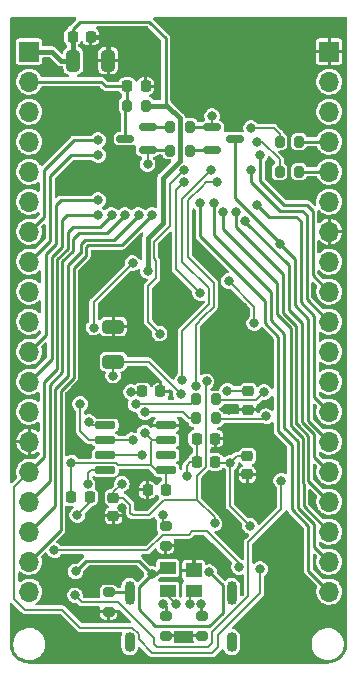
<source format=gbr>
%TF.GenerationSoftware,KiCad,Pcbnew,5.99.0-unknown-46c4727783~106~ubuntu20.04.1*%
%TF.CreationDate,2021-01-07T16:46:54-03:00*%
%TF.ProjectId,lisa32,6c697361-3332-42e6-9b69-6361645f7063,rev?*%
%TF.SameCoordinates,Original*%
%TF.FileFunction,Copper,L2,Bot*%
%TF.FilePolarity,Positive*%
%FSLAX46Y46*%
G04 Gerber Fmt 4.6, Leading zero omitted, Abs format (unit mm)*
G04 Created by KiCad (PCBNEW 5.99.0-unknown-46c4727783~106~ubuntu20.04.1) date 2021-01-07 16:46:54*
%MOMM*%
%LPD*%
G01*
G04 APERTURE LIST*
G04 Aperture macros list*
%AMRoundRect*
0 Rectangle with rounded corners*
0 $1 Rounding radius*
0 $2 $3 $4 $5 $6 $7 $8 $9 X,Y pos of 4 corners*
0 Add a 4 corners polygon primitive as box body*
4,1,4,$2,$3,$4,$5,$6,$7,$8,$9,$2,$3,0*
0 Add four circle primitives for the rounded corners*
1,1,$1+$1,$2,$3,0*
1,1,$1+$1,$4,$5,0*
1,1,$1+$1,$6,$7,0*
1,1,$1+$1,$8,$9,0*
0 Add four rect primitives between the rounded corners*
20,1,$1+$1,$2,$3,$4,$5,0*
20,1,$1+$1,$4,$5,$6,$7,0*
20,1,$1+$1,$6,$7,$8,$9,0*
20,1,$1+$1,$8,$9,$2,$3,0*%
G04 Aperture macros list end*
%TA.AperFunction,ComponentPad*%
%ADD10O,0.900000X1.700000*%
%TD*%
%TA.AperFunction,ComponentPad*%
%ADD11O,0.900000X2.000000*%
%TD*%
%TA.AperFunction,ComponentPad*%
%ADD12R,1.700000X1.700000*%
%TD*%
%TA.AperFunction,ComponentPad*%
%ADD13O,1.700000X1.700000*%
%TD*%
%TA.AperFunction,SMDPad,CuDef*%
%ADD14R,1.400000X1.200000*%
%TD*%
%TA.AperFunction,SMDPad,CuDef*%
%ADD15R,1.400000X1.000000*%
%TD*%
%TA.AperFunction,SMDPad,CuDef*%
%ADD16RoundRect,0.150000X-0.587500X-0.150000X0.587500X-0.150000X0.587500X0.150000X-0.587500X0.150000X0*%
%TD*%
%TA.AperFunction,SMDPad,CuDef*%
%ADD17RoundRect,0.200000X-0.200000X-0.275000X0.200000X-0.275000X0.200000X0.275000X-0.200000X0.275000X0*%
%TD*%
%TA.AperFunction,SMDPad,CuDef*%
%ADD18RoundRect,0.200000X-0.275000X0.200000X-0.275000X-0.200000X0.275000X-0.200000X0.275000X0.200000X0*%
%TD*%
%TA.AperFunction,SMDPad,CuDef*%
%ADD19RoundRect,0.225000X-0.250000X0.225000X-0.250000X-0.225000X0.250000X-0.225000X0.250000X0.225000X0*%
%TD*%
%TA.AperFunction,SMDPad,CuDef*%
%ADD20RoundRect,0.218750X-0.218750X-0.256250X0.218750X-0.256250X0.218750X0.256250X-0.218750X0.256250X0*%
%TD*%
%TA.AperFunction,SMDPad,CuDef*%
%ADD21RoundRect,0.150000X-0.725000X-0.150000X0.725000X-0.150000X0.725000X0.150000X-0.725000X0.150000X0*%
%TD*%
%TA.AperFunction,SMDPad,CuDef*%
%ADD22RoundRect,0.200000X0.200000X0.275000X-0.200000X0.275000X-0.200000X-0.275000X0.200000X-0.275000X0*%
%TD*%
%TA.AperFunction,SMDPad,CuDef*%
%ADD23RoundRect,0.225000X-0.225000X-0.250000X0.225000X-0.250000X0.225000X0.250000X-0.225000X0.250000X0*%
%TD*%
%TA.AperFunction,SMDPad,CuDef*%
%ADD24RoundRect,0.250000X0.650000X-0.325000X0.650000X0.325000X-0.650000X0.325000X-0.650000X-0.325000X0*%
%TD*%
%TA.AperFunction,SMDPad,CuDef*%
%ADD25RoundRect,0.218750X0.218750X0.256250X-0.218750X0.256250X-0.218750X-0.256250X0.218750X-0.256250X0*%
%TD*%
%TA.AperFunction,SMDPad,CuDef*%
%ADD26RoundRect,0.150000X0.587500X0.150000X-0.587500X0.150000X-0.587500X-0.150000X0.587500X-0.150000X0*%
%TD*%
%TA.AperFunction,SMDPad,CuDef*%
%ADD27RoundRect,0.250000X-0.325000X-0.650000X0.325000X-0.650000X0.325000X0.650000X-0.325000X0.650000X0*%
%TD*%
%TA.AperFunction,SMDPad,CuDef*%
%ADD28RoundRect,0.225000X0.225000X0.250000X-0.225000X0.250000X-0.225000X-0.250000X0.225000X-0.250000X0*%
%TD*%
%TA.AperFunction,SMDPad,CuDef*%
%ADD29RoundRect,0.200000X0.275000X-0.200000X0.275000X0.200000X-0.275000X0.200000X-0.275000X-0.200000X0*%
%TD*%
%TA.AperFunction,ViaPad*%
%ADD30C,0.800000*%
%TD*%
%TA.AperFunction,Conductor*%
%ADD31C,0.200000*%
%TD*%
%TA.AperFunction,Conductor*%
%ADD32C,0.250000*%
%TD*%
%TA.AperFunction,Conductor*%
%ADD33C,0.400000*%
%TD*%
G04 APERTURE END LIST*
D10*
%TO.P,J1,S1,SHIELD*%
%TO.N,Net-(J1-PadS1)*%
X19052000Y-56215000D03*
X10412000Y-56215000D03*
D11*
X19052000Y-52045000D03*
X10412000Y-52045000D03*
%TD*%
D12*
%TO.P,J3,1,Pin_1*%
%TO.N,GND*%
X27305000Y-6223000D03*
D13*
%TO.P,J3,2,Pin_2*%
%TO.N,/IO23*%
X27305000Y-8763000D03*
%TO.P,J3,3,Pin_3*%
%TO.N,/IO22*%
X27305000Y-11303000D03*
%TO.P,J3,4,Pin_4*%
%TO.N,/TXD0*%
X27305000Y-13843000D03*
%TO.P,J3,5,Pin_5*%
%TO.N,/RXD0*%
X27305000Y-16383000D03*
%TO.P,J3,6,Pin_6*%
%TO.N,/IO21*%
X27305000Y-18923000D03*
%TO.P,J3,7,Pin_7*%
%TO.N,GND*%
X27305000Y-21463000D03*
%TO.P,J3,8,Pin_8*%
%TO.N,/IO19*%
X27305000Y-24003000D03*
%TO.P,J3,9,Pin_9*%
%TO.N,/IO18*%
X27305000Y-26543000D03*
%TO.P,J3,10,Pin_10*%
%TO.N,/IO5*%
X27305000Y-29083000D03*
%TO.P,J3,11,Pin_11*%
%TO.N,/IO17*%
X27305000Y-31623000D03*
%TO.P,J3,12,Pin_12*%
%TO.N,/IO16*%
X27305000Y-34163000D03*
%TO.P,J3,13,Pin_13*%
%TO.N,/IO4*%
X27305000Y-36703000D03*
%TO.P,J3,14,Pin_14*%
%TO.N,/IO0*%
X27305000Y-39243000D03*
%TO.P,J3,15,Pin_15*%
%TO.N,/IO2*%
X27305000Y-41783000D03*
%TO.P,J3,16,Pin_16*%
%TO.N,/IO15*%
X27305000Y-44323000D03*
%TO.P,J3,17,Pin_17*%
%TO.N,/SD1*%
X27305000Y-46863000D03*
%TO.P,J3,18,Pin_18*%
%TO.N,/SD0*%
X27305000Y-49403000D03*
%TO.P,J3,19,Pin_19*%
%TO.N,/CLK*%
X27305000Y-51943000D03*
%TD*%
D12*
%TO.P,J2,1,Pin_1*%
%TO.N,+3V3*%
X1905000Y-6223000D03*
D13*
%TO.P,J2,2,Pin_2*%
%TO.N,/EN*%
X1905000Y-8763000D03*
%TO.P,J2,3,Pin_3*%
%TO.N,/SENSOR_VP*%
X1905000Y-11303000D03*
%TO.P,J2,4,Pin_4*%
%TO.N,/SENSOR_VN*%
X1905000Y-13843000D03*
%TO.P,J2,5,Pin_5*%
%TO.N,/IO34*%
X1905000Y-16383000D03*
%TO.P,J2,6,Pin_6*%
%TO.N,/IO35*%
X1905000Y-18923000D03*
%TO.P,J2,7,Pin_7*%
%TO.N,/IO32*%
X1905000Y-21463000D03*
%TO.P,J2,8,Pin_8*%
%TO.N,/IO33*%
X1905000Y-24003000D03*
%TO.P,J2,9,Pin_9*%
%TO.N,/IO25*%
X1905000Y-26543000D03*
%TO.P,J2,10,Pin_10*%
%TO.N,/IO26*%
X1905000Y-29083000D03*
%TO.P,J2,11,Pin_11*%
%TO.N,/IO27*%
X1905000Y-31623000D03*
%TO.P,J2,12,Pin_12*%
%TO.N,/IO14*%
X1905000Y-34163000D03*
%TO.P,J2,13,Pin_13*%
%TO.N,/IO12*%
X1905000Y-36703000D03*
%TO.P,J2,14,Pin_14*%
%TO.N,GND*%
X1905000Y-39243000D03*
%TO.P,J2,15,Pin_15*%
%TO.N,/IO13*%
X1905000Y-41783000D03*
%TO.P,J2,16,Pin_16*%
%TO.N,/SD2*%
X1905000Y-44323000D03*
%TO.P,J2,17,Pin_17*%
%TO.N,/SD3*%
X1905000Y-46863000D03*
%TO.P,J2,18,Pin_18*%
%TO.N,/CMD*%
X1905000Y-49403000D03*
%TO.P,J2,19,Pin_19*%
%TO.N,+5V*%
X1905000Y-51943000D03*
%TD*%
D14*
%TO.P,D2,1,GND*%
%TO.N,GND*%
X15832000Y-50131600D03*
D15*
%TO.P,D2,2,I/O1*%
%TO.N,/USB_D+*%
X15832000Y-51851600D03*
%TO.P,D2,3,I/O2*%
%TO.N,/USB_D-*%
X13632000Y-51851600D03*
%TO.P,D2,4,VCC*%
%TO.N,/VBUS*%
X13632000Y-49951600D03*
%TD*%
D16*
%TO.P,Q2,1,B*%
%TO.N,Net-(Q2-Pad1)*%
X17413500Y-14539000D03*
%TO.P,Q2,2,E*%
%TO.N,/~DTR*%
X17413500Y-12639000D03*
%TO.P,Q2,3,C*%
%TO.N,/IO0*%
X19288500Y-13589000D03*
%TD*%
D17*
%TO.P,R5,1*%
%TO.N,/~RTS*%
X13843000Y-14605000D03*
%TO.P,R5,2*%
%TO.N,Net-(Q2-Pad1)*%
X15493000Y-14605000D03*
%TD*%
D18*
%TO.P,R3,1*%
%TO.N,Net-(J1-PadB5)*%
X16510000Y-54039000D03*
%TO.P,R3,2*%
%TO.N,GND*%
X16510000Y-55689000D03*
%TD*%
D19*
%TO.P,C17,1*%
%TO.N,+3V3*%
X20421600Y-34988200D03*
%TO.P,C17,2*%
%TO.N,GND*%
X20421600Y-36538200D03*
%TD*%
D18*
%TO.P,R2,1*%
%TO.N,Net-(J1-PadA5)*%
X13462000Y-54039000D03*
%TO.P,R2,2*%
%TO.N,GND*%
X13462000Y-55689000D03*
%TD*%
D20*
%TO.P,L2,1,1*%
%TO.N,+3V3*%
X5460900Y-43942000D03*
%TO.P,L2,2,2*%
%TO.N,/USB to JTAG + UART/VPHY*%
X7035900Y-43942000D03*
%TD*%
D21*
%TO.P,U4,1,CS*%
%TO.N,/USB to JTAG + UART/EECS*%
X8347000Y-41656000D03*
%TO.P,U4,2,SCLK*%
%TO.N,/USB to JTAG + UART/EECLK*%
X8347000Y-40386000D03*
%TO.P,U4,3,DI*%
%TO.N,/USB to JTAG + UART/EEDATA*%
X8347000Y-39116000D03*
%TO.P,U4,4,DO*%
%TO.N,Net-(R15-Pad2)*%
X8347000Y-37846000D03*
%TO.P,U4,5,GND*%
%TO.N,GND*%
X13497000Y-37846000D03*
%TO.P,U4,6,ORG*%
%TO.N,+3V3*%
X13497000Y-39116000D03*
%TO.P,U4,7*%
%TO.N,N/C*%
X13497000Y-40386000D03*
%TO.P,U4,8,VCC*%
%TO.N,+3V3*%
X13497000Y-41656000D03*
%TD*%
D17*
%TO.P,R20,1*%
%TO.N,/USB to JTAG + UART/~TXLED*%
X16040600Y-37287200D03*
%TO.P,R20,2*%
%TO.N,Net-(D4-Pad1)*%
X17690600Y-37287200D03*
%TD*%
D22*
%TO.P,R21,1*%
%TO.N,+3V3*%
X11810000Y-10795000D03*
%TO.P,R21,2*%
%TO.N,/EN*%
X10160000Y-10795000D03*
%TD*%
D23*
%TO.P,C19,1*%
%TO.N,+3V3*%
X11467800Y-35001200D03*
%TO.P,C19,2*%
%TO.N,GND*%
X13017800Y-35001200D03*
%TD*%
D19*
%TO.P,C15,1*%
%TO.N,/USB to JTAG + UART/VREG*%
X9042400Y-43979800D03*
%TO.P,C15,2*%
%TO.N,GND*%
X9042400Y-45529800D03*
%TD*%
D24*
%TO.P,C11,1*%
%TO.N,/USB to JTAG + UART/VREG*%
X9017000Y-32463000D03*
%TO.P,C11,2*%
%TO.N,GND*%
X9017000Y-29513000D03*
%TD*%
D17*
%TO.P,R19,1*%
%TO.N,/USB to JTAG + UART/~RXLED*%
X16040600Y-35661600D03*
%TO.P,R19,2*%
%TO.N,Net-(D3-Pad1)*%
X17690600Y-35661600D03*
%TD*%
D18*
%TO.P,R1,1*%
%TO.N,Net-(J1-PadS1)*%
X8636000Y-52007000D03*
%TO.P,R1,2*%
%TO.N,GND*%
X8636000Y-53657000D03*
%TD*%
D23*
%TO.P,C7,1*%
%TO.N,/USB to JTAG + UART/VPLL*%
X16090600Y-38989000D03*
%TO.P,C7,2*%
%TO.N,GND*%
X17640600Y-38989000D03*
%TD*%
D22*
%TO.P,R4,1*%
%TO.N,/~DTR*%
X15493000Y-12573000D03*
%TO.P,R4,2*%
%TO.N,Net-(Q1-Pad1)*%
X13843000Y-12573000D03*
%TD*%
D25*
%TO.P,L1,1,1*%
%TO.N,+3V3*%
X17653100Y-40970200D03*
%TO.P,L1,2,2*%
%TO.N,/USB to JTAG + UART/VPLL*%
X16078100Y-40970200D03*
%TD*%
D26*
%TO.P,Q1,1,B*%
%TO.N,Net-(Q1-Pad1)*%
X11922500Y-12639000D03*
%TO.P,Q1,2,E*%
%TO.N,/~RTS*%
X11922500Y-14539000D03*
%TO.P,Q1,3,C*%
%TO.N,/EN*%
X10047500Y-13589000D03*
%TD*%
D23*
%TO.P,C22,1*%
%TO.N,+3V3*%
X5575000Y-4953000D03*
%TO.P,C22,2*%
%TO.N,GND*%
X7125000Y-4953000D03*
%TD*%
%TO.P,C20,1*%
%TO.N,/EN*%
X10210000Y-9144000D03*
%TO.P,C20,2*%
%TO.N,GND*%
X11760000Y-9144000D03*
%TD*%
D19*
%TO.P,C16,1*%
%TO.N,+3V3*%
X20370800Y-40474600D03*
%TO.P,C16,2*%
%TO.N,GND*%
X20370800Y-42024600D03*
%TD*%
D27*
%TO.P,C21,1*%
%TO.N,+3V3*%
X5637000Y-6985000D03*
%TO.P,C21,2*%
%TO.N,GND*%
X8587000Y-6985000D03*
%TD*%
D28*
%TO.P,C5,1*%
%TO.N,+3V3*%
X13475000Y-43332400D03*
%TO.P,C5,2*%
%TO.N,GND*%
X11925000Y-43332400D03*
%TD*%
D17*
%TO.P,R6,1*%
%TO.N,/TXD*%
X23101800Y-16383000D03*
%TO.P,R6,2*%
%TO.N,/RXD0*%
X24751800Y-16383000D03*
%TD*%
%TO.P,R7,1*%
%TO.N,/RXD*%
X23101800Y-13843000D03*
%TO.P,R7,2*%
%TO.N,/TXD0*%
X24751800Y-13843000D03*
%TD*%
D29*
%TO.P,R17,1*%
%TO.N,GND*%
X13462000Y-48069000D03*
%TO.P,R17,2*%
%TO.N,Net-(R17-Pad2)*%
X13462000Y-46419000D03*
%TD*%
D30*
%TO.N,GND*%
X7620000Y-50915400D03*
X13513002Y-28448000D03*
X17551400Y-24409400D03*
X15036800Y-40233600D03*
X14986000Y-55753000D03*
X14655800Y-7264400D03*
X6985000Y-53594000D03*
X19977425Y-27825375D03*
X20294600Y-31242000D03*
X12420600Y-7289800D03*
X8509000Y-4826000D03*
X9751601Y-44896000D03*
X17018000Y-42291000D03*
X14274800Y-25628600D03*
X11734800Y-41960800D03*
X4114800Y-3962400D03*
X21463000Y-44221400D03*
X15798800Y-47752000D03*
X23977600Y-55676800D03*
X15011400Y-38150800D03*
X9017000Y-28194000D03*
X18694400Y-38201600D03*
X6807200Y-47650400D03*
X18389600Y-50063400D03*
X18821400Y-36550600D03*
X8636000Y-25019000D03*
%TO.N,+5V*%
X10668000Y-24130000D03*
X7366000Y-29591000D03*
X20955000Y-29210000D03*
X18796000Y-25654000D03*
%TO.N,+3V3*%
X18669000Y-34925000D03*
X5474200Y-41034200D03*
X11938000Y-24765000D03*
X10541000Y-35052000D03*
X18923000Y-41021000D03*
X11684000Y-38481000D03*
X20574000Y-46355000D03*
%TO.N,Net-(J1-PadA5)*%
X13258800Y-52984400D03*
%TO.N,/IO0*%
X23114000Y-22479000D03*
%TO.N,/EN*%
X5778200Y-52260200D03*
X23241000Y-42545000D03*
%TO.N,/USB to JTAG + UART/VPLL*%
X15240000Y-42164000D03*
%TO.N,Net-(J1-PadB5)*%
X16482577Y-52984274D03*
%TO.N,/USB to JTAG + UART/VPHY*%
X5969000Y-45466000D03*
%TO.N,/USB to JTAG + UART/VREG*%
X9017000Y-33655000D03*
X16920922Y-34149556D03*
X9753600Y-42824400D03*
X14732000Y-35179000D03*
X17602525Y-46151475D03*
%TO.N,/VBUS*%
X5842000Y-50241200D03*
X12319000Y-50458998D03*
X17145000Y-50292000D03*
%TO.N,/USB_D-*%
X14325600Y-52984400D03*
%TO.N,/USB_D+*%
X15482590Y-52989672D03*
%TO.N,Net-(D3-Pad1)*%
X21818600Y-35052000D03*
%TO.N,Net-(D4-Pad1)*%
X21969026Y-37089360D03*
%TO.N,/USB to JTAG + UART/~TXLED*%
X11690223Y-36768000D03*
%TO.N,/CMD*%
X12319000Y-20066000D03*
%TO.N,/SD3*%
X11176000Y-20066000D03*
%TO.N,/SD2*%
X10033000Y-20066000D03*
%TO.N,/IO13*%
X21463000Y-50038000D03*
X8890000Y-20066000D03*
%TO.N,/IO12*%
X4038600Y-48437800D03*
X19659600Y-49885600D03*
%TO.N,/IO14*%
X7747000Y-20066000D03*
%TO.N,/IO27*%
X7747000Y-18796000D03*
%TO.N,/IO33*%
X7747000Y-14986000D03*
%TO.N,/IO32*%
X7747000Y-13716000D03*
%TO.N,/CLK*%
X16383000Y-19050000D03*
%TO.N,/SD0*%
X17526000Y-19050000D03*
%TO.N,/SD1*%
X18288000Y-19812000D03*
%TO.N,/IO15*%
X19431000Y-19812000D03*
%TO.N,/IO2*%
X20193000Y-20574000D03*
%TO.N,/IO4*%
X21209000Y-19177000D03*
%TO.N,/IO5*%
X20701000Y-16256000D03*
%TO.N,/IO18*%
X21463000Y-14986000D03*
%TO.N,/~RTS*%
X11938000Y-15748000D03*
X16383000Y-26670000D03*
X14986000Y-17272000D03*
%TO.N,/~DTR*%
X14986000Y-16256000D03*
X17399000Y-11684000D03*
X12954000Y-30099000D03*
%TO.N,/TXD*%
X17780000Y-17272000D03*
X21209000Y-13843000D03*
X16002000Y-34544000D03*
%TO.N,/RXD*%
X20701000Y-12700000D03*
X14859000Y-34036000D03*
X17272000Y-16256000D03*
%TO.N,/USB to JTAG + UART/EECS*%
X6858000Y-42867000D03*
%TO.N,/USB to JTAG + UART/EECLK*%
X11430000Y-40386000D03*
%TO.N,Net-(R15-Pad2)*%
X6985000Y-37592000D03*
%TO.N,/USB to JTAG + UART/EEDATA*%
X10668000Y-39116000D03*
X6220076Y-36050999D03*
%TO.N,Net-(R17-Pad2)*%
X13208000Y-45466000D03*
%TO.N,/USB to JTAG + UART/~RXLED*%
X10922000Y-36068000D03*
%TD*%
D31*
%TO.N,GND*%
X8039400Y-45529800D02*
X9042400Y-45529800D01*
X15798800Y-47752000D02*
X18110200Y-50063400D01*
X13497000Y-37846000D02*
X14706600Y-37846000D01*
D32*
X15832000Y-47785200D02*
X15798800Y-47752000D01*
D31*
X21463000Y-42265600D02*
X21463000Y-44221400D01*
D32*
X9017000Y-29513000D02*
X9017000Y-28194000D01*
D31*
X7797800Y-45288200D02*
X8039400Y-45529800D01*
D33*
X7125000Y-4953000D02*
X8382000Y-4953000D01*
D31*
X9123983Y-42418000D02*
X8712200Y-42418000D01*
X8001000Y-43129200D02*
X8001000Y-44475400D01*
D32*
X15832000Y-50131600D02*
X15832000Y-47785200D01*
D31*
X14706600Y-37846000D02*
X15011400Y-38150800D01*
X8001000Y-44475400D02*
X7797800Y-44678600D01*
X18110200Y-50063400D02*
X18389600Y-50063400D01*
X21222000Y-42024600D02*
X21361400Y-42164000D01*
X21361400Y-42164000D02*
X21463000Y-42265600D01*
X9581183Y-41960800D02*
X9123983Y-42418000D01*
X20421600Y-36538200D02*
X18833800Y-36538200D01*
D33*
X8382000Y-4953000D02*
X8509000Y-4826000D01*
D31*
X7797800Y-44678600D02*
X7797800Y-45288200D01*
X18833800Y-36538200D02*
X18821400Y-36550600D01*
X11734800Y-41960800D02*
X9581183Y-41960800D01*
D33*
X8587000Y-6985000D02*
X8587000Y-4904000D01*
D31*
X11925000Y-42151000D02*
X11925000Y-43332400D01*
X7048000Y-53657000D02*
X6985000Y-53594000D01*
X19977425Y-30924825D02*
X19977425Y-27825375D01*
D33*
X8587000Y-4904000D02*
X8509000Y-4826000D01*
D31*
X8712200Y-42418000D02*
X8001000Y-43129200D01*
X20370800Y-42024600D02*
X21222000Y-42024600D01*
X20294600Y-31242000D02*
X19977425Y-30924825D01*
X8636000Y-53657000D02*
X7048000Y-53657000D01*
X11734800Y-41960800D02*
X11925000Y-42151000D01*
%TO.N,+5V*%
X18796000Y-25654000D02*
X20955000Y-27813000D01*
X7366000Y-27432000D02*
X8509000Y-26289000D01*
X8509000Y-26289000D02*
X10668000Y-24130000D01*
X7366000Y-29591000D02*
X7366000Y-27432000D01*
X20955000Y-27813000D02*
X20955000Y-29210000D01*
D33*
%TO.N,+3V3*%
X5575000Y-6923000D02*
X5637000Y-6985000D01*
D32*
X13462000Y-10795000D02*
X13462000Y-5080000D01*
D31*
X20370800Y-40474600D02*
X19469400Y-40474600D01*
X13475000Y-41678000D02*
X13497000Y-41656000D01*
D32*
X5575000Y-4331000D02*
X5575000Y-4953000D01*
D31*
X5460900Y-43942000D02*
X5460900Y-41047500D01*
D32*
X10541000Y-35052000D02*
X11417000Y-35052000D01*
D33*
X5575000Y-4953000D02*
X5575000Y-6923000D01*
D32*
X13462000Y-5080000D02*
X12065000Y-3683000D01*
X12065000Y-3683000D02*
X6223000Y-3683000D01*
D33*
X13208000Y-20701000D02*
X13208000Y-16891000D01*
D31*
X18923000Y-44704000D02*
X18923000Y-41021000D01*
X11684000Y-38481000D02*
X12319000Y-39116000D01*
D33*
X4572000Y-6985000D02*
X5637000Y-6985000D01*
X14643020Y-15455980D02*
X14643020Y-11849020D01*
D31*
X20574000Y-46355000D02*
X18923000Y-44704000D01*
X5474200Y-41034200D02*
X9236626Y-41034200D01*
X9428426Y-41226000D02*
X12192000Y-41226000D01*
X13497000Y-41656000D02*
X12622000Y-41656000D01*
D33*
X13208000Y-16891000D02*
X14643020Y-15455980D01*
D32*
X11810000Y-10795000D02*
X13462000Y-10795000D01*
D31*
X12192000Y-41226000D02*
X12192000Y-39243000D01*
D33*
X3810000Y-6223000D02*
X4572000Y-6985000D01*
D31*
X17703900Y-41021000D02*
X17653100Y-40970200D01*
X9236626Y-41034200D02*
X9428426Y-41226000D01*
X13475000Y-43332400D02*
X13475000Y-41678000D01*
D32*
X11417000Y-35052000D02*
X11467800Y-35001200D01*
D33*
X1905000Y-6223000D02*
X3810000Y-6223000D01*
X11938000Y-24765000D02*
X11938000Y-21971000D01*
D31*
X12319000Y-39116000D02*
X13497000Y-39116000D01*
X20358400Y-34925000D02*
X20421600Y-34988200D01*
X12319000Y-39116000D02*
X12573000Y-39116000D01*
D33*
X14643020Y-11849020D02*
X13589000Y-10795000D01*
D31*
X12192000Y-39243000D02*
X12319000Y-39116000D01*
X19469400Y-40474600D02*
X18923000Y-41021000D01*
D32*
X6223000Y-3683000D02*
X5575000Y-4331000D01*
D31*
X18923000Y-41021000D02*
X17703900Y-41021000D01*
X12622000Y-41656000D02*
X12192000Y-41226000D01*
D33*
X11938000Y-21971000D02*
X13208000Y-20701000D01*
D31*
X5460900Y-41047500D02*
X5474200Y-41034200D01*
X18669000Y-34925000D02*
X20358400Y-34925000D01*
D33*
X13589000Y-10795000D02*
X11810000Y-10795000D01*
D32*
%TO.N,Net-(J1-PadA5)*%
X13462000Y-53187600D02*
X13462000Y-54039000D01*
X13258800Y-52984400D02*
X13462000Y-53187600D01*
%TO.N,/IO0*%
X23114000Y-22479000D02*
X24384000Y-23749000D01*
X25527000Y-28829000D02*
X25527000Y-37465000D01*
X19288500Y-18596483D02*
X19288500Y-13589000D01*
X25527000Y-37465000D02*
X27305000Y-39243000D01*
X23114000Y-22479000D02*
X23114000Y-22421983D01*
X23114000Y-22421983D02*
X19288500Y-18596483D01*
X24384000Y-27686000D02*
X25527000Y-28829000D01*
X24384000Y-23749000D02*
X24384000Y-27686000D01*
D31*
%TO.N,/EN*%
X9398000Y-52832000D02*
X6350000Y-52832000D01*
X6350000Y-52832000D02*
X5778200Y-52260200D01*
X12446000Y-56388000D02*
X12446000Y-55880000D01*
D32*
X10160000Y-10795000D02*
X10160000Y-9194000D01*
D31*
X20447000Y-47752000D02*
X20447000Y-52324000D01*
X12446000Y-55880000D02*
X9398000Y-52832000D01*
D32*
X10210000Y-9144000D02*
X8382000Y-9144000D01*
D31*
X17399000Y-56261000D02*
X17018000Y-56642000D01*
D32*
X10047500Y-10907500D02*
X10160000Y-10795000D01*
D31*
X23241000Y-44958000D02*
X20447000Y-47752000D01*
X20447000Y-52324000D02*
X17399000Y-55372000D01*
X17399000Y-55372000D02*
X17399000Y-56261000D01*
D32*
X10160000Y-9194000D02*
X10210000Y-9144000D01*
D31*
X12700000Y-56642000D02*
X12446000Y-56388000D01*
D32*
X10047500Y-13589000D02*
X10047500Y-10907500D01*
D31*
X17018000Y-56642000D02*
X12700000Y-56642000D01*
X23241000Y-42545000D02*
X23241000Y-44958000D01*
D32*
X8382000Y-9144000D02*
X8001000Y-8763000D01*
X8001000Y-8763000D02*
X1905000Y-8763000D01*
D31*
%TO.N,/USB to JTAG + UART/VPLL*%
X16078100Y-40970200D02*
X15544800Y-40970200D01*
X15240000Y-41275000D02*
X15240000Y-42164000D01*
X15544800Y-40970200D02*
X15240000Y-41275000D01*
X16090600Y-40957700D02*
X16078100Y-40970200D01*
X16090600Y-38989000D02*
X16090600Y-40957700D01*
D32*
%TO.N,Net-(J1-PadB5)*%
X16482577Y-54011577D02*
X16510000Y-54039000D01*
X16482577Y-52984274D02*
X16482577Y-54011577D01*
%TO.N,Net-(J1-PadS1)*%
X8636000Y-52007000D02*
X10374000Y-52007000D01*
X10374000Y-52007000D02*
X10412000Y-52045000D01*
D31*
%TO.N,/USB to JTAG + UART/VPHY*%
X7035900Y-43942000D02*
X7035900Y-44399100D01*
X7035900Y-44399100D02*
X5969000Y-45466000D01*
%TO.N,/USB to JTAG + UART/VREG*%
X16129000Y-44196000D02*
X16129000Y-42127954D01*
X16891000Y-41365954D02*
X16891000Y-40259000D01*
X9867600Y-43979800D02*
X10464800Y-44577000D01*
X16907898Y-34162580D02*
X16920922Y-34149556D01*
X10668000Y-45466000D02*
X12039600Y-45466000D01*
X12016000Y-32463000D02*
X14732000Y-35179000D01*
X12039600Y-45466000D02*
X13309600Y-44196000D01*
X9753600Y-42824400D02*
X9042400Y-43535600D01*
X16890580Y-40258580D02*
X16890580Y-34162580D01*
X16129000Y-44196000D02*
X17602525Y-45669525D01*
X9017000Y-33655000D02*
X9017000Y-32463000D01*
X10464800Y-44577000D02*
X10464800Y-45262800D01*
X10464800Y-45262800D02*
X10668000Y-45466000D01*
X16891000Y-40259000D02*
X16890580Y-40258580D01*
X9017000Y-32463000D02*
X12016000Y-32463000D01*
X17602525Y-45669525D02*
X17602525Y-46151475D01*
X13309600Y-44196000D02*
X16129000Y-44196000D01*
X9042400Y-43979800D02*
X9867600Y-43979800D01*
X16129000Y-42127954D02*
X16891000Y-41365954D01*
X16890580Y-34162580D02*
X16907898Y-34162580D01*
X9042400Y-43535600D02*
X9042400Y-43979800D01*
D32*
%TO.N,/VBUS*%
X12319000Y-50458998D02*
X11186802Y-49326800D01*
X18276980Y-51423980D02*
X17145000Y-50292000D01*
X6756400Y-49326800D02*
X5842000Y-50241200D01*
X11187020Y-53455980D02*
X12595040Y-54864000D01*
X11186802Y-49326800D02*
X6959600Y-49326800D01*
X12595040Y-54864000D02*
X17145000Y-54864000D01*
X18276980Y-53732020D02*
X18276980Y-51423980D01*
X17145000Y-54864000D02*
X18276980Y-53732020D01*
X12319000Y-50458998D02*
X11187020Y-51590978D01*
X11187020Y-51590978D02*
X11187020Y-53455980D01*
X6959600Y-49326800D02*
X6756400Y-49326800D01*
X12319000Y-50458998D02*
X12642002Y-50458998D01*
X12642002Y-50458998D02*
X13505000Y-49596000D01*
D31*
%TO.N,/USB_D-*%
X14325600Y-52984400D02*
X13505000Y-52163800D01*
X13505000Y-52163800D02*
X13505000Y-51496000D01*
%TO.N,/USB_D+*%
X15482590Y-52989672D02*
X15482590Y-51718410D01*
X15482590Y-51718410D02*
X15705000Y-51496000D01*
%TO.N,Net-(D3-Pad1)*%
X17767220Y-35738220D02*
X17690600Y-35661600D01*
X21132380Y-35738220D02*
X17767220Y-35738220D01*
X21818600Y-35052000D02*
X21132380Y-35738220D01*
%TO.N,Net-(D4-Pad1)*%
X17691620Y-37288220D02*
X17690600Y-37287200D01*
X21969026Y-37089360D02*
X21770166Y-37288220D01*
X21770166Y-37288220D02*
X17691620Y-37288220D01*
%TO.N,/USB to JTAG + UART/~TXLED*%
X14924000Y-36768000D02*
X15443200Y-37287200D01*
X11690223Y-36768000D02*
X14924000Y-36768000D01*
X15443200Y-37287200D02*
X16040600Y-37287200D01*
D32*
%TO.N,/CMD*%
X5657019Y-33841405D02*
X4572000Y-34926424D01*
X6731000Y-23495000D02*
X5657020Y-24568980D01*
X12319000Y-20066000D02*
X9779000Y-22606000D01*
X4572000Y-46736000D02*
X1905000Y-49403000D01*
X6731000Y-22733000D02*
X6731000Y-23495000D01*
X9779000Y-22606000D02*
X6858000Y-22606000D01*
X4572000Y-34926424D02*
X4572000Y-46736000D01*
X6858000Y-22606000D02*
X6731000Y-22733000D01*
X5657020Y-24568980D02*
X5657019Y-33841405D01*
%TO.N,/SD3*%
X6280980Y-23241000D02*
X6223000Y-23241000D01*
X5207000Y-24257000D02*
X5207000Y-33655000D01*
X5207000Y-33655000D02*
X4075040Y-34786960D01*
X6671596Y-22155980D02*
X6280980Y-22546596D01*
X9086020Y-22155980D02*
X6671596Y-22155980D01*
X11176000Y-20066000D02*
X9086020Y-22155980D01*
X6223000Y-23241000D02*
X5207000Y-24257000D01*
X4075040Y-44692960D02*
X1905000Y-46863000D01*
X4075040Y-34786960D02*
X4075040Y-44692960D01*
X6280980Y-22546596D02*
X6280980Y-23241000D01*
%TO.N,/SD2*%
X3625020Y-34474980D02*
X3625020Y-42602980D01*
X10033000Y-20066000D02*
X8509000Y-21590000D01*
X5599039Y-22086961D02*
X5599038Y-23105810D01*
X4710040Y-23994808D02*
X4710039Y-33389961D01*
X3625020Y-42602980D02*
X1905000Y-44323000D01*
X6096000Y-21590000D02*
X5599039Y-22086961D01*
X8509000Y-21590000D02*
X6096000Y-21590000D01*
X5599038Y-23105810D02*
X4710040Y-23994808D01*
X4710039Y-33389961D02*
X3625020Y-34474980D01*
D31*
%TO.N,/IO13*%
X11162020Y-55993020D02*
X12319000Y-57150000D01*
X12319000Y-57150000D02*
X17399000Y-57150000D01*
X10648688Y-54991000D02*
X11162020Y-55504332D01*
X635000Y-43053000D02*
X635000Y-52578000D01*
X4699000Y-53467000D02*
X6223000Y-54991000D01*
D32*
X3175000Y-40513000D02*
X1905000Y-41783000D01*
X3175000Y-34163000D02*
X3175000Y-40513000D01*
X8890000Y-20066000D02*
X7874000Y-21082000D01*
X4260020Y-23808404D02*
X4260020Y-33077980D01*
D31*
X1524000Y-53467000D02*
X4699000Y-53467000D01*
X635000Y-52578000D02*
X1524000Y-53467000D01*
X11162020Y-55504332D02*
X11162020Y-55993020D01*
D32*
X7874000Y-21082000D02*
X5588000Y-21082000D01*
D31*
X1905000Y-41783000D02*
X635000Y-43053000D01*
X6223000Y-54991000D02*
X10648688Y-54991000D01*
X17907000Y-56642000D02*
X17907000Y-55626000D01*
X17399000Y-57150000D02*
X17907000Y-56642000D01*
D32*
X5149020Y-21520980D02*
X5149019Y-22919405D01*
D31*
X17907000Y-55626000D02*
X21463000Y-52070000D01*
D32*
X5149019Y-22919405D02*
X4260020Y-23808404D01*
X4260020Y-33077980D02*
X3175000Y-34163000D01*
X5588000Y-21082000D02*
X5149020Y-21520980D01*
D31*
X21463000Y-52070000D02*
X21463000Y-50038000D01*
%TO.N,/IO12*%
X15395763Y-47119020D02*
X15677183Y-46837600D01*
X19659600Y-49555400D02*
X19659600Y-49885600D01*
X15677183Y-46837600D02*
X16941800Y-46837600D01*
X16941800Y-46837600D02*
X19659600Y-49555400D01*
X11911064Y-48437800D02*
X13229844Y-47119020D01*
X4038600Y-48437800D02*
X11911064Y-48437800D01*
X13229844Y-47119020D02*
X15395763Y-47119020D01*
D32*
%TO.N,/IO14*%
X4699000Y-20447000D02*
X4699000Y-22733000D01*
X5080000Y-20066000D02*
X4699000Y-20447000D01*
X3810000Y-32258000D02*
X1905000Y-34163000D01*
X7747000Y-20066000D02*
X5080000Y-20066000D01*
X3810000Y-23622000D02*
X3810000Y-32258000D01*
X4699000Y-22733000D02*
X3810000Y-23622000D01*
%TO.N,/IO27*%
X4133019Y-22536981D02*
X3302000Y-23368000D01*
X4133020Y-19234980D02*
X4133019Y-22536981D01*
X3302000Y-23368000D02*
X3302000Y-30226000D01*
X3302000Y-30226000D02*
X1905000Y-31623000D01*
X7747000Y-18796000D02*
X4572000Y-18796000D01*
X4572000Y-18796000D02*
X4133020Y-19234980D01*
%TO.N,/IO33*%
X7747000Y-14986000D02*
X5461000Y-14986000D01*
X3683000Y-16764000D02*
X3683000Y-22225000D01*
X5461000Y-14986000D02*
X3683000Y-16764000D01*
X3683000Y-22225000D02*
X1905000Y-24003000D01*
%TO.N,/IO32*%
X3175000Y-20193000D02*
X1905000Y-21463000D01*
X7747000Y-13716000D02*
X5715000Y-13716000D01*
X5715000Y-13716000D02*
X3175000Y-16256000D01*
X3175000Y-16256000D02*
X3175000Y-20193000D01*
%TO.N,/CLK*%
X22987000Y-38354000D02*
X24130000Y-39497000D01*
X21844000Y-29210000D02*
X22987000Y-30353000D01*
X24245962Y-45075386D02*
X24245962Y-45076810D01*
X25527000Y-46357848D02*
X25527000Y-50165000D01*
X16383000Y-19050000D02*
X16383000Y-21844000D01*
X24245962Y-45076810D02*
X25527000Y-46357848D01*
X24130000Y-44959424D02*
X24245962Y-45075386D01*
X24130000Y-39497000D02*
X24130000Y-44959424D01*
X21844000Y-27305000D02*
X21844000Y-29210000D01*
X16383000Y-21844000D02*
X21844000Y-27305000D01*
X22987000Y-30353000D02*
X22987000Y-38354000D01*
X25527000Y-50165000D02*
X27305000Y-51943000D01*
%TO.N,/SD0*%
X24638000Y-42928848D02*
X24638000Y-44831000D01*
X23495000Y-30099000D02*
X23495000Y-38100000D01*
X26035000Y-48133000D02*
X27305000Y-49403000D01*
X17526000Y-19050000D02*
X17526000Y-21717000D01*
X24695980Y-44888980D02*
X24695981Y-44890405D01*
X23495000Y-38100000D02*
X24626960Y-39231960D01*
X24626960Y-39231960D02*
X24626960Y-42917808D01*
X22352000Y-26543000D02*
X22352000Y-28956000D01*
X17526000Y-21717000D02*
X22352000Y-26543000D01*
X22352000Y-28956000D02*
X23495000Y-30099000D01*
X26035000Y-46229424D02*
X26035000Y-48133000D01*
X24638000Y-44831000D02*
X24695980Y-44888980D01*
X24626960Y-42917808D02*
X24638000Y-42928848D01*
X24695981Y-44890405D02*
X26035000Y-46229424D01*
%TO.N,/SD1*%
X18288000Y-19812000D02*
X18288000Y-21209000D01*
X22860000Y-28449424D02*
X24060980Y-29650404D01*
X25076980Y-38924252D02*
X25076980Y-42731404D01*
X24176942Y-38022790D02*
X24176943Y-38024215D01*
X24060980Y-29650404D02*
X24060980Y-37905404D01*
X25076980Y-42731404D02*
X25146000Y-42800424D01*
X24060980Y-37905404D02*
X24118960Y-37963384D01*
X24118960Y-37963384D02*
X24118960Y-37964808D01*
X25146000Y-42800424D02*
X25146000Y-44704000D01*
X24176943Y-38024215D02*
X25076980Y-38924252D01*
X18288000Y-21209000D02*
X22860000Y-25781000D01*
X25146000Y-44704000D02*
X27305000Y-46863000D01*
X22860000Y-25781000D02*
X22860000Y-28449424D01*
X24118960Y-37964808D02*
X24176942Y-38022790D01*
%TO.N,/IO15*%
X25527000Y-38737848D02*
X25527000Y-42545000D01*
X19431000Y-19812000D02*
X19431000Y-21082000D01*
X24511000Y-29464000D02*
X24511000Y-37719000D01*
X19431000Y-21082000D02*
X23368000Y-25019000D01*
X24626962Y-37836386D02*
X24626962Y-37837810D01*
X24626962Y-37837810D02*
X25527000Y-38737848D01*
X25527000Y-42545000D02*
X27305000Y-44323000D01*
X24568980Y-37778404D02*
X24626962Y-37836386D01*
X23368000Y-28321000D02*
X24511000Y-29464000D01*
X24511000Y-37719000D02*
X24568980Y-37776980D01*
X23368000Y-25019000D02*
X23368000Y-28321000D01*
X24568980Y-37776980D02*
X24568980Y-37778404D01*
%TO.N,/IO2*%
X23876000Y-24314017D02*
X23876000Y-28067000D01*
X20193000Y-20631017D02*
X23876000Y-24314017D01*
X20193000Y-20574000D02*
X20193000Y-20631017D01*
X26035000Y-38609424D02*
X26035000Y-40513000D01*
X25019000Y-29210000D02*
X25019000Y-37592000D01*
X25019000Y-37592000D02*
X25076980Y-37649980D01*
X25076981Y-37651405D02*
X26035000Y-38609424D01*
X25076980Y-37649980D02*
X25076981Y-37651405D01*
X26035000Y-40513000D02*
X27305000Y-41783000D01*
X23876000Y-28067000D02*
X25019000Y-29210000D01*
%TO.N,/IO4*%
X24511000Y-20193000D02*
X24892000Y-20574000D01*
X22225000Y-20193000D02*
X24511000Y-20193000D01*
X26035000Y-35433000D02*
X27305000Y-36703000D01*
X21209000Y-19177000D02*
X22225000Y-20193000D01*
X24892000Y-20574000D02*
X24892000Y-27432000D01*
X26035000Y-28575000D02*
X26035000Y-35433000D01*
X24892000Y-27432000D02*
X26035000Y-28575000D01*
%TO.N,/IO5*%
X25019000Y-19685000D02*
X25400000Y-20066000D01*
X23114000Y-19685000D02*
X25019000Y-19685000D01*
X25400000Y-20066000D02*
X25400000Y-27178000D01*
X20701000Y-17272000D02*
X23114000Y-19685000D01*
X20701000Y-16256000D02*
X20701000Y-17272000D01*
X25400000Y-27178000D02*
X27305000Y-29083000D01*
%TO.N,/IO18*%
X25908000Y-19685000D02*
X25908000Y-25146000D01*
X21463000Y-17145000D02*
X23495000Y-19177000D01*
X23495000Y-19177000D02*
X25400000Y-19177000D01*
X25400000Y-19177000D02*
X25908000Y-19685000D01*
X21463000Y-14986000D02*
X21463000Y-17145000D01*
X25908000Y-25146000D02*
X27305000Y-26543000D01*
%TO.N,/RXD0*%
X24878800Y-16383000D02*
X24751800Y-16510000D01*
X27305000Y-16383000D02*
X24878800Y-16383000D01*
%TO.N,/TXD0*%
X27305000Y-13843000D02*
X24751800Y-13843000D01*
%TO.N,/~RTS*%
X11922500Y-14539000D02*
X13777000Y-14539000D01*
D31*
X14351000Y-17907000D02*
X14986000Y-17272000D01*
D32*
X13777000Y-14539000D02*
X13843000Y-14605000D01*
D31*
X14351000Y-24638000D02*
X14351000Y-20828000D01*
X11938000Y-15748000D02*
X11938000Y-14554500D01*
X16383000Y-26670000D02*
X14351000Y-24638000D01*
X14351000Y-20828000D02*
X14351000Y-17907000D01*
X11938000Y-14554500D02*
X11922500Y-14539000D01*
D32*
%TO.N,Net-(Q1-Pad1)*%
X13777000Y-12639000D02*
X13843000Y-12573000D01*
X11922500Y-12639000D02*
X13777000Y-12639000D01*
D31*
%TO.N,/~DTR*%
X13843000Y-20955000D02*
X13843000Y-17399000D01*
X13843000Y-17399000D02*
X14986000Y-16256000D01*
D32*
X17347500Y-12573000D02*
X17413500Y-12639000D01*
D31*
X11988800Y-26060400D02*
X12638011Y-25411189D01*
D32*
X15493000Y-12573000D02*
X17347500Y-12573000D01*
D31*
X17399000Y-12624500D02*
X17413500Y-12639000D01*
X11988800Y-29133800D02*
X11988800Y-26060400D01*
X12638011Y-23918302D02*
X12438020Y-23718311D01*
X17399000Y-11684000D02*
X17399000Y-12624500D01*
X12954000Y-30099000D02*
X11988800Y-29133800D01*
X12438020Y-22359980D02*
X13843000Y-20955000D01*
X12438020Y-23718311D02*
X12438020Y-22359980D01*
X12638011Y-25411189D02*
X12638011Y-23918302D01*
D32*
%TO.N,Net-(Q2-Pad1)*%
X15559000Y-14539000D02*
X15493000Y-14605000D01*
X17413500Y-14539000D02*
X15559000Y-14539000D01*
D31*
%TO.N,/TXD*%
X16637000Y-28702000D02*
X17526000Y-27813000D01*
X16002000Y-29337000D02*
X16637000Y-28702000D01*
X17526000Y-25781000D02*
X16129000Y-24384000D01*
X16510000Y-17653000D02*
X16891000Y-17272000D01*
X16002000Y-34544000D02*
X16002000Y-29337000D01*
X23101800Y-15354800D02*
X23101800Y-16383000D01*
X21590000Y-13843000D02*
X23101800Y-15354800D01*
X15367000Y-23622000D02*
X15367000Y-19050000D01*
X21209000Y-13843000D02*
X21590000Y-13843000D01*
X15367000Y-18796000D02*
X16510000Y-17653000D01*
X16891000Y-17272000D02*
X17780000Y-17272000D01*
X16129000Y-24384000D02*
X15367000Y-23622000D01*
X17526000Y-27813000D02*
X17526000Y-26289000D01*
X15367000Y-19050000D02*
X15367000Y-18796000D01*
X17526000Y-26289000D02*
X17526000Y-25781000D01*
%TO.N,/RXD*%
X14859000Y-29895800D02*
X17125980Y-27628820D01*
X22606000Y-12700000D02*
X23114000Y-13208000D01*
X23114000Y-13830800D02*
X23101800Y-13843000D01*
X23114000Y-13208000D02*
X23114000Y-13830800D01*
X17125980Y-26269980D02*
X14859000Y-24003000D01*
X17125980Y-27628820D02*
X17125980Y-26269980D01*
X14859000Y-34036000D02*
X14859000Y-29895800D01*
X14859000Y-24003000D02*
X14859000Y-18669000D01*
X20701000Y-12700000D02*
X22606000Y-12700000D01*
X14859000Y-18669000D02*
X17272000Y-16256000D01*
%TO.N,/USB to JTAG + UART/EECS*%
X8347000Y-41656000D02*
X7112000Y-41656000D01*
X7112000Y-41656000D02*
X6858000Y-41910000D01*
X6858000Y-41910000D02*
X6858000Y-42867000D01*
%TO.N,/USB to JTAG + UART/EECLK*%
X11430000Y-40386000D02*
X8347000Y-40386000D01*
%TO.N,Net-(R15-Pad2)*%
X7239000Y-37846000D02*
X8347000Y-37846000D01*
X6985000Y-37592000D02*
X7239000Y-37846000D01*
%TO.N,/USB to JTAG + UART/EEDATA*%
X6220076Y-36050999D02*
X6220076Y-38351076D01*
X6985000Y-39116000D02*
X8347000Y-39116000D01*
X10668000Y-39116000D02*
X8347000Y-39116000D01*
X6220076Y-38351076D02*
X6985000Y-39116000D01*
%TO.N,Net-(R17-Pad2)*%
X13208000Y-45466000D02*
X13208000Y-46165000D01*
X13208000Y-46165000D02*
X13462000Y-46419000D01*
%TO.N,/USB to JTAG + UART/~RXLED*%
X15634200Y-36068000D02*
X16040600Y-35661600D01*
X10922000Y-36068000D02*
X15634200Y-36068000D01*
%TD*%
%TA.AperFunction,Conductor*%
%TO.N,GND*%
G36*
X28771121Y-3322002D02*
G01*
X28817614Y-3375658D01*
X28829000Y-3428000D01*
X28829000Y-56324013D01*
X28826134Y-56350732D01*
X28824475Y-56358378D01*
X28823509Y-56414099D01*
X28822616Y-56465609D01*
X28822314Y-56472406D01*
X28818583Y-56524574D01*
X28817625Y-56533483D01*
X28801176Y-56647887D01*
X28792197Y-56710335D01*
X28790601Y-56719184D01*
X28782456Y-56756628D01*
X28780231Y-56765344D01*
X28729945Y-56936605D01*
X28729891Y-56936788D01*
X28727050Y-56945324D01*
X28713662Y-56981217D01*
X28710221Y-56989525D01*
X28635989Y-57152070D01*
X28631965Y-57160109D01*
X28613618Y-57193710D01*
X28613610Y-57193724D01*
X28609020Y-57201459D01*
X28512418Y-57351776D01*
X28507316Y-57359126D01*
X28484300Y-57389871D01*
X28478694Y-57396827D01*
X28361670Y-57531881D01*
X28355552Y-57538451D01*
X28328464Y-57565539D01*
X28321881Y-57571668D01*
X28186842Y-57688680D01*
X28179839Y-57694324D01*
X28149164Y-57717287D01*
X28141776Y-57722417D01*
X27991446Y-57819028D01*
X27983723Y-57823610D01*
X27950113Y-57841963D01*
X27942075Y-57845986D01*
X27779516Y-57920225D01*
X27771209Y-57923666D01*
X27735329Y-57937048D01*
X27726808Y-57939885D01*
X27584153Y-57981772D01*
X27555344Y-57990231D01*
X27546628Y-57992456D01*
X27509184Y-58000601D01*
X27500335Y-58002197D01*
X27441783Y-58010616D01*
X27323483Y-58027625D01*
X27314574Y-58028583D01*
X27262406Y-58032314D01*
X27255615Y-58032616D01*
X27148377Y-58034475D01*
X27142332Y-58035787D01*
X27142330Y-58035787D01*
X27140732Y-58036134D01*
X27114011Y-58039000D01*
X1968988Y-58039000D01*
X1942267Y-58036134D01*
X1940669Y-58035787D01*
X1940667Y-58035787D01*
X1934622Y-58034475D01*
X1827385Y-58032616D01*
X1820594Y-58032314D01*
X1768426Y-58028583D01*
X1759517Y-58027625D01*
X1641217Y-58010616D01*
X1582665Y-58002197D01*
X1573816Y-58000601D01*
X1536372Y-57992456D01*
X1527656Y-57990231D01*
X1499325Y-57981912D01*
X1356200Y-57939887D01*
X1347676Y-57937050D01*
X1311783Y-57923662D01*
X1303475Y-57920221D01*
X1140930Y-57845989D01*
X1132887Y-57841963D01*
X1099270Y-57823607D01*
X1091541Y-57819020D01*
X1066643Y-57803019D01*
X941218Y-57722414D01*
X933874Y-57717316D01*
X903129Y-57694300D01*
X896173Y-57688694D01*
X761116Y-57571667D01*
X754549Y-57565552D01*
X727461Y-57538464D01*
X721332Y-57531881D01*
X604320Y-57396842D01*
X598676Y-57389839D01*
X575713Y-57359164D01*
X570583Y-57351776D01*
X523957Y-57279225D01*
X473970Y-57201443D01*
X469390Y-57193723D01*
X451035Y-57160109D01*
X447014Y-57152075D01*
X372775Y-56989516D01*
X369333Y-56981206D01*
X355954Y-56945336D01*
X353113Y-56936801D01*
X353056Y-56936605D01*
X302769Y-56765344D01*
X300544Y-56756628D01*
X292399Y-56719184D01*
X290803Y-56710335D01*
X281824Y-56647887D01*
X265375Y-56533483D01*
X264417Y-56524574D01*
X261940Y-56489934D01*
X549327Y-56489934D01*
X550176Y-56495205D01*
X584827Y-56710335D01*
X585883Y-56716893D01*
X660157Y-56934448D01*
X770024Y-57136379D01*
X773322Y-57140563D01*
X773325Y-57140567D01*
X909041Y-57312722D01*
X909045Y-57312726D01*
X912344Y-57316911D01*
X1083048Y-57470882D01*
X1277253Y-57593891D01*
X1489407Y-57682420D01*
X1713445Y-57733937D01*
X1718776Y-57734240D01*
X1718778Y-57734240D01*
X1851029Y-57741750D01*
X1942959Y-57746970D01*
X1948266Y-57746370D01*
X1948268Y-57746370D01*
X2062657Y-57733438D01*
X2171389Y-57721146D01*
X2176504Y-57719665D01*
X2176508Y-57719664D01*
X2387078Y-57658687D01*
X2387083Y-57658685D01*
X2392201Y-57657203D01*
X2599083Y-57556969D01*
X2696491Y-57487360D01*
X2781773Y-57426417D01*
X2781775Y-57426415D01*
X2786119Y-57423311D01*
X2891595Y-57316911D01*
X2944208Y-57263837D01*
X2944209Y-57263836D01*
X2947961Y-57260051D01*
X3079982Y-57071856D01*
X3118988Y-56989525D01*
X3176121Y-56868930D01*
X3178406Y-56864107D01*
X3183260Y-56846783D01*
X3219006Y-56719184D01*
X3240420Y-56642745D01*
X3242508Y-56622715D01*
X3251805Y-56533503D01*
X3264249Y-56414099D01*
X3264278Y-56411132D01*
X3264472Y-56390962D01*
X3264472Y-56390952D01*
X3264500Y-56388000D01*
X3262512Y-56364566D01*
X3245515Y-56164250D01*
X3245514Y-56164246D01*
X3245064Y-56158939D01*
X3241075Y-56143568D01*
X3188653Y-55941598D01*
X3187311Y-55936427D01*
X3121336Y-55789968D01*
X3095083Y-55731688D01*
X3095082Y-55731685D01*
X3092893Y-55726827D01*
X2964510Y-55536132D01*
X2920994Y-55490515D01*
X2869660Y-55436704D01*
X2805832Y-55369795D01*
X2775539Y-55347256D01*
X2702663Y-55293035D01*
X2621396Y-55232571D01*
X2616645Y-55230155D01*
X2616641Y-55230153D01*
X2504324Y-55173048D01*
X2416477Y-55128384D01*
X2196933Y-55060214D01*
X2191646Y-55059513D01*
X2191645Y-55059513D01*
X1974325Y-55030709D01*
X1974321Y-55030709D01*
X1969041Y-55030009D01*
X1963712Y-55030209D01*
X1963711Y-55030209D01*
X1880811Y-55033322D01*
X1739319Y-55038634D01*
X1514333Y-55085840D01*
X1509374Y-55087798D01*
X1509372Y-55087799D01*
X1305483Y-55168319D01*
X1305481Y-55168320D01*
X1300518Y-55170280D01*
X1295959Y-55173047D01*
X1295956Y-55173048D01*
X1204016Y-55228839D01*
X1103988Y-55289538D01*
X1099958Y-55293035D01*
X980975Y-55396283D01*
X930360Y-55440204D01*
X912352Y-55462166D01*
X787984Y-55613843D01*
X787980Y-55613849D01*
X784600Y-55617971D01*
X670877Y-55817755D01*
X669056Y-55822771D01*
X669054Y-55822776D01*
X594260Y-56028829D01*
X592440Y-56033844D01*
X591491Y-56039093D01*
X591490Y-56039096D01*
X577408Y-56116972D01*
X551534Y-56260060D01*
X550663Y-56350734D01*
X549561Y-56465609D01*
X549327Y-56489934D01*
X261940Y-56489934D01*
X260686Y-56472406D01*
X260384Y-56465609D01*
X259491Y-56414099D01*
X258525Y-56358377D01*
X256866Y-56350732D01*
X254000Y-56324011D01*
X254000Y-53002528D01*
X274002Y-52934407D01*
X327658Y-52887914D01*
X397932Y-52877810D01*
X462512Y-52907304D01*
X469095Y-52913432D01*
X853361Y-53297699D01*
X1236763Y-53681101D01*
X1250081Y-53697591D01*
X1252453Y-53700198D01*
X1258103Y-53708948D01*
X1266280Y-53715394D01*
X1283015Y-53728587D01*
X1286838Y-53731984D01*
X1286931Y-53731874D01*
X1290894Y-53735232D01*
X1294572Y-53738910D01*
X1308610Y-53748942D01*
X1313340Y-53752493D01*
X1350810Y-53782032D01*
X1358879Y-53784866D01*
X1365841Y-53789841D01*
X1404896Y-53801521D01*
X1411539Y-53803508D01*
X1417164Y-53805335D01*
X1462191Y-53821147D01*
X1466267Y-53821500D01*
X1468976Y-53821500D01*
X1471709Y-53821618D01*
X1471703Y-53821763D01*
X1472817Y-53821833D01*
X1478942Y-53823665D01*
X1531584Y-53821597D01*
X1536530Y-53821500D01*
X4499972Y-53821500D01*
X4568093Y-53841502D01*
X4589068Y-53858405D01*
X5935766Y-55205105D01*
X5949075Y-55221585D01*
X5951454Y-55224199D01*
X5957103Y-55232948D01*
X5972985Y-55245468D01*
X5982010Y-55252583D01*
X5985837Y-55255984D01*
X5985931Y-55255874D01*
X5989887Y-55259226D01*
X5993571Y-55262910D01*
X6007630Y-55272957D01*
X6012346Y-55276498D01*
X6049810Y-55306032D01*
X6057881Y-55308866D01*
X6064841Y-55313840D01*
X6100604Y-55324536D01*
X6110542Y-55327508D01*
X6116188Y-55329343D01*
X6153712Y-55342521D01*
X6153716Y-55342522D01*
X6161191Y-55345147D01*
X6165267Y-55345500D01*
X6167976Y-55345500D01*
X6170709Y-55345618D01*
X6170703Y-55345763D01*
X6171817Y-55345833D01*
X6177942Y-55347665D01*
X6230572Y-55345597D01*
X6235518Y-55345500D01*
X9654685Y-55345500D01*
X9722806Y-55365502D01*
X9769299Y-55419158D01*
X9779403Y-55489432D01*
X9772078Y-55517269D01*
X9724791Y-55638555D01*
X9707500Y-55769887D01*
X9707500Y-56656317D01*
X9722980Y-56784238D01*
X9783239Y-56943708D01*
X9787540Y-56949966D01*
X9809011Y-56981206D01*
X9879796Y-57084200D01*
X9885466Y-57089251D01*
X9885467Y-57089253D01*
X10001407Y-57192552D01*
X10001410Y-57192554D01*
X10007079Y-57197605D01*
X10013792Y-57201160D01*
X10013793Y-57201160D01*
X10151025Y-57273821D01*
X10151027Y-57273822D01*
X10157738Y-57277375D01*
X10165103Y-57279225D01*
X10315705Y-57317054D01*
X10315709Y-57317054D01*
X10323076Y-57318905D01*
X10330675Y-57318945D01*
X10330677Y-57318945D01*
X10401235Y-57319314D01*
X10493547Y-57319798D01*
X10500927Y-57318026D01*
X10500929Y-57318026D01*
X10651932Y-57281774D01*
X10651936Y-57281773D01*
X10659311Y-57280002D01*
X10810797Y-57201814D01*
X10821415Y-57192552D01*
X10902028Y-57122228D01*
X10939261Y-57089748D01*
X10943626Y-57083538D01*
X10943629Y-57083534D01*
X11015546Y-56981206D01*
X11037285Y-56950275D01*
X11079376Y-56842318D01*
X11096450Y-56798525D01*
X11096451Y-56798522D01*
X11099210Y-56791445D01*
X11101152Y-56776698D01*
X11104453Y-56751622D01*
X11107729Y-56726733D01*
X11136451Y-56661807D01*
X11195716Y-56622715D01*
X11266707Y-56621870D01*
X11321746Y-56654085D01*
X12031762Y-57364101D01*
X12045079Y-57380589D01*
X12047453Y-57383198D01*
X12053103Y-57391948D01*
X12061280Y-57398394D01*
X12078015Y-57411587D01*
X12081838Y-57414984D01*
X12081931Y-57414874D01*
X12085894Y-57418232D01*
X12089572Y-57421910D01*
X12103610Y-57431942D01*
X12108340Y-57435493D01*
X12122781Y-57446877D01*
X12145810Y-57465032D01*
X12153879Y-57467866D01*
X12160841Y-57472841D01*
X12199896Y-57484521D01*
X12206539Y-57486508D01*
X12212164Y-57488335D01*
X12257191Y-57504147D01*
X12261267Y-57504500D01*
X12263976Y-57504500D01*
X12266709Y-57504618D01*
X12266703Y-57504763D01*
X12267817Y-57504833D01*
X12273942Y-57506665D01*
X12326584Y-57504597D01*
X12331530Y-57504500D01*
X17347289Y-57504500D01*
X17368359Y-57506742D01*
X17371886Y-57506908D01*
X17382066Y-57509100D01*
X17413556Y-57505373D01*
X17418673Y-57505071D01*
X17418661Y-57504928D01*
X17423841Y-57504500D01*
X17429040Y-57504500D01*
X17446085Y-57501663D01*
X17451941Y-57500830D01*
X17499297Y-57495225D01*
X17507006Y-57491523D01*
X17515448Y-57490118D01*
X17524615Y-57485172D01*
X17524617Y-57485171D01*
X17557431Y-57467465D01*
X17562724Y-57464768D01*
X17598561Y-57447560D01*
X17598563Y-57447559D01*
X17605714Y-57444125D01*
X17608845Y-57441492D01*
X17610761Y-57439576D01*
X17612757Y-57437744D01*
X17612856Y-57437852D01*
X17613710Y-57437099D01*
X17619340Y-57434061D01*
X17655125Y-57395349D01*
X17658555Y-57391782D01*
X18121105Y-56929233D01*
X18137569Y-56915937D01*
X18140194Y-56913548D01*
X18148947Y-56907897D01*
X18155396Y-56899717D01*
X18155399Y-56899714D01*
X18168581Y-56882993D01*
X18171987Y-56879161D01*
X18171876Y-56879067D01*
X18175229Y-56875110D01*
X18178910Y-56871429D01*
X18183806Y-56864578D01*
X18184841Y-56863767D01*
X18185295Y-56863231D01*
X18185405Y-56863324D01*
X18239684Y-56820781D01*
X18310370Y-56814148D01*
X18373422Y-56846783D01*
X18404189Y-56893294D01*
X18423239Y-56943708D01*
X18427540Y-56949966D01*
X18449011Y-56981206D01*
X18519796Y-57084200D01*
X18525466Y-57089251D01*
X18525467Y-57089253D01*
X18641407Y-57192552D01*
X18641410Y-57192554D01*
X18647079Y-57197605D01*
X18653792Y-57201160D01*
X18653793Y-57201160D01*
X18791025Y-57273821D01*
X18791027Y-57273822D01*
X18797738Y-57277375D01*
X18805103Y-57279225D01*
X18955705Y-57317054D01*
X18955709Y-57317054D01*
X18963076Y-57318905D01*
X18970675Y-57318945D01*
X18970677Y-57318945D01*
X19041235Y-57319314D01*
X19133547Y-57319798D01*
X19140927Y-57318026D01*
X19140929Y-57318026D01*
X19291932Y-57281774D01*
X19291936Y-57281773D01*
X19299311Y-57280002D01*
X19450797Y-57201814D01*
X19461415Y-57192552D01*
X19542028Y-57122228D01*
X19579261Y-57089748D01*
X19583626Y-57083538D01*
X19583629Y-57083534D01*
X19655546Y-56981206D01*
X19677285Y-56950275D01*
X19719376Y-56842318D01*
X19736450Y-56798525D01*
X19736451Y-56798522D01*
X19739210Y-56791445D01*
X19741152Y-56776698D01*
X19755962Y-56664200D01*
X19755962Y-56664199D01*
X19756500Y-56660113D01*
X19756500Y-56489934D01*
X25822327Y-56489934D01*
X25823176Y-56495205D01*
X25857827Y-56710335D01*
X25858883Y-56716893D01*
X25933157Y-56934448D01*
X26043024Y-57136379D01*
X26046322Y-57140563D01*
X26046325Y-57140567D01*
X26182041Y-57312722D01*
X26182045Y-57312726D01*
X26185344Y-57316911D01*
X26356048Y-57470882D01*
X26550253Y-57593891D01*
X26762407Y-57682420D01*
X26986445Y-57733937D01*
X26991776Y-57734240D01*
X26991778Y-57734240D01*
X27124029Y-57741750D01*
X27215959Y-57746970D01*
X27221266Y-57746370D01*
X27221268Y-57746370D01*
X27335657Y-57733438D01*
X27444389Y-57721146D01*
X27449504Y-57719665D01*
X27449508Y-57719664D01*
X27660078Y-57658687D01*
X27660083Y-57658685D01*
X27665201Y-57657203D01*
X27872083Y-57556969D01*
X27969491Y-57487360D01*
X28054773Y-57426417D01*
X28054775Y-57426415D01*
X28059119Y-57423311D01*
X28164595Y-57316911D01*
X28217208Y-57263837D01*
X28217209Y-57263836D01*
X28220961Y-57260051D01*
X28352982Y-57071856D01*
X28391988Y-56989525D01*
X28449121Y-56868930D01*
X28451406Y-56864107D01*
X28456260Y-56846783D01*
X28492006Y-56719184D01*
X28513420Y-56642745D01*
X28515508Y-56622715D01*
X28524805Y-56533503D01*
X28537249Y-56414099D01*
X28537278Y-56411132D01*
X28537472Y-56390962D01*
X28537472Y-56390952D01*
X28537500Y-56388000D01*
X28535512Y-56364566D01*
X28518515Y-56164250D01*
X28518514Y-56164246D01*
X28518064Y-56158939D01*
X28514075Y-56143568D01*
X28461653Y-55941598D01*
X28460311Y-55936427D01*
X28394336Y-55789968D01*
X28368083Y-55731688D01*
X28368082Y-55731685D01*
X28365893Y-55726827D01*
X28237510Y-55536132D01*
X28193994Y-55490515D01*
X28142660Y-55436704D01*
X28078832Y-55369795D01*
X28048539Y-55347256D01*
X27975663Y-55293035D01*
X27894396Y-55232571D01*
X27889645Y-55230155D01*
X27889641Y-55230153D01*
X27777324Y-55173048D01*
X27689477Y-55128384D01*
X27469933Y-55060214D01*
X27464646Y-55059513D01*
X27464645Y-55059513D01*
X27247325Y-55030709D01*
X27247321Y-55030709D01*
X27242041Y-55030009D01*
X27236712Y-55030209D01*
X27236711Y-55030209D01*
X27153811Y-55033322D01*
X27012319Y-55038634D01*
X26787333Y-55085840D01*
X26782374Y-55087798D01*
X26782372Y-55087799D01*
X26578483Y-55168319D01*
X26578481Y-55168320D01*
X26573518Y-55170280D01*
X26568959Y-55173047D01*
X26568956Y-55173048D01*
X26477016Y-55228839D01*
X26376988Y-55289538D01*
X26372958Y-55293035D01*
X26253975Y-55396283D01*
X26203360Y-55440204D01*
X26185352Y-55462166D01*
X26060984Y-55613843D01*
X26060980Y-55613849D01*
X26057600Y-55617971D01*
X25943877Y-55817755D01*
X25942056Y-55822771D01*
X25942054Y-55822776D01*
X25867260Y-56028829D01*
X25865440Y-56033844D01*
X25864491Y-56039093D01*
X25864490Y-56039096D01*
X25850408Y-56116972D01*
X25824534Y-56260060D01*
X25823663Y-56350734D01*
X25822561Y-56465609D01*
X25822327Y-56489934D01*
X19756500Y-56489934D01*
X19756500Y-55773682D01*
X19741020Y-55645761D01*
X19680761Y-55486291D01*
X19654278Y-55447758D01*
X19588506Y-55352058D01*
X19588505Y-55352056D01*
X19584204Y-55345799D01*
X19563675Y-55327508D01*
X19506424Y-55276500D01*
X19456921Y-55232395D01*
X19413285Y-55209291D01*
X19312975Y-55156179D01*
X19312973Y-55156178D01*
X19306262Y-55152625D01*
X19182499Y-55121538D01*
X19121303Y-55085543D01*
X19089282Y-55022178D01*
X19096602Y-54951560D01*
X19124099Y-54910239D01*
X20301156Y-53733183D01*
X21677102Y-52357237D01*
X21693585Y-52343925D01*
X21696202Y-52341544D01*
X21704947Y-52335897D01*
X21711395Y-52327718D01*
X21711397Y-52327716D01*
X21724581Y-52310993D01*
X21727987Y-52307161D01*
X21727876Y-52307067D01*
X21731229Y-52303110D01*
X21734910Y-52299429D01*
X21744945Y-52285387D01*
X21748508Y-52280641D01*
X21771585Y-52251368D01*
X21778032Y-52243190D01*
X21780866Y-52235119D01*
X21785840Y-52228159D01*
X21799508Y-52182458D01*
X21801343Y-52176812D01*
X21814521Y-52139288D01*
X21814522Y-52139284D01*
X21817147Y-52131809D01*
X21817500Y-52127733D01*
X21817500Y-52125024D01*
X21817618Y-52122291D01*
X21817763Y-52122297D01*
X21817833Y-52121183D01*
X21819665Y-52115058D01*
X21817597Y-52062428D01*
X21817500Y-52057482D01*
X21817500Y-50653197D01*
X21837502Y-50585076D01*
X21863185Y-50556112D01*
X21870089Y-50550401D01*
X21943755Y-50489459D01*
X21998432Y-50414202D01*
X22036265Y-50362130D01*
X22036266Y-50362128D01*
X22040924Y-50355717D01*
X22048244Y-50337231D01*
X22098864Y-50209379D01*
X22098864Y-50209377D01*
X22101781Y-50202011D01*
X22103864Y-50185526D01*
X22121506Y-50045868D01*
X22122500Y-50038000D01*
X22117917Y-50001724D01*
X22102775Y-49881854D01*
X22102774Y-49881851D01*
X22101781Y-49873989D01*
X22091404Y-49847780D01*
X22043842Y-49727652D01*
X22043841Y-49727650D01*
X22040924Y-49720283D01*
X22032857Y-49709179D01*
X21948415Y-49592955D01*
X21943755Y-49586541D01*
X21936420Y-49580473D01*
X21822487Y-49486219D01*
X21822483Y-49486216D01*
X21816378Y-49481166D01*
X21666797Y-49410778D01*
X21659014Y-49409293D01*
X21659013Y-49409293D01*
X21512196Y-49381286D01*
X21512194Y-49381286D01*
X21504410Y-49379801D01*
X21421916Y-49384991D01*
X21347333Y-49389684D01*
X21347331Y-49389684D01*
X21339422Y-49390182D01*
X21331886Y-49392631D01*
X21331884Y-49392631D01*
X21189741Y-49438816D01*
X21189738Y-49438817D01*
X21182199Y-49441267D01*
X21042619Y-49529847D01*
X21037192Y-49535626D01*
X21037191Y-49535627D01*
X21019350Y-49554626D01*
X20958137Y-49590591D01*
X20887198Y-49587754D01*
X20829053Y-49547013D01*
X20802165Y-49481305D01*
X20801500Y-49468373D01*
X20801500Y-47951027D01*
X20821502Y-47882906D01*
X20838405Y-47861932D01*
X21471333Y-47229005D01*
X23455102Y-45245237D01*
X23471585Y-45231924D01*
X23474196Y-45229548D01*
X23482948Y-45223897D01*
X23502583Y-45198990D01*
X23505987Y-45195159D01*
X23505877Y-45195066D01*
X23509230Y-45191109D01*
X23512911Y-45187428D01*
X23522953Y-45173376D01*
X23526517Y-45168630D01*
X23549584Y-45139370D01*
X23549585Y-45139368D01*
X23556032Y-45131190D01*
X23558866Y-45123121D01*
X23563841Y-45116159D01*
X23564549Y-45113791D01*
X23612907Y-45065712D01*
X23682324Y-45050822D01*
X23748773Y-45075825D01*
X23783859Y-45116640D01*
X23790559Y-45129058D01*
X23793239Y-45134320D01*
X23805948Y-45160786D01*
X23815421Y-45180513D01*
X23820829Y-45186946D01*
X23822757Y-45188874D01*
X23822944Y-45189078D01*
X23826186Y-45195087D01*
X23833835Y-45202158D01*
X23833837Y-45202160D01*
X23861203Y-45227457D01*
X23864770Y-45230887D01*
X23925424Y-45291541D01*
X23932776Y-45299556D01*
X23935041Y-45302251D01*
X23935048Y-45302258D01*
X23936791Y-45304332D01*
X23938718Y-45306259D01*
X23938903Y-45306460D01*
X23942147Y-45312473D01*
X23977188Y-45344864D01*
X23980727Y-45348268D01*
X25110595Y-46478137D01*
X25144621Y-46540449D01*
X25147500Y-46567232D01*
X25147501Y-50112236D01*
X25145297Y-50132947D01*
X25145120Y-50136707D01*
X25142928Y-50146888D01*
X25145246Y-50166470D01*
X25146628Y-50178150D01*
X25147012Y-50184666D01*
X25147073Y-50184661D01*
X25147501Y-50189841D01*
X25147501Y-50195040D01*
X25150914Y-50215545D01*
X25151747Y-50221401D01*
X25157768Y-50272272D01*
X25161729Y-50280520D01*
X25163231Y-50289546D01*
X25187559Y-50334634D01*
X25190239Y-50339896D01*
X25206931Y-50374657D01*
X25212421Y-50386089D01*
X25217829Y-50392522D01*
X25219769Y-50394462D01*
X25219942Y-50394651D01*
X25223186Y-50400663D01*
X25230833Y-50407732D01*
X25230834Y-50407733D01*
X25258190Y-50433020D01*
X25261757Y-50436450D01*
X26243172Y-51417865D01*
X26277198Y-51480177D01*
X26270943Y-51554058D01*
X26245934Y-51616114D01*
X26241190Y-51627885D01*
X26226449Y-51703366D01*
X26206858Y-51803688D01*
X26200795Y-51834732D01*
X26200243Y-52045485D01*
X26203460Y-52062429D01*
X26237779Y-52243190D01*
X26239554Y-52252541D01*
X26317309Y-52448427D01*
X26320533Y-52453477D01*
X26320534Y-52453480D01*
X26363265Y-52520425D01*
X26430702Y-52626076D01*
X26575642Y-52779079D01*
X26580507Y-52782569D01*
X26580510Y-52782571D01*
X26712314Y-52877107D01*
X26746899Y-52901913D01*
X26938294Y-52990147D01*
X26944110Y-52991581D01*
X26944113Y-52991582D01*
X27003688Y-53006270D01*
X27142921Y-53040598D01*
X27148911Y-53040907D01*
X27148913Y-53040907D01*
X27222857Y-53044717D01*
X27353396Y-53051444D01*
X27359331Y-53050615D01*
X27359335Y-53050615D01*
X27534512Y-53026151D01*
X27562124Y-53022295D01*
X27719496Y-52968568D01*
X27755896Y-52956141D01*
X27755898Y-52956140D01*
X27761575Y-52954202D01*
X27842380Y-52908018D01*
X27939344Y-52852599D01*
X27939347Y-52852597D01*
X27944552Y-52849622D01*
X27949101Y-52845716D01*
X27949104Y-52845714D01*
X28099900Y-52716237D01*
X28099902Y-52716235D01*
X28104451Y-52712329D01*
X28131526Y-52678231D01*
X28220786Y-52565814D01*
X28235505Y-52547277D01*
X28244718Y-52529617D01*
X28330210Y-52365739D01*
X28330211Y-52365736D01*
X28332984Y-52360421D01*
X28393370Y-52158503D01*
X28396688Y-52125557D01*
X28405229Y-52040729D01*
X28414485Y-51948809D01*
X28414500Y-51943000D01*
X28412876Y-51925971D01*
X28395053Y-51739176D01*
X28394483Y-51733199D01*
X28335155Y-51530967D01*
X28326061Y-51513310D01*
X28241402Y-51348934D01*
X28241400Y-51348931D01*
X28238656Y-51343603D01*
X28176492Y-51264464D01*
X28112175Y-51182584D01*
X28112171Y-51182579D01*
X28108469Y-51177867D01*
X28103315Y-51173394D01*
X27995070Y-51079465D01*
X27949290Y-51039739D01*
X27793653Y-50949701D01*
X27772062Y-50937210D01*
X27772061Y-50937210D01*
X27766864Y-50934203D01*
X27761195Y-50932234D01*
X27761192Y-50932233D01*
X27587505Y-50871918D01*
X27567772Y-50865066D01*
X27561834Y-50864205D01*
X27365139Y-50835686D01*
X27365136Y-50835686D01*
X27359199Y-50834825D01*
X27148670Y-50844569D01*
X27142846Y-50845973D01*
X27142843Y-50845973D01*
X26949607Y-50892543D01*
X26949605Y-50892544D01*
X26943782Y-50893947D01*
X26938327Y-50896427D01*
X26938325Y-50896428D01*
X26919377Y-50905043D01*
X26849086Y-50915029D01*
X26784555Y-50885428D01*
X26778132Y-50879438D01*
X25943405Y-50044712D01*
X25909380Y-49982399D01*
X25906500Y-49955616D01*
X25906500Y-48845383D01*
X25926502Y-48777262D01*
X25980158Y-48730769D01*
X26050432Y-48720665D01*
X26115012Y-48750159D01*
X26121595Y-48756288D01*
X26243172Y-48877865D01*
X26277198Y-48940177D01*
X26270943Y-49014058D01*
X26249806Y-49066507D01*
X26241190Y-49087885D01*
X26225615Y-49167641D01*
X26203232Y-49282255D01*
X26200795Y-49294732D01*
X26200243Y-49505485D01*
X26215632Y-49586541D01*
X26227437Y-49648717D01*
X26239554Y-49712541D01*
X26317309Y-49908427D01*
X26320533Y-49913477D01*
X26320534Y-49913480D01*
X26355251Y-49967870D01*
X26430702Y-50086076D01*
X26575642Y-50239079D01*
X26580507Y-50242569D01*
X26580510Y-50242571D01*
X26727986Y-50348348D01*
X26746899Y-50361913D01*
X26799341Y-50386089D01*
X26901143Y-50433020D01*
X26938294Y-50450147D01*
X26944110Y-50451581D01*
X26944113Y-50451582D01*
X27038566Y-50474869D01*
X27142921Y-50500598D01*
X27148911Y-50500907D01*
X27148913Y-50500907D01*
X27222857Y-50504717D01*
X27353396Y-50511444D01*
X27359331Y-50510615D01*
X27359335Y-50510615D01*
X27550072Y-50483978D01*
X27562124Y-50482295D01*
X27706455Y-50433020D01*
X27755896Y-50416141D01*
X27755898Y-50416140D01*
X27761575Y-50414202D01*
X27859173Y-50358420D01*
X27939344Y-50312599D01*
X27939347Y-50312597D01*
X27944552Y-50309622D01*
X27949101Y-50305716D01*
X27949104Y-50305714D01*
X28099900Y-50176237D01*
X28099902Y-50176235D01*
X28104451Y-50172329D01*
X28115398Y-50158543D01*
X28231776Y-50011973D01*
X28235505Y-50007277D01*
X28239961Y-49998736D01*
X28330210Y-49825739D01*
X28330211Y-49825736D01*
X28332984Y-49820421D01*
X28393370Y-49618503D01*
X28414485Y-49408809D01*
X28414500Y-49403000D01*
X28412429Y-49381286D01*
X28398544Y-49235762D01*
X28394483Y-49193199D01*
X28335155Y-48990967D01*
X28330284Y-48981509D01*
X28241402Y-48808934D01*
X28241400Y-48808931D01*
X28238656Y-48803603D01*
X28180284Y-48729292D01*
X28112175Y-48642584D01*
X28112171Y-48642579D01*
X28108469Y-48637867D01*
X28064026Y-48599301D01*
X27953821Y-48503671D01*
X27949290Y-48499739D01*
X27778938Y-48401188D01*
X27772062Y-48397210D01*
X27772061Y-48397210D01*
X27766864Y-48394203D01*
X27761195Y-48392234D01*
X27761192Y-48392233D01*
X27573442Y-48327035D01*
X27567772Y-48325066D01*
X27561834Y-48324205D01*
X27365139Y-48295686D01*
X27365136Y-48295686D01*
X27359199Y-48294825D01*
X27148670Y-48304569D01*
X27142846Y-48305973D01*
X27142843Y-48305973D01*
X26949615Y-48352541D01*
X26949613Y-48352542D01*
X26943782Y-48353947D01*
X26938318Y-48356431D01*
X26938316Y-48356432D01*
X26919380Y-48365042D01*
X26849090Y-48375031D01*
X26784557Y-48345432D01*
X26778131Y-48339438D01*
X26451405Y-48012712D01*
X26417379Y-47950400D01*
X26414500Y-47923617D01*
X26414500Y-47828933D01*
X26434502Y-47760812D01*
X26488158Y-47714319D01*
X26558432Y-47704215D01*
X26613937Y-47726546D01*
X26746899Y-47821913D01*
X26752344Y-47824423D01*
X26913761Y-47898837D01*
X26938294Y-47910147D01*
X26944110Y-47911581D01*
X26944113Y-47911582D01*
X27012542Y-47928453D01*
X27142921Y-47960598D01*
X27148911Y-47960907D01*
X27148913Y-47960907D01*
X27222857Y-47964717D01*
X27353396Y-47971444D01*
X27359331Y-47970615D01*
X27359335Y-47970615D01*
X27521132Y-47948020D01*
X27562124Y-47942295D01*
X27741763Y-47880966D01*
X27755896Y-47876141D01*
X27755898Y-47876140D01*
X27761575Y-47874202D01*
X27872894Y-47810578D01*
X27939344Y-47772599D01*
X27939347Y-47772597D01*
X27944552Y-47769622D01*
X27949101Y-47765716D01*
X27949104Y-47765714D01*
X28099900Y-47636237D01*
X28099902Y-47636235D01*
X28104451Y-47632329D01*
X28116496Y-47617160D01*
X28227867Y-47476896D01*
X28235505Y-47467277D01*
X28265118Y-47410512D01*
X28330210Y-47285739D01*
X28330211Y-47285736D01*
X28332984Y-47280421D01*
X28393370Y-47078503D01*
X28398398Y-47028575D01*
X28406563Y-46947483D01*
X28414485Y-46868809D01*
X28414500Y-46863000D01*
X28413842Y-46856097D01*
X28395053Y-46659176D01*
X28394483Y-46653199D01*
X28335155Y-46450967D01*
X28324217Y-46429730D01*
X28241402Y-46268934D01*
X28241400Y-46268931D01*
X28238656Y-46263603D01*
X28193824Y-46206529D01*
X28112175Y-46102584D01*
X28112171Y-46102579D01*
X28108469Y-46097867D01*
X28071096Y-46065436D01*
X27981240Y-45987464D01*
X27949290Y-45959739D01*
X27775882Y-45859420D01*
X27772062Y-45857210D01*
X27772061Y-45857210D01*
X27766864Y-45854203D01*
X27761195Y-45852234D01*
X27761192Y-45852233D01*
X27573442Y-45787035D01*
X27567772Y-45785066D01*
X27561834Y-45784205D01*
X27365139Y-45755686D01*
X27365136Y-45755686D01*
X27359199Y-45754825D01*
X27148670Y-45764569D01*
X27142846Y-45765973D01*
X27142843Y-45765973D01*
X26949615Y-45812541D01*
X26949613Y-45812542D01*
X26943782Y-45813947D01*
X26938318Y-45816431D01*
X26938316Y-45816432D01*
X26919380Y-45825042D01*
X26849090Y-45835031D01*
X26784557Y-45805432D01*
X26778131Y-45799438D01*
X25562405Y-44583712D01*
X25528379Y-44521400D01*
X25525500Y-44494617D01*
X25525500Y-43384383D01*
X25545502Y-43316262D01*
X25599158Y-43269769D01*
X25669432Y-43259665D01*
X25734012Y-43289159D01*
X25740595Y-43295288D01*
X26243172Y-43797865D01*
X26277198Y-43860177D01*
X26270943Y-43934058D01*
X26245588Y-43996973D01*
X26241190Y-44007885D01*
X26200795Y-44214732D01*
X26200779Y-44220718D01*
X26200779Y-44220721D01*
X26200653Y-44268940D01*
X26200243Y-44425485D01*
X26209560Y-44474559D01*
X26236281Y-44615300D01*
X26239554Y-44632541D01*
X26317309Y-44828427D01*
X26320533Y-44833477D01*
X26320534Y-44833480D01*
X26369833Y-44910714D01*
X26430702Y-45006076D01*
X26575642Y-45159079D01*
X26580507Y-45162569D01*
X26580510Y-45162571D01*
X26723943Y-45265448D01*
X26746899Y-45281913D01*
X26828516Y-45319539D01*
X26890835Y-45348268D01*
X26938294Y-45370147D01*
X26944110Y-45371581D01*
X26944113Y-45371582D01*
X27012400Y-45388418D01*
X27142921Y-45420598D01*
X27148911Y-45420907D01*
X27148913Y-45420907D01*
X27222857Y-45424717D01*
X27353396Y-45431444D01*
X27359331Y-45430615D01*
X27359335Y-45430615D01*
X27525611Y-45407394D01*
X27562124Y-45402295D01*
X27742032Y-45340874D01*
X27755896Y-45336141D01*
X27755898Y-45336140D01*
X27761575Y-45334202D01*
X27881870Y-45265448D01*
X27939344Y-45232599D01*
X27939347Y-45232597D01*
X27944552Y-45229622D01*
X27949101Y-45225716D01*
X27949104Y-45225714D01*
X28099900Y-45096237D01*
X28099902Y-45096235D01*
X28104451Y-45092329D01*
X28117556Y-45075825D01*
X28182396Y-44994164D01*
X28235505Y-44927277D01*
X28240420Y-44917856D01*
X28330210Y-44745739D01*
X28330211Y-44745736D01*
X28332984Y-44740421D01*
X28393370Y-44538503D01*
X28394050Y-44531755D01*
X28405295Y-44420071D01*
X28414485Y-44328809D01*
X28414500Y-44323000D01*
X28394483Y-44113199D01*
X28335155Y-43910967D01*
X28325920Y-43893036D01*
X28241402Y-43728934D01*
X28241400Y-43728931D01*
X28238656Y-43723603D01*
X28192355Y-43664659D01*
X28112175Y-43562584D01*
X28112171Y-43562579D01*
X28108469Y-43557867D01*
X28091769Y-43543375D01*
X27981488Y-43447679D01*
X27949290Y-43419739D01*
X27777706Y-43320475D01*
X27772062Y-43317210D01*
X27772061Y-43317210D01*
X27766864Y-43314203D01*
X27761195Y-43312234D01*
X27761192Y-43312233D01*
X27573442Y-43247035D01*
X27567772Y-43245066D01*
X27561834Y-43244205D01*
X27365139Y-43215686D01*
X27365136Y-43215686D01*
X27359199Y-43214825D01*
X27148670Y-43224569D01*
X27142846Y-43225973D01*
X27142843Y-43225973D01*
X26949607Y-43272543D01*
X26949605Y-43272544D01*
X26943782Y-43273947D01*
X26938327Y-43276427D01*
X26938325Y-43276428D01*
X26919377Y-43285043D01*
X26849086Y-43295029D01*
X26784555Y-43265428D01*
X26778132Y-43259438D01*
X25943405Y-42424712D01*
X25909380Y-42362399D01*
X25906500Y-42335616D01*
X25906500Y-41225383D01*
X25926502Y-41157262D01*
X25980158Y-41110769D01*
X26050432Y-41100665D01*
X26115012Y-41130159D01*
X26121595Y-41136288D01*
X26243172Y-41257865D01*
X26277198Y-41320177D01*
X26270943Y-41394058D01*
X26269643Y-41397285D01*
X26241190Y-41467885D01*
X26227409Y-41538452D01*
X26203054Y-41663167D01*
X26200795Y-41674732D01*
X26200779Y-41680718D01*
X26200779Y-41680721D01*
X26200712Y-41706500D01*
X26200243Y-41885485D01*
X26217636Y-41977095D01*
X26232776Y-42056838D01*
X26239554Y-42092541D01*
X26317309Y-42288427D01*
X26320533Y-42293477D01*
X26320534Y-42293480D01*
X26356053Y-42349126D01*
X26430702Y-42466076D01*
X26575642Y-42619079D01*
X26580507Y-42622569D01*
X26580510Y-42622571D01*
X26709961Y-42715419D01*
X26746899Y-42741913D01*
X26782595Y-42758369D01*
X26925828Y-42824400D01*
X26938294Y-42830147D01*
X26944110Y-42831581D01*
X26944113Y-42831582D01*
X27038566Y-42854869D01*
X27142921Y-42880598D01*
X27148911Y-42880907D01*
X27148913Y-42880907D01*
X27222857Y-42884717D01*
X27353396Y-42891444D01*
X27359331Y-42890615D01*
X27359335Y-42890615D01*
X27528433Y-42867000D01*
X27562124Y-42862295D01*
X27714135Y-42810398D01*
X27755896Y-42796141D01*
X27755898Y-42796140D01*
X27761575Y-42794202D01*
X27876355Y-42728600D01*
X27939344Y-42692599D01*
X27939347Y-42692597D01*
X27944552Y-42689622D01*
X27949101Y-42685716D01*
X27949104Y-42685714D01*
X28099900Y-42556237D01*
X28099902Y-42556235D01*
X28104451Y-42552329D01*
X28119557Y-42533305D01*
X28207970Y-42421955D01*
X28235505Y-42387277D01*
X28247323Y-42364624D01*
X28330210Y-42205739D01*
X28330211Y-42205736D01*
X28332984Y-42200421D01*
X28393370Y-41998503D01*
X28398429Y-41948267D01*
X28404468Y-41888286D01*
X28414485Y-41788809D01*
X28414500Y-41783000D01*
X28413181Y-41769168D01*
X28403998Y-41672932D01*
X28394483Y-41573199D01*
X28335155Y-41370967D01*
X28309129Y-41320435D01*
X28241402Y-41188934D01*
X28241400Y-41188931D01*
X28238656Y-41183603D01*
X28174408Y-41101811D01*
X28112175Y-41022584D01*
X28112171Y-41022579D01*
X28108469Y-41017867D01*
X28098370Y-41009103D01*
X27953821Y-40883671D01*
X27949290Y-40879739D01*
X27778938Y-40781188D01*
X27772062Y-40777210D01*
X27772061Y-40777210D01*
X27766864Y-40774203D01*
X27761195Y-40772234D01*
X27761192Y-40772233D01*
X27573442Y-40707035D01*
X27567772Y-40705066D01*
X27561834Y-40704205D01*
X27365139Y-40675686D01*
X27365136Y-40675686D01*
X27359199Y-40674825D01*
X27148670Y-40684569D01*
X27142846Y-40685973D01*
X27142843Y-40685973D01*
X26949615Y-40732541D01*
X26949613Y-40732542D01*
X26943782Y-40733947D01*
X26938318Y-40736431D01*
X26938316Y-40736432D01*
X26919380Y-40745042D01*
X26849090Y-40755031D01*
X26784557Y-40725432D01*
X26778131Y-40719438D01*
X26451405Y-40392712D01*
X26417379Y-40330400D01*
X26414500Y-40303617D01*
X26414500Y-40208933D01*
X26434502Y-40140812D01*
X26488158Y-40094319D01*
X26558432Y-40084215D01*
X26613937Y-40106546D01*
X26746899Y-40201913D01*
X26823156Y-40237068D01*
X26931826Y-40287165D01*
X26938294Y-40290147D01*
X26944110Y-40291581D01*
X26944113Y-40291582D01*
X27007983Y-40307329D01*
X27142921Y-40340598D01*
X27148911Y-40340907D01*
X27148913Y-40340907D01*
X27222857Y-40344717D01*
X27353396Y-40351444D01*
X27359331Y-40350615D01*
X27359335Y-40350615D01*
X27530438Y-40326720D01*
X27562124Y-40322295D01*
X27732442Y-40264148D01*
X27755896Y-40256141D01*
X27755898Y-40256140D01*
X27761575Y-40254202D01*
X27838479Y-40210248D01*
X27939344Y-40152599D01*
X27939347Y-40152597D01*
X27944552Y-40149622D01*
X27949101Y-40145716D01*
X27949104Y-40145714D01*
X28099900Y-40016237D01*
X28099902Y-40016235D01*
X28104451Y-40012329D01*
X28120790Y-39991752D01*
X28214334Y-39873940D01*
X28235505Y-39847277D01*
X28265768Y-39789267D01*
X28330210Y-39665739D01*
X28330211Y-39665736D01*
X28332984Y-39660421D01*
X28393370Y-39458503D01*
X28414485Y-39248809D01*
X28414500Y-39243000D01*
X28394483Y-39033199D01*
X28335155Y-38830967D01*
X28297429Y-38757718D01*
X28241402Y-38648934D01*
X28241400Y-38648931D01*
X28238656Y-38643603D01*
X28223018Y-38623695D01*
X28112175Y-38482584D01*
X28112171Y-38482579D01*
X28108469Y-38477867D01*
X28077425Y-38450928D01*
X28001977Y-38385458D01*
X27949290Y-38339739D01*
X27766864Y-38234203D01*
X27761195Y-38232234D01*
X27761192Y-38232233D01*
X27573442Y-38167035D01*
X27567772Y-38165066D01*
X27545419Y-38161825D01*
X27365139Y-38135686D01*
X27365136Y-38135686D01*
X27359199Y-38134825D01*
X27148670Y-38144569D01*
X27142846Y-38145973D01*
X27142843Y-38145973D01*
X26949607Y-38192543D01*
X26949605Y-38192544D01*
X26943782Y-38193947D01*
X26938327Y-38196427D01*
X26938325Y-38196428D01*
X26919377Y-38205043D01*
X26849086Y-38215029D01*
X26784555Y-38185428D01*
X26778132Y-38179438D01*
X25943405Y-37344712D01*
X25909380Y-37282399D01*
X25906500Y-37255616D01*
X25906500Y-36145383D01*
X25926502Y-36077262D01*
X25980158Y-36030769D01*
X26050432Y-36020665D01*
X26115012Y-36050159D01*
X26121595Y-36056288D01*
X26243172Y-36177865D01*
X26277198Y-36240177D01*
X26270943Y-36314058D01*
X26246066Y-36375787D01*
X26241190Y-36387885D01*
X26232449Y-36432646D01*
X26202308Y-36586987D01*
X26200795Y-36594732D01*
X26200779Y-36600718D01*
X26200779Y-36600721D01*
X26200763Y-36606905D01*
X26200243Y-36805485D01*
X26213837Y-36877088D01*
X26227041Y-36946631D01*
X26239554Y-37012541D01*
X26317309Y-37208427D01*
X26320533Y-37213477D01*
X26320534Y-37213480D01*
X26354333Y-37266432D01*
X26430702Y-37386076D01*
X26575642Y-37539079D01*
X26580507Y-37542569D01*
X26580510Y-37542571D01*
X26718718Y-37641700D01*
X26746899Y-37661913D01*
X26790137Y-37681846D01*
X26904850Y-37734729D01*
X26938294Y-37750147D01*
X26944110Y-37751581D01*
X26944113Y-37751582D01*
X27038566Y-37774869D01*
X27142921Y-37800598D01*
X27148911Y-37800907D01*
X27148913Y-37800907D01*
X27222857Y-37804717D01*
X27353396Y-37811444D01*
X27359331Y-37810615D01*
X27359335Y-37810615D01*
X27521132Y-37788020D01*
X27562124Y-37782295D01*
X27737753Y-37722335D01*
X27755896Y-37716141D01*
X27755898Y-37716140D01*
X27761575Y-37714202D01*
X27833178Y-37673278D01*
X27939344Y-37612599D01*
X27939347Y-37612597D01*
X27944552Y-37609622D01*
X27949101Y-37605716D01*
X27949104Y-37605714D01*
X28099900Y-37476237D01*
X28099902Y-37476235D01*
X28104451Y-37472329D01*
X28141475Y-37425701D01*
X28189904Y-37364708D01*
X28235505Y-37307277D01*
X28243736Y-37291500D01*
X28330210Y-37125739D01*
X28330211Y-37125736D01*
X28332984Y-37120421D01*
X28393370Y-36918503D01*
X28414485Y-36708809D01*
X28414500Y-36703000D01*
X28413827Y-36695940D01*
X28401181Y-36563405D01*
X28394483Y-36493199D01*
X28335155Y-36290967D01*
X28326339Y-36273850D01*
X28241402Y-36108934D01*
X28241400Y-36108931D01*
X28238656Y-36103603D01*
X28191155Y-36043131D01*
X28112175Y-35942584D01*
X28112171Y-35942579D01*
X28108469Y-35937867D01*
X27949290Y-35799739D01*
X27766864Y-35694203D01*
X27761195Y-35692234D01*
X27761192Y-35692233D01*
X27573442Y-35627035D01*
X27567772Y-35625066D01*
X27561834Y-35624205D01*
X27365139Y-35595686D01*
X27365136Y-35595686D01*
X27359199Y-35594825D01*
X27148670Y-35604569D01*
X27142846Y-35605973D01*
X27142843Y-35605973D01*
X26949615Y-35652541D01*
X26949613Y-35652542D01*
X26943782Y-35653947D01*
X26938318Y-35656431D01*
X26938316Y-35656432D01*
X26919380Y-35665042D01*
X26849090Y-35675031D01*
X26784557Y-35645432D01*
X26778131Y-35639438D01*
X26451405Y-35312712D01*
X26417379Y-35250400D01*
X26414500Y-35223617D01*
X26414500Y-35128933D01*
X26434502Y-35060812D01*
X26488158Y-35014319D01*
X26558432Y-35004215D01*
X26613937Y-35026546D01*
X26746899Y-35121913D01*
X26938294Y-35210147D01*
X26944110Y-35211581D01*
X26944113Y-35211582D01*
X27038566Y-35234869D01*
X27142921Y-35260598D01*
X27148911Y-35260907D01*
X27148913Y-35260907D01*
X27222857Y-35264717D01*
X27353396Y-35271444D01*
X27359331Y-35270615D01*
X27359335Y-35270615D01*
X27521132Y-35248020D01*
X27562124Y-35242295D01*
X27713547Y-35190599D01*
X27755896Y-35176141D01*
X27755898Y-35176140D01*
X27761575Y-35174202D01*
X27920066Y-35083617D01*
X27939344Y-35072599D01*
X27939347Y-35072597D01*
X27944552Y-35069622D01*
X27949101Y-35065716D01*
X27949104Y-35065714D01*
X28099900Y-34936237D01*
X28099902Y-34936235D01*
X28104451Y-34932329D01*
X28235505Y-34767277D01*
X28243739Y-34751493D01*
X28330210Y-34585739D01*
X28330211Y-34585736D01*
X28332984Y-34580421D01*
X28393370Y-34378503D01*
X28395144Y-34360891D01*
X28403405Y-34278848D01*
X28414485Y-34168809D01*
X28414500Y-34163000D01*
X28413218Y-34149556D01*
X28398379Y-33994038D01*
X28394483Y-33953199D01*
X28335155Y-33750967D01*
X28307925Y-33698097D01*
X28241402Y-33568934D01*
X28241400Y-33568931D01*
X28238656Y-33563603D01*
X28176826Y-33484889D01*
X28112175Y-33402584D01*
X28112171Y-33402579D01*
X28108469Y-33397867D01*
X28096147Y-33387174D01*
X27953821Y-33263671D01*
X27949290Y-33259739D01*
X27785773Y-33165142D01*
X27772062Y-33157210D01*
X27772061Y-33157210D01*
X27766864Y-33154203D01*
X27761195Y-33152234D01*
X27761192Y-33152233D01*
X27573442Y-33087035D01*
X27567772Y-33085066D01*
X27561834Y-33084205D01*
X27365139Y-33055686D01*
X27365136Y-33055686D01*
X27359199Y-33054825D01*
X27148670Y-33064569D01*
X27142846Y-33065973D01*
X27142843Y-33065973D01*
X26949615Y-33112541D01*
X26949613Y-33112542D01*
X26943782Y-33113947D01*
X26938324Y-33116429D01*
X26938320Y-33116430D01*
X26831185Y-33165142D01*
X26751928Y-33201178D01*
X26624052Y-33291887D01*
X26613400Y-33299443D01*
X26546266Y-33322541D01*
X26477301Y-33305677D01*
X26428402Y-33254205D01*
X26414500Y-33196673D01*
X26414500Y-32588933D01*
X26434502Y-32520812D01*
X26488158Y-32474319D01*
X26558432Y-32464215D01*
X26613937Y-32486546D01*
X26746899Y-32581913D01*
X26938294Y-32670147D01*
X26944110Y-32671581D01*
X26944113Y-32671582D01*
X27038566Y-32694869D01*
X27142921Y-32720598D01*
X27148911Y-32720907D01*
X27148913Y-32720907D01*
X27222857Y-32724717D01*
X27353396Y-32731444D01*
X27359331Y-32730615D01*
X27359335Y-32730615D01*
X27521132Y-32708020D01*
X27562124Y-32702295D01*
X27706269Y-32653084D01*
X27755896Y-32636141D01*
X27755898Y-32636140D01*
X27761575Y-32634202D01*
X27859173Y-32578420D01*
X27939344Y-32532599D01*
X27939347Y-32532597D01*
X27944552Y-32529622D01*
X27949101Y-32525716D01*
X27949104Y-32525714D01*
X28099900Y-32396237D01*
X28099902Y-32396235D01*
X28104451Y-32392329D01*
X28235505Y-32227277D01*
X28238280Y-32221958D01*
X28330210Y-32045739D01*
X28330211Y-32045736D01*
X28332984Y-32040421D01*
X28393370Y-31838503D01*
X28414485Y-31628809D01*
X28414500Y-31623000D01*
X28394483Y-31413199D01*
X28335155Y-31210967D01*
X28332411Y-31205639D01*
X28241402Y-31028934D01*
X28241400Y-31028931D01*
X28238656Y-31023603D01*
X28193413Y-30966006D01*
X28112175Y-30862584D01*
X28112171Y-30862579D01*
X28108469Y-30857867D01*
X27949290Y-30719739D01*
X27801418Y-30634193D01*
X27772062Y-30617210D01*
X27772061Y-30617210D01*
X27766864Y-30614203D01*
X27761195Y-30612234D01*
X27761192Y-30612233D01*
X27573442Y-30547035D01*
X27567772Y-30545066D01*
X27502492Y-30535601D01*
X27365139Y-30515686D01*
X27365136Y-30515686D01*
X27359199Y-30514825D01*
X27148670Y-30524569D01*
X27142846Y-30525973D01*
X27142843Y-30525973D01*
X26949615Y-30572541D01*
X26949613Y-30572542D01*
X26943782Y-30573947D01*
X26938324Y-30576429D01*
X26938320Y-30576430D01*
X26823348Y-30628705D01*
X26751928Y-30661178D01*
X26616563Y-30757199D01*
X26613400Y-30759443D01*
X26546266Y-30782541D01*
X26477301Y-30765677D01*
X26428402Y-30714205D01*
X26414500Y-30656673D01*
X26414500Y-30048933D01*
X26434502Y-29980812D01*
X26488158Y-29934319D01*
X26558432Y-29924215D01*
X26613937Y-29946546D01*
X26746899Y-30041913D01*
X26825271Y-30078043D01*
X26871063Y-30099153D01*
X26938294Y-30130147D01*
X26944110Y-30131581D01*
X26944113Y-30131582D01*
X27038566Y-30154869D01*
X27142921Y-30180598D01*
X27148911Y-30180907D01*
X27148913Y-30180907D01*
X27222857Y-30184717D01*
X27353396Y-30191444D01*
X27359331Y-30190615D01*
X27359335Y-30190615D01*
X27542253Y-30165070D01*
X27562124Y-30162295D01*
X27727870Y-30105709D01*
X27755896Y-30096141D01*
X27755898Y-30096140D01*
X27761575Y-30094202D01*
X27851795Y-30042637D01*
X27939344Y-29992599D01*
X27939347Y-29992597D01*
X27944552Y-29989622D01*
X27949101Y-29985716D01*
X27949104Y-29985714D01*
X28099900Y-29856237D01*
X28099902Y-29856235D01*
X28104451Y-29852329D01*
X28111455Y-29843509D01*
X28197051Y-29735707D01*
X28235505Y-29687277D01*
X28248974Y-29661459D01*
X28330210Y-29505739D01*
X28330211Y-29505736D01*
X28332984Y-29500421D01*
X28393370Y-29298503D01*
X28394001Y-29292242D01*
X28405217Y-29180849D01*
X28414485Y-29088809D01*
X28414500Y-29083000D01*
X28413962Y-29077355D01*
X28400040Y-28931440D01*
X28394483Y-28873199D01*
X28335155Y-28670967D01*
X28329526Y-28660037D01*
X28241402Y-28488934D01*
X28241400Y-28488931D01*
X28238656Y-28483603D01*
X28197815Y-28431609D01*
X28112175Y-28322584D01*
X28112171Y-28322579D01*
X28108469Y-28317867D01*
X27949290Y-28179739D01*
X27766864Y-28074203D01*
X27761195Y-28072234D01*
X27761192Y-28072233D01*
X27573442Y-28007035D01*
X27567772Y-28005066D01*
X27561834Y-28004205D01*
X27365139Y-27975686D01*
X27365136Y-27975686D01*
X27359199Y-27974825D01*
X27148670Y-27984569D01*
X27142846Y-27985973D01*
X27142843Y-27985973D01*
X26949615Y-28032541D01*
X26949613Y-28032542D01*
X26943782Y-28033947D01*
X26938318Y-28036431D01*
X26938316Y-28036432D01*
X26919380Y-28045042D01*
X26849090Y-28055031D01*
X26784557Y-28025432D01*
X26778131Y-28019438D01*
X25816405Y-27057712D01*
X25782379Y-26995400D01*
X25779500Y-26968617D01*
X25779500Y-25858383D01*
X25799502Y-25790262D01*
X25853158Y-25743769D01*
X25923432Y-25733665D01*
X25988012Y-25763159D01*
X25994595Y-25769288D01*
X26243172Y-26017865D01*
X26277198Y-26080177D01*
X26270943Y-26154058D01*
X26264385Y-26170332D01*
X26241190Y-26227885D01*
X26200795Y-26434732D01*
X26200243Y-26645485D01*
X26239554Y-26852541D01*
X26317309Y-27048427D01*
X26320533Y-27053477D01*
X26320534Y-27053480D01*
X26326879Y-27063420D01*
X26430702Y-27226076D01*
X26575642Y-27379079D01*
X26580507Y-27382569D01*
X26580510Y-27382571D01*
X26691522Y-27462194D01*
X26746899Y-27501913D01*
X26752344Y-27504423D01*
X26913761Y-27578837D01*
X26938294Y-27590147D01*
X26944110Y-27591581D01*
X26944113Y-27591582D01*
X27003749Y-27606285D01*
X27142921Y-27640598D01*
X27148911Y-27640907D01*
X27148913Y-27640907D01*
X27222857Y-27644717D01*
X27353396Y-27651444D01*
X27359331Y-27650615D01*
X27359335Y-27650615D01*
X27521132Y-27628020D01*
X27562124Y-27622295D01*
X27753702Y-27556890D01*
X27755896Y-27556141D01*
X27755898Y-27556140D01*
X27761575Y-27554202D01*
X27922556Y-27462194D01*
X27939344Y-27452599D01*
X27939347Y-27452597D01*
X27944552Y-27449622D01*
X27949101Y-27445716D01*
X27949104Y-27445714D01*
X28099900Y-27316237D01*
X28099902Y-27316235D01*
X28104451Y-27312329D01*
X28121072Y-27291397D01*
X28231776Y-27151973D01*
X28235505Y-27147277D01*
X28287073Y-27048427D01*
X28330210Y-26965739D01*
X28330211Y-26965736D01*
X28332984Y-26960421D01*
X28393370Y-26758503D01*
X28414485Y-26548809D01*
X28414500Y-26543000D01*
X28413394Y-26531401D01*
X28403609Y-26428852D01*
X28394483Y-26333199D01*
X28335155Y-26130967D01*
X28322501Y-26106397D01*
X28241402Y-25948934D01*
X28241400Y-25948931D01*
X28238656Y-25943603D01*
X28187935Y-25879032D01*
X28112175Y-25782584D01*
X28112171Y-25782579D01*
X28108469Y-25777867D01*
X28091520Y-25763159D01*
X28001579Y-25685113D01*
X27949290Y-25639739D01*
X27766864Y-25534203D01*
X27761195Y-25532234D01*
X27761192Y-25532233D01*
X27573442Y-25467035D01*
X27567772Y-25465066D01*
X27556875Y-25463486D01*
X27365139Y-25435686D01*
X27365136Y-25435686D01*
X27359199Y-25434825D01*
X27148670Y-25444569D01*
X27142846Y-25445973D01*
X27142843Y-25445973D01*
X26949615Y-25492541D01*
X26949613Y-25492542D01*
X26943782Y-25493947D01*
X26938318Y-25496431D01*
X26938316Y-25496432D01*
X26919380Y-25505042D01*
X26849090Y-25515031D01*
X26784557Y-25485432D01*
X26778131Y-25479438D01*
X26324405Y-25025712D01*
X26290379Y-24963400D01*
X26287500Y-24936617D01*
X26287500Y-24851132D01*
X26307502Y-24783011D01*
X26361158Y-24736518D01*
X26431432Y-24726414D01*
X26496012Y-24755908D01*
X26504973Y-24764479D01*
X26527443Y-24788199D01*
X26575642Y-24839079D01*
X26580507Y-24842569D01*
X26580510Y-24842571D01*
X26691381Y-24922093D01*
X26746899Y-24961913D01*
X26752344Y-24964423D01*
X26887603Y-25026778D01*
X26938294Y-25050147D01*
X26944110Y-25051581D01*
X26944113Y-25051582D01*
X27038566Y-25074869D01*
X27142921Y-25100598D01*
X27148911Y-25100907D01*
X27148913Y-25100907D01*
X27222857Y-25104717D01*
X27353396Y-25111444D01*
X27359331Y-25110615D01*
X27359335Y-25110615D01*
X27521132Y-25088020D01*
X27562124Y-25082295D01*
X27727861Y-25025712D01*
X27755896Y-25016141D01*
X27755898Y-25016140D01*
X27761575Y-25014202D01*
X27897321Y-24936617D01*
X27939344Y-24912599D01*
X27939347Y-24912597D01*
X27944552Y-24909622D01*
X27949101Y-24905716D01*
X27949104Y-24905714D01*
X28099900Y-24776237D01*
X28099902Y-24776235D01*
X28104451Y-24772329D01*
X28121184Y-24751256D01*
X28199553Y-24652556D01*
X28235505Y-24607277D01*
X28248974Y-24581459D01*
X28330210Y-24425739D01*
X28330211Y-24425736D01*
X28332984Y-24420421D01*
X28393370Y-24218503D01*
X28414485Y-24008809D01*
X28414500Y-24003000D01*
X28409343Y-23948943D01*
X28397410Y-23823877D01*
X28394483Y-23793199D01*
X28335155Y-23590967D01*
X28325888Y-23572974D01*
X28241402Y-23408934D01*
X28241400Y-23408931D01*
X28238656Y-23403603D01*
X28189329Y-23340807D01*
X28112175Y-23242584D01*
X28112171Y-23242579D01*
X28108469Y-23237867D01*
X27949290Y-23099739D01*
X27812243Y-23020455D01*
X27772062Y-22997210D01*
X27772061Y-22997210D01*
X27766864Y-22994203D01*
X27761195Y-22992234D01*
X27761192Y-22992233D01*
X27573442Y-22927035D01*
X27567772Y-22925066D01*
X27560489Y-22924010D01*
X27365139Y-22895686D01*
X27365136Y-22895686D01*
X27359199Y-22894825D01*
X27148670Y-22904569D01*
X27142846Y-22905973D01*
X27142843Y-22905973D01*
X26949615Y-22952541D01*
X26949613Y-22952542D01*
X26943782Y-22953947D01*
X26938324Y-22956429D01*
X26938320Y-22956430D01*
X26823348Y-23008705D01*
X26751928Y-23041178D01*
X26580030Y-23163114D01*
X26575888Y-23167441D01*
X26504518Y-23241995D01*
X26442963Y-23277371D01*
X26372053Y-23273852D01*
X26314303Y-23232556D01*
X26288047Y-23166592D01*
X26287500Y-23154864D01*
X26287500Y-22310408D01*
X26307502Y-22242287D01*
X26361158Y-22195794D01*
X26431432Y-22185690D01*
X26496012Y-22215184D01*
X26504973Y-22223755D01*
X26571850Y-22294352D01*
X26580839Y-22302194D01*
X26742281Y-22417988D01*
X26752596Y-22423991D01*
X26933015Y-22507165D01*
X26944279Y-22511110D01*
X27137169Y-22558667D01*
X27148987Y-22560412D01*
X27159906Y-22560975D01*
X27175358Y-22557289D01*
X27175433Y-22557212D01*
X27178000Y-22546720D01*
X27178000Y-21603548D01*
X27432000Y-21603548D01*
X27432000Y-22541849D01*
X27435997Y-22555462D01*
X27449812Y-22557476D01*
X27556071Y-22542637D01*
X27567684Y-22539870D01*
X27755686Y-22475686D01*
X27766581Y-22470767D01*
X27939056Y-22372190D01*
X27948812Y-22365309D01*
X28099543Y-22235888D01*
X28107819Y-22227288D01*
X28231361Y-22071696D01*
X28237856Y-22061696D01*
X28329747Y-21885548D01*
X28334239Y-21874486D01*
X28391160Y-21684153D01*
X28393480Y-21672439D01*
X28399966Y-21608025D01*
X28397206Y-21593297D01*
X28385028Y-21590000D01*
X27450115Y-21590000D01*
X27434876Y-21594475D01*
X27433671Y-21595865D01*
X27432000Y-21603548D01*
X27178000Y-21603548D01*
X27178000Y-20384037D01*
X27432000Y-20384037D01*
X27432000Y-21317885D01*
X27436475Y-21333124D01*
X27437865Y-21334329D01*
X27445548Y-21336000D01*
X28383768Y-21336000D01*
X28398245Y-21331749D01*
X28400308Y-21319488D01*
X28394562Y-21259270D01*
X28392303Y-21247536D01*
X28336377Y-21056901D01*
X28331947Y-21045826D01*
X28240981Y-20869204D01*
X28234531Y-20859158D01*
X28111813Y-20702929D01*
X28103576Y-20694280D01*
X27953531Y-20564078D01*
X27943805Y-20557141D01*
X27771851Y-20457663D01*
X27760987Y-20452689D01*
X27573318Y-20387519D01*
X27561717Y-20384691D01*
X27449929Y-20368483D01*
X27435993Y-20370469D01*
X27432000Y-20384037D01*
X27178000Y-20384037D01*
X27178000Y-20381825D01*
X27173525Y-20366586D01*
X27173311Y-20366400D01*
X27162994Y-20364404D01*
X27154730Y-20364787D01*
X27142914Y-20366468D01*
X26949778Y-20413014D01*
X26938483Y-20416903D01*
X26757632Y-20499132D01*
X26747290Y-20505079D01*
X26585243Y-20620026D01*
X26576214Y-20627819D01*
X26504518Y-20702714D01*
X26442962Y-20738090D01*
X26372053Y-20734571D01*
X26314303Y-20693274D01*
X26288047Y-20627311D01*
X26287500Y-20615583D01*
X26287500Y-19771132D01*
X26307502Y-19703011D01*
X26361158Y-19656518D01*
X26431432Y-19646414D01*
X26496012Y-19675908D01*
X26504973Y-19684479D01*
X26571521Y-19754729D01*
X26575642Y-19759079D01*
X26580507Y-19762569D01*
X26580510Y-19762571D01*
X26727649Y-19868106D01*
X26746899Y-19881913D01*
X26938294Y-19970147D01*
X26944110Y-19971581D01*
X26944113Y-19971582D01*
X27038566Y-19994869D01*
X27142921Y-20020598D01*
X27148911Y-20020907D01*
X27148913Y-20020907D01*
X27222857Y-20024717D01*
X27353396Y-20031444D01*
X27359331Y-20030615D01*
X27359335Y-20030615D01*
X27521132Y-20008020D01*
X27562124Y-20002295D01*
X27706269Y-19953084D01*
X27755896Y-19936141D01*
X27755898Y-19936140D01*
X27761575Y-19934202D01*
X27853062Y-19881913D01*
X27939344Y-19832599D01*
X27939347Y-19832597D01*
X27944552Y-19829622D01*
X27949101Y-19825716D01*
X27949104Y-19825714D01*
X28099900Y-19696237D01*
X28099902Y-19696235D01*
X28104451Y-19692329D01*
X28108402Y-19687354D01*
X28201994Y-19569481D01*
X28235505Y-19527277D01*
X28248974Y-19501459D01*
X28330210Y-19345739D01*
X28330211Y-19345736D01*
X28332984Y-19340421D01*
X28393370Y-19138503D01*
X28414485Y-18928809D01*
X28414500Y-18923000D01*
X28411772Y-18894400D01*
X28402433Y-18796527D01*
X28394483Y-18713199D01*
X28335155Y-18510967D01*
X28307859Y-18457969D01*
X28241402Y-18328934D01*
X28241400Y-18328931D01*
X28238656Y-18323603D01*
X28195500Y-18268663D01*
X28112175Y-18162584D01*
X28112171Y-18162579D01*
X28108469Y-18157867D01*
X27949290Y-18019739D01*
X27766864Y-17914203D01*
X27761195Y-17912234D01*
X27761192Y-17912233D01*
X27573442Y-17847035D01*
X27567772Y-17845066D01*
X27561834Y-17844205D01*
X27365139Y-17815686D01*
X27365136Y-17815686D01*
X27359199Y-17814825D01*
X27148670Y-17824569D01*
X27142846Y-17825973D01*
X27142843Y-17825973D01*
X26949615Y-17872541D01*
X26949613Y-17872542D01*
X26943782Y-17873947D01*
X26938324Y-17876429D01*
X26938320Y-17876430D01*
X26842894Y-17919818D01*
X26751928Y-17961178D01*
X26580030Y-18083114D01*
X26434291Y-18235355D01*
X26319969Y-18412408D01*
X26302175Y-18456562D01*
X26244956Y-18598541D01*
X26241190Y-18607885D01*
X26230115Y-18664598D01*
X26202917Y-18803868D01*
X26200795Y-18814732D01*
X26200779Y-18820718D01*
X26200779Y-18820721D01*
X26200608Y-18885989D01*
X26200243Y-19025485D01*
X26201360Y-19031367D01*
X26201360Y-19031370D01*
X26203868Y-19044577D01*
X26221237Y-19136062D01*
X26214292Y-19206717D01*
X26170250Y-19262402D01*
X26103094Y-19285436D01*
X26034146Y-19268507D01*
X26008353Y-19248659D01*
X25705657Y-18945964D01*
X25692574Y-18929764D01*
X25690037Y-18926976D01*
X25684388Y-18918227D01*
X25659660Y-18898733D01*
X25654785Y-18894400D01*
X25654745Y-18894447D01*
X25650784Y-18891091D01*
X25647105Y-18887412D01*
X25630221Y-18875347D01*
X25625480Y-18871788D01*
X25585234Y-18840060D01*
X25576598Y-18837027D01*
X25569156Y-18831709D01*
X25520104Y-18817039D01*
X25514456Y-18815204D01*
X25473593Y-18800853D01*
X25473586Y-18800851D01*
X25466107Y-18798225D01*
X25457735Y-18797500D01*
X25454999Y-18797500D01*
X25454731Y-18797488D01*
X25448190Y-18795532D01*
X25436279Y-18796000D01*
X25400571Y-18797403D01*
X25395624Y-18797500D01*
X23704384Y-18797500D01*
X23636263Y-18777498D01*
X23615289Y-18760595D01*
X21879405Y-17024712D01*
X21845380Y-16962400D01*
X21842500Y-16935617D01*
X21842500Y-15580515D01*
X21862502Y-15512394D01*
X21888185Y-15483430D01*
X21913863Y-15462188D01*
X21943755Y-15437459D01*
X21991507Y-15371734D01*
X22036265Y-15310130D01*
X22036266Y-15310128D01*
X22040924Y-15303717D01*
X22047950Y-15285973D01*
X22098864Y-15157379D01*
X22098864Y-15157377D01*
X22101781Y-15150011D01*
X22102775Y-15142146D01*
X22104745Y-15134471D01*
X22106568Y-15134939D01*
X22130895Y-15079169D01*
X22189957Y-15039771D01*
X22260944Y-15038558D01*
X22316610Y-15070948D01*
X22710396Y-15464734D01*
X22744421Y-15527046D01*
X22747300Y-15553829D01*
X22747300Y-15598854D01*
X22727298Y-15666975D01*
X22675843Y-15712436D01*
X22643523Y-15727956D01*
X22636609Y-15734348D01*
X22636608Y-15734348D01*
X22620334Y-15749392D01*
X22543192Y-15820701D01*
X22474568Y-15938847D01*
X22447300Y-16056486D01*
X22447300Y-16691258D01*
X22447999Y-16695905D01*
X22447999Y-16695910D01*
X22461018Y-16782502D01*
X22462613Y-16793112D01*
X22505435Y-16882289D01*
X22513077Y-16898202D01*
X22521756Y-16916277D01*
X22614501Y-17016608D01*
X22732647Y-17085232D01*
X22784223Y-17097187D01*
X22843291Y-17110879D01*
X22843294Y-17110879D01*
X22850286Y-17112500D01*
X23335058Y-17112500D01*
X23339705Y-17111801D01*
X23339710Y-17111801D01*
X23427601Y-17098587D01*
X23427602Y-17098587D01*
X23436912Y-17097187D01*
X23560077Y-17038044D01*
X23574500Y-17024712D01*
X23614996Y-16987277D01*
X23660408Y-16945299D01*
X23729032Y-16827153D01*
X23756300Y-16709514D01*
X23756300Y-16074742D01*
X23754944Y-16065717D01*
X23753557Y-16056486D01*
X24097300Y-16056486D01*
X24097300Y-16691258D01*
X24097999Y-16695905D01*
X24097999Y-16695910D01*
X24111018Y-16782502D01*
X24112613Y-16793112D01*
X24155435Y-16882289D01*
X24163077Y-16898202D01*
X24171756Y-16916277D01*
X24264501Y-17016608D01*
X24382647Y-17085232D01*
X24434223Y-17097187D01*
X24493291Y-17110879D01*
X24493294Y-17110879D01*
X24500286Y-17112500D01*
X24985058Y-17112500D01*
X24989705Y-17111801D01*
X24989710Y-17111801D01*
X25077601Y-17098587D01*
X25077602Y-17098587D01*
X25086912Y-17097187D01*
X25210077Y-17038044D01*
X25224500Y-17024712D01*
X25264996Y-16987277D01*
X25310408Y-16945299D01*
X25379032Y-16827153D01*
X25381955Y-16828851D01*
X25415261Y-16786153D01*
X25488753Y-16762500D01*
X26181775Y-16762500D01*
X26249896Y-16782502D01*
X26298886Y-16842014D01*
X26317309Y-16888427D01*
X26320533Y-16893477D01*
X26320534Y-16893480D01*
X26347430Y-16935617D01*
X26430702Y-17066076D01*
X26575642Y-17219079D01*
X26580507Y-17222569D01*
X26580510Y-17222571D01*
X26691307Y-17302040D01*
X26746899Y-17341913D01*
X26805499Y-17368928D01*
X26865408Y-17396546D01*
X26938294Y-17430147D01*
X26944110Y-17431581D01*
X26944113Y-17431582D01*
X27006227Y-17446896D01*
X27142921Y-17480598D01*
X27148911Y-17480907D01*
X27148913Y-17480907D01*
X27222857Y-17484717D01*
X27353396Y-17491444D01*
X27359331Y-17490615D01*
X27359335Y-17490615D01*
X27521132Y-17468020D01*
X27562124Y-17462295D01*
X27753538Y-17396946D01*
X27755896Y-17396141D01*
X27755898Y-17396140D01*
X27761575Y-17394202D01*
X27913860Y-17307164D01*
X27939344Y-17292599D01*
X27939347Y-17292597D01*
X27944552Y-17289622D01*
X27949101Y-17285716D01*
X27949104Y-17285714D01*
X28099900Y-17156237D01*
X28099902Y-17156235D01*
X28104451Y-17152329D01*
X28127636Y-17123130D01*
X28195500Y-17037660D01*
X28235505Y-16987277D01*
X28251948Y-16955758D01*
X28330210Y-16805739D01*
X28330211Y-16805736D01*
X28332984Y-16800421D01*
X28393370Y-16598503D01*
X28414485Y-16388809D01*
X28414500Y-16383000D01*
X28410444Y-16340483D01*
X28401632Y-16248132D01*
X28394483Y-16173199D01*
X28335155Y-15970967D01*
X28330680Y-15962279D01*
X28241402Y-15788934D01*
X28241400Y-15788931D01*
X28238656Y-15783603D01*
X28176299Y-15704219D01*
X28112175Y-15622584D01*
X28112171Y-15622579D01*
X28108469Y-15617867D01*
X28086559Y-15598854D01*
X27982199Y-15508296D01*
X27949290Y-15479739D01*
X27766864Y-15374203D01*
X27761195Y-15372234D01*
X27761192Y-15372233D01*
X27573442Y-15307035D01*
X27567772Y-15305066D01*
X27558468Y-15303717D01*
X27365139Y-15275686D01*
X27365136Y-15275686D01*
X27359199Y-15274825D01*
X27148670Y-15284569D01*
X27142846Y-15285973D01*
X27142843Y-15285973D01*
X26949615Y-15332541D01*
X26949613Y-15332542D01*
X26943782Y-15333947D01*
X26938324Y-15336429D01*
X26938320Y-15336430D01*
X26830507Y-15385450D01*
X26751928Y-15421178D01*
X26580030Y-15543114D01*
X26434291Y-15695355D01*
X26319969Y-15872408D01*
X26317726Y-15877974D01*
X26298936Y-15924598D01*
X26254921Y-15980304D01*
X26182070Y-16003500D01*
X25484956Y-16003500D01*
X25416835Y-15983498D01*
X25371373Y-15932042D01*
X25335921Y-15858213D01*
X25335920Y-15858212D01*
X25331844Y-15849723D01*
X25239099Y-15749392D01*
X25120953Y-15680768D01*
X25046529Y-15663517D01*
X25010309Y-15655121D01*
X25010306Y-15655121D01*
X25003314Y-15653500D01*
X24518542Y-15653500D01*
X24513895Y-15654199D01*
X24513890Y-15654199D01*
X24425999Y-15667413D01*
X24425998Y-15667413D01*
X24416688Y-15668813D01*
X24350929Y-15700390D01*
X24303307Y-15723258D01*
X24293523Y-15727956D01*
X24286609Y-15734348D01*
X24286608Y-15734348D01*
X24270334Y-15749392D01*
X24193192Y-15820701D01*
X24124568Y-15938847D01*
X24097300Y-16056486D01*
X23753557Y-16056486D01*
X23742387Y-15982199D01*
X23742387Y-15982198D01*
X23740987Y-15972888D01*
X23691610Y-15870061D01*
X23685921Y-15858213D01*
X23685920Y-15858212D01*
X23681844Y-15849723D01*
X23589099Y-15749392D01*
X23552194Y-15727956D01*
X23519015Y-15708684D01*
X23470156Y-15657173D01*
X23456300Y-15599730D01*
X23456300Y-15406512D01*
X23458542Y-15385450D01*
X23458709Y-15381912D01*
X23460900Y-15371734D01*
X23457173Y-15340244D01*
X23456871Y-15335123D01*
X23456728Y-15335135D01*
X23456300Y-15329954D01*
X23456300Y-15324760D01*
X23453466Y-15307731D01*
X23452630Y-15301856D01*
X23448249Y-15264845D01*
X23447025Y-15254502D01*
X23443323Y-15246792D01*
X23441918Y-15238352D01*
X23420166Y-15198037D01*
X23419260Y-15196357D01*
X23416566Y-15191070D01*
X23408220Y-15173690D01*
X23395925Y-15148085D01*
X23393292Y-15144953D01*
X23391370Y-15143031D01*
X23389534Y-15141030D01*
X23389642Y-15140931D01*
X23388896Y-15140085D01*
X23385861Y-15134460D01*
X23347178Y-15098702D01*
X23343612Y-15095273D01*
X23198954Y-14950615D01*
X23035933Y-14787595D01*
X23001909Y-14725283D01*
X23006973Y-14654468D01*
X23049520Y-14597632D01*
X23116040Y-14572821D01*
X23125029Y-14572500D01*
X23335058Y-14572500D01*
X23339705Y-14571801D01*
X23339710Y-14571801D01*
X23427601Y-14558587D01*
X23427602Y-14558587D01*
X23436912Y-14557187D01*
X23560077Y-14498044D01*
X23660408Y-14405299D01*
X23729032Y-14287153D01*
X23756300Y-14169514D01*
X23756300Y-13534742D01*
X23753914Y-13518867D01*
X23753557Y-13516486D01*
X24097300Y-13516486D01*
X24097300Y-14151258D01*
X24097999Y-14155905D01*
X24097999Y-14155910D01*
X24108191Y-14223701D01*
X24112613Y-14253112D01*
X24171756Y-14376277D01*
X24264501Y-14476608D01*
X24382647Y-14545232D01*
X24434223Y-14557187D01*
X24493291Y-14570879D01*
X24493294Y-14570879D01*
X24500286Y-14572500D01*
X24985058Y-14572500D01*
X24989705Y-14571801D01*
X24989710Y-14571801D01*
X25077601Y-14558587D01*
X25077602Y-14558587D01*
X25086912Y-14557187D01*
X25210077Y-14498044D01*
X25310408Y-14405299D01*
X25379032Y-14287153D01*
X25381955Y-14288851D01*
X25415261Y-14246153D01*
X25488753Y-14222500D01*
X26181775Y-14222500D01*
X26249896Y-14242502D01*
X26298886Y-14302014D01*
X26317309Y-14348427D01*
X26320533Y-14353477D01*
X26320534Y-14353480D01*
X26382213Y-14450109D01*
X26430702Y-14526076D01*
X26575642Y-14679079D01*
X26580507Y-14682569D01*
X26580510Y-14682571D01*
X26726938Y-14787596D01*
X26746899Y-14801913D01*
X26938294Y-14890147D01*
X26944110Y-14891581D01*
X26944113Y-14891582D01*
X26991816Y-14903343D01*
X27142921Y-14940598D01*
X27148911Y-14940907D01*
X27148913Y-14940907D01*
X27222857Y-14944717D01*
X27353396Y-14951444D01*
X27359331Y-14950615D01*
X27359335Y-14950615D01*
X27521132Y-14928020D01*
X27562124Y-14922295D01*
X27741508Y-14861053D01*
X27755896Y-14856141D01*
X27755898Y-14856140D01*
X27761575Y-14854202D01*
X27859173Y-14798420D01*
X27939344Y-14752599D01*
X27939347Y-14752597D01*
X27944552Y-14749622D01*
X27949101Y-14745716D01*
X27949104Y-14745714D01*
X28099900Y-14616237D01*
X28099902Y-14616235D01*
X28104451Y-14612329D01*
X28109080Y-14606500D01*
X28195195Y-14498044D01*
X28235505Y-14447277D01*
X28261652Y-14397157D01*
X28330210Y-14265739D01*
X28330211Y-14265736D01*
X28332984Y-14260421D01*
X28393370Y-14058503D01*
X28397299Y-14019489D01*
X28404300Y-13949956D01*
X28414485Y-13848809D01*
X28414500Y-13843000D01*
X28394483Y-13633199D01*
X28335155Y-13430967D01*
X28312247Y-13386488D01*
X28241402Y-13248934D01*
X28241400Y-13248931D01*
X28238656Y-13243603D01*
X28187483Y-13178457D01*
X28112175Y-13082584D01*
X28112171Y-13082579D01*
X28108469Y-13077867D01*
X28084548Y-13057109D01*
X27991793Y-12976621D01*
X27949290Y-12939739D01*
X27766864Y-12834203D01*
X27761195Y-12832234D01*
X27761192Y-12832233D01*
X27573442Y-12767035D01*
X27567772Y-12765066D01*
X27561834Y-12764205D01*
X27365139Y-12735686D01*
X27365136Y-12735686D01*
X27359199Y-12734825D01*
X27148670Y-12744569D01*
X27142846Y-12745973D01*
X27142843Y-12745973D01*
X26949615Y-12792541D01*
X26949613Y-12792542D01*
X26943782Y-12793947D01*
X26938324Y-12796429D01*
X26938320Y-12796430D01*
X26855244Y-12834203D01*
X26751928Y-12881178D01*
X26580030Y-13003114D01*
X26540641Y-13044260D01*
X26467857Y-13120292D01*
X26434291Y-13155355D01*
X26319969Y-13332408D01*
X26317726Y-13337974D01*
X26298936Y-13384598D01*
X26254921Y-13440304D01*
X26182070Y-13463500D01*
X25484956Y-13463500D01*
X25416835Y-13443498D01*
X25371373Y-13392042D01*
X25335921Y-13318213D01*
X25335920Y-13318212D01*
X25331844Y-13309723D01*
X25295589Y-13270502D01*
X25275651Y-13248934D01*
X25239099Y-13209392D01*
X25120953Y-13140768D01*
X25046529Y-13123517D01*
X25010309Y-13115121D01*
X25010306Y-13115121D01*
X25003314Y-13113500D01*
X24518542Y-13113500D01*
X24513895Y-13114199D01*
X24513890Y-13114199D01*
X24425999Y-13127413D01*
X24425998Y-13127413D01*
X24416688Y-13128813D01*
X24350929Y-13160390D01*
X24310073Y-13180009D01*
X24293523Y-13187956D01*
X24286609Y-13194348D01*
X24286608Y-13194348D01*
X24267071Y-13212408D01*
X24193192Y-13280701D01*
X24124568Y-13398847D01*
X24097300Y-13516486D01*
X23753557Y-13516486D01*
X23742387Y-13442199D01*
X23742387Y-13442198D01*
X23740987Y-13432888D01*
X23692507Y-13331928D01*
X23685921Y-13318213D01*
X23685920Y-13318212D01*
X23681844Y-13309723D01*
X23645589Y-13270502D01*
X23625651Y-13248934D01*
X23589099Y-13209392D01*
X23509891Y-13163384D01*
X23461032Y-13111875D01*
X23459351Y-13107642D01*
X23459224Y-13107703D01*
X23458539Y-13106276D01*
X23457618Y-13104357D01*
X23455312Y-13098729D01*
X23454118Y-13091552D01*
X23431451Y-13049542D01*
X23428761Y-13044260D01*
X23411557Y-13008432D01*
X23411553Y-13008426D01*
X23408124Y-13001285D01*
X23405492Y-12998153D01*
X23403546Y-12996207D01*
X23401725Y-12994221D01*
X23401833Y-12994122D01*
X23401097Y-12993287D01*
X23398061Y-12987660D01*
X23359377Y-12951901D01*
X23355811Y-12948472D01*
X23241542Y-12834203D01*
X22893239Y-12485902D01*
X22879921Y-12469411D01*
X22877546Y-12466801D01*
X22871897Y-12458052D01*
X22863718Y-12451605D01*
X22863717Y-12451603D01*
X22846986Y-12438414D01*
X22843162Y-12435016D01*
X22843068Y-12435126D01*
X22839105Y-12431768D01*
X22835427Y-12428090D01*
X22821403Y-12418068D01*
X22816674Y-12414517D01*
X22787371Y-12391416D01*
X22787365Y-12391413D01*
X22779190Y-12384968D01*
X22771117Y-12382133D01*
X22764158Y-12377160D01*
X22754182Y-12374176D01*
X22754181Y-12374176D01*
X22718463Y-12363494D01*
X22712837Y-12361666D01*
X22667809Y-12345853D01*
X22663733Y-12345500D01*
X22661024Y-12345500D01*
X22658291Y-12345382D01*
X22658297Y-12345237D01*
X22657182Y-12345167D01*
X22651057Y-12343335D01*
X22598962Y-12345382D01*
X22598428Y-12345403D01*
X22593481Y-12345500D01*
X21316400Y-12345500D01*
X21248279Y-12325498D01*
X21214464Y-12293561D01*
X21189717Y-12259500D01*
X21181755Y-12248541D01*
X21150392Y-12222595D01*
X21060487Y-12148219D01*
X21060483Y-12148216D01*
X21054378Y-12143166D01*
X20904797Y-12072778D01*
X20897014Y-12071293D01*
X20897013Y-12071293D01*
X20750196Y-12043286D01*
X20750194Y-12043286D01*
X20742410Y-12041801D01*
X20659916Y-12046991D01*
X20585333Y-12051684D01*
X20585331Y-12051684D01*
X20577422Y-12052182D01*
X20569886Y-12054631D01*
X20569884Y-12054631D01*
X20427741Y-12100816D01*
X20427738Y-12100817D01*
X20420199Y-12103267D01*
X20280619Y-12191847D01*
X20275192Y-12197626D01*
X20275191Y-12197627D01*
X20217088Y-12259500D01*
X20167453Y-12312356D01*
X20087812Y-12457222D01*
X20046700Y-12617343D01*
X20046700Y-12782657D01*
X20072299Y-12882358D01*
X20069866Y-12953310D01*
X20029458Y-13011686D01*
X19963905Y-13038949D01*
X19930548Y-13038139D01*
X19912464Y-13035275D01*
X19912460Y-13035275D01*
X19907569Y-13034500D01*
X18669431Y-13034500D01*
X18574458Y-13049542D01*
X18565624Y-13054043D01*
X18556191Y-13057108D01*
X18555280Y-13054304D01*
X18501070Y-13064480D01*
X18435288Y-13037775D01*
X18394385Y-12979745D01*
X18391646Y-12915730D01*
X18390458Y-12915542D01*
X18391387Y-12909677D01*
X18405500Y-12820569D01*
X18405500Y-12457431D01*
X18390458Y-12362458D01*
X18332292Y-12248302D01*
X18241698Y-12157708D01*
X18127542Y-12099542D01*
X18117751Y-12097991D01*
X18117750Y-12097991D01*
X18111226Y-12096958D01*
X18104704Y-12095925D01*
X18040551Y-12065513D01*
X18003024Y-12005245D01*
X18004037Y-11934256D01*
X18007262Y-11925092D01*
X18010088Y-11917956D01*
X18033504Y-11858813D01*
X18034864Y-11855379D01*
X18034864Y-11855377D01*
X18037781Y-11848011D01*
X18039002Y-11838351D01*
X18057506Y-11691868D01*
X18058500Y-11684000D01*
X18044201Y-11570810D01*
X18038775Y-11527854D01*
X18038774Y-11527851D01*
X18037781Y-11519989D01*
X18034830Y-11512536D01*
X17992446Y-11405485D01*
X26200243Y-11405485D01*
X26219626Y-11507580D01*
X26237028Y-11599234D01*
X26239554Y-11612541D01*
X26317309Y-11808427D01*
X26320533Y-11813477D01*
X26320534Y-11813480D01*
X26355743Y-11868641D01*
X26430702Y-11986076D01*
X26575642Y-12139079D01*
X26580507Y-12142569D01*
X26580510Y-12142571D01*
X26692081Y-12222595D01*
X26746899Y-12261913D01*
X26752344Y-12264423D01*
X26928980Y-12345853D01*
X26938294Y-12350147D01*
X26944110Y-12351581D01*
X26944113Y-12351582D01*
X27027947Y-12372251D01*
X27142921Y-12400598D01*
X27148911Y-12400907D01*
X27148913Y-12400907D01*
X27222857Y-12404717D01*
X27353396Y-12411444D01*
X27359331Y-12410615D01*
X27359335Y-12410615D01*
X27551891Y-12383724D01*
X27562124Y-12382295D01*
X27728488Y-12325498D01*
X27755896Y-12316141D01*
X27755898Y-12316140D01*
X27761575Y-12314202D01*
X27876458Y-12248541D01*
X27939344Y-12212599D01*
X27939347Y-12212597D01*
X27944552Y-12209622D01*
X27949101Y-12205716D01*
X27949104Y-12205714D01*
X28099900Y-12076237D01*
X28099902Y-12076235D01*
X28104451Y-12072329D01*
X28120844Y-12051684D01*
X28220021Y-11926778D01*
X28235505Y-11907277D01*
X28245665Y-11887802D01*
X28330210Y-11725739D01*
X28330211Y-11725736D01*
X28332984Y-11720421D01*
X28393370Y-11518503D01*
X28414485Y-11308809D01*
X28414500Y-11303000D01*
X28410718Y-11263355D01*
X28397402Y-11123791D01*
X28394483Y-11093199D01*
X28335155Y-10890967D01*
X28332411Y-10885639D01*
X28241402Y-10708934D01*
X28241400Y-10708931D01*
X28238656Y-10703603D01*
X28197815Y-10651609D01*
X28112175Y-10542584D01*
X28112171Y-10542579D01*
X28108469Y-10537867D01*
X27949290Y-10399739D01*
X27766864Y-10294203D01*
X27761195Y-10292234D01*
X27761192Y-10292233D01*
X27573442Y-10227035D01*
X27567772Y-10225066D01*
X27561834Y-10224205D01*
X27365139Y-10195686D01*
X27365136Y-10195686D01*
X27359199Y-10194825D01*
X27148670Y-10204569D01*
X27142846Y-10205973D01*
X27142843Y-10205973D01*
X26949615Y-10252541D01*
X26949613Y-10252542D01*
X26943782Y-10253947D01*
X26938324Y-10256429D01*
X26938320Y-10256430D01*
X26855244Y-10294203D01*
X26751928Y-10341178D01*
X26580030Y-10463114D01*
X26434291Y-10615355D01*
X26319969Y-10792408D01*
X26241190Y-10987885D01*
X26200795Y-11194732D01*
X26200779Y-11200718D01*
X26200779Y-11200721D01*
X26200615Y-11263355D01*
X26200243Y-11405485D01*
X17992446Y-11405485D01*
X17979842Y-11373652D01*
X17979841Y-11373650D01*
X17976924Y-11366283D01*
X17954338Y-11335195D01*
X17884415Y-11238955D01*
X17879755Y-11232541D01*
X17826944Y-11188852D01*
X17758487Y-11132219D01*
X17758483Y-11132216D01*
X17752378Y-11127166D01*
X17602797Y-11056778D01*
X17595014Y-11055293D01*
X17595013Y-11055293D01*
X17448196Y-11027286D01*
X17448194Y-11027286D01*
X17440410Y-11025801D01*
X17357916Y-11030991D01*
X17283333Y-11035684D01*
X17283331Y-11035684D01*
X17275422Y-11036182D01*
X17267886Y-11038631D01*
X17267884Y-11038631D01*
X17125741Y-11084816D01*
X17125738Y-11084817D01*
X17118199Y-11087267D01*
X16978619Y-11175847D01*
X16973192Y-11181626D01*
X16973191Y-11181627D01*
X16919356Y-11238955D01*
X16865453Y-11296356D01*
X16785812Y-11441222D01*
X16744700Y-11601343D01*
X16744700Y-11766657D01*
X16785812Y-11926778D01*
X16788773Y-11932164D01*
X16795179Y-12002077D01*
X16762404Y-12065056D01*
X16710485Y-12097590D01*
X16709251Y-12097991D01*
X16699458Y-12099542D01*
X16585302Y-12157708D01*
X16578287Y-12164723D01*
X16571803Y-12169434D01*
X16504935Y-12193294D01*
X16497739Y-12193500D01*
X16226156Y-12193500D01*
X16158035Y-12173498D01*
X16112573Y-12122042D01*
X16077121Y-12048214D01*
X16077120Y-12048213D01*
X16073044Y-12039724D01*
X16038244Y-12002077D01*
X15986691Y-11946308D01*
X15986692Y-11946308D01*
X15980299Y-11939393D01*
X15955678Y-11925092D01*
X15870297Y-11875498D01*
X15870295Y-11875497D01*
X15862153Y-11870768D01*
X15852982Y-11868642D01*
X15852979Y-11868641D01*
X15751509Y-11845121D01*
X15751506Y-11845121D01*
X15744514Y-11843500D01*
X15259743Y-11843500D01*
X15248961Y-11845121D01*
X15229783Y-11848004D01*
X15159446Y-11838351D01*
X15105493Y-11792204D01*
X15086451Y-11742137D01*
X15083607Y-11723220D01*
X15082207Y-11713908D01*
X15079054Y-11707342D01*
X15077746Y-11700179D01*
X15050468Y-11647666D01*
X15048700Y-11644128D01*
X15027142Y-11599234D01*
X15027140Y-11599231D01*
X15023064Y-11590743D01*
X15018172Y-11585452D01*
X15018072Y-11585303D01*
X15014763Y-11578932D01*
X15009325Y-11572565D01*
X14970561Y-11533801D01*
X14967131Y-11530235D01*
X14961830Y-11524500D01*
X14930319Y-11490412D01*
X14924203Y-11486859D01*
X14918606Y-11481846D01*
X13933952Y-10497193D01*
X13924097Y-10486104D01*
X13909384Y-10467441D01*
X13903549Y-10460039D01*
X13895801Y-10454684D01*
X13888936Y-10448237D01*
X13889835Y-10447280D01*
X13851196Y-10399542D01*
X13841500Y-10351073D01*
X13841500Y-8865485D01*
X26200243Y-8865485D01*
X26201361Y-8871372D01*
X26228160Y-9012525D01*
X26239554Y-9072541D01*
X26317309Y-9268427D01*
X26430702Y-9446076D01*
X26575642Y-9599079D01*
X26580507Y-9602569D01*
X26580510Y-9602571D01*
X26722811Y-9704636D01*
X26746899Y-9721913D01*
X26752344Y-9724423D01*
X26929047Y-9805884D01*
X26938294Y-9810147D01*
X26944110Y-9811581D01*
X26944113Y-9811582D01*
X27012668Y-9828484D01*
X27142921Y-9860598D01*
X27148911Y-9860907D01*
X27148913Y-9860907D01*
X27222857Y-9864717D01*
X27353396Y-9871444D01*
X27359331Y-9870615D01*
X27359335Y-9870615D01*
X27521132Y-9848020D01*
X27562124Y-9842295D01*
X27706269Y-9793084D01*
X27755896Y-9776141D01*
X27755898Y-9776140D01*
X27761575Y-9774202D01*
X27859280Y-9718359D01*
X27939344Y-9672599D01*
X27939347Y-9672597D01*
X27944552Y-9669622D01*
X27949101Y-9665716D01*
X27949104Y-9665714D01*
X28099900Y-9536237D01*
X28099902Y-9536235D01*
X28104451Y-9532329D01*
X28110224Y-9525059D01*
X28202201Y-9409221D01*
X28235505Y-9367277D01*
X28276281Y-9289115D01*
X28330210Y-9185739D01*
X28330211Y-9185736D01*
X28332984Y-9180421D01*
X28393370Y-8978503D01*
X28414485Y-8768809D01*
X28414500Y-8763000D01*
X28413259Y-8749985D01*
X28402873Y-8641138D01*
X28394483Y-8553199D01*
X28335155Y-8350967D01*
X28313974Y-8309842D01*
X28241402Y-8168934D01*
X28241400Y-8168931D01*
X28238656Y-8163603D01*
X28182547Y-8092173D01*
X28112175Y-8002584D01*
X28112171Y-8002579D01*
X28108469Y-7997867D01*
X28067217Y-7962070D01*
X28006639Y-7909504D01*
X27949290Y-7859739D01*
X27766864Y-7754203D01*
X27761195Y-7752234D01*
X27761192Y-7752233D01*
X27573442Y-7687035D01*
X27567772Y-7685066D01*
X27561834Y-7684205D01*
X27365139Y-7655686D01*
X27365136Y-7655686D01*
X27359199Y-7654825D01*
X27148670Y-7664569D01*
X27142846Y-7665973D01*
X27142843Y-7665973D01*
X26949615Y-7712541D01*
X26949613Y-7712542D01*
X26943782Y-7713947D01*
X26938324Y-7716429D01*
X26938320Y-7716430D01*
X26855244Y-7754203D01*
X26751928Y-7801178D01*
X26674292Y-7856249D01*
X26590017Y-7916030D01*
X26580030Y-7923114D01*
X26575888Y-7927441D01*
X26441385Y-8067945D01*
X26434291Y-8075355D01*
X26319969Y-8252408D01*
X26317726Y-8257974D01*
X26249325Y-8427700D01*
X26241190Y-8447885D01*
X26232635Y-8491691D01*
X26203450Y-8641138D01*
X26200795Y-8654732D01*
X26200779Y-8660718D01*
X26200779Y-8660721D01*
X26200524Y-8758017D01*
X26200243Y-8865485D01*
X13841500Y-8865485D01*
X13841500Y-6363548D01*
X26196000Y-6363548D01*
X26196000Y-7066813D01*
X26197207Y-7079068D01*
X26213294Y-7159943D01*
X26222610Y-7182435D01*
X26264966Y-7245825D01*
X26282175Y-7263034D01*
X26345565Y-7305390D01*
X26368057Y-7314706D01*
X26448932Y-7330793D01*
X26461187Y-7332000D01*
X27159885Y-7332000D01*
X27175124Y-7327525D01*
X27176329Y-7326135D01*
X27178000Y-7318452D01*
X27178000Y-6368115D01*
X27176659Y-6363548D01*
X27432000Y-6363548D01*
X27432000Y-7313885D01*
X27436475Y-7329124D01*
X27437865Y-7330329D01*
X27445548Y-7332000D01*
X28148813Y-7332000D01*
X28161068Y-7330793D01*
X28241943Y-7314706D01*
X28264435Y-7305390D01*
X28327825Y-7263034D01*
X28345034Y-7245825D01*
X28387390Y-7182435D01*
X28396706Y-7159943D01*
X28412793Y-7079068D01*
X28414000Y-7066813D01*
X28414000Y-6368115D01*
X28409525Y-6352876D01*
X28408135Y-6351671D01*
X28400452Y-6350000D01*
X27450115Y-6350000D01*
X27434876Y-6354475D01*
X27433671Y-6355865D01*
X27432000Y-6363548D01*
X27176659Y-6363548D01*
X27173525Y-6352876D01*
X27172135Y-6351671D01*
X27164452Y-6350000D01*
X26214115Y-6350000D01*
X26198876Y-6354475D01*
X26197671Y-6355865D01*
X26196000Y-6363548D01*
X13841500Y-6363548D01*
X13841500Y-5379187D01*
X26196000Y-5379187D01*
X26196000Y-6077885D01*
X26200475Y-6093124D01*
X26201865Y-6094329D01*
X26209548Y-6096000D01*
X27159885Y-6096000D01*
X27175124Y-6091525D01*
X27176329Y-6090135D01*
X27178000Y-6082452D01*
X27178000Y-5132115D01*
X27176659Y-5127548D01*
X27432000Y-5127548D01*
X27432000Y-6077885D01*
X27436475Y-6093124D01*
X27437865Y-6094329D01*
X27445548Y-6096000D01*
X28395885Y-6096000D01*
X28411124Y-6091525D01*
X28412329Y-6090135D01*
X28414000Y-6082452D01*
X28414000Y-5379187D01*
X28412793Y-5366932D01*
X28396706Y-5286057D01*
X28387390Y-5263565D01*
X28345034Y-5200175D01*
X28327825Y-5182966D01*
X28264435Y-5140610D01*
X28241943Y-5131294D01*
X28161068Y-5115207D01*
X28148813Y-5114000D01*
X27450115Y-5114000D01*
X27434876Y-5118475D01*
X27433671Y-5119865D01*
X27432000Y-5127548D01*
X27176659Y-5127548D01*
X27173525Y-5116876D01*
X27172135Y-5115671D01*
X27164452Y-5114000D01*
X26461187Y-5114000D01*
X26448932Y-5115207D01*
X26368057Y-5131294D01*
X26345565Y-5140610D01*
X26282175Y-5182966D01*
X26264966Y-5200175D01*
X26222610Y-5263565D01*
X26213294Y-5286057D01*
X26197207Y-5366932D01*
X26196000Y-5379187D01*
X13841500Y-5379187D01*
X13841500Y-5132759D01*
X13843703Y-5112066D01*
X13843881Y-5108289D01*
X13846072Y-5098112D01*
X13842373Y-5066859D01*
X13841988Y-5060334D01*
X13841928Y-5060339D01*
X13841500Y-5055159D01*
X13841500Y-5049960D01*
X13840647Y-5044834D01*
X13840646Y-5044824D01*
X13838088Y-5029457D01*
X13837251Y-5023581D01*
X13832455Y-4983063D01*
X13831232Y-4972727D01*
X13827273Y-4964481D01*
X13825770Y-4955454D01*
X13820823Y-4946285D01*
X13801438Y-4910357D01*
X13798743Y-4905068D01*
X13780010Y-4866057D01*
X13776578Y-4858910D01*
X13771171Y-4852477D01*
X13769239Y-4850545D01*
X13769058Y-4850347D01*
X13765815Y-4844337D01*
X13758166Y-4837267D01*
X13758165Y-4837265D01*
X13730798Y-4811967D01*
X13727231Y-4808537D01*
X13088778Y-4170084D01*
X12435788Y-3517095D01*
X12401763Y-3454783D01*
X12406827Y-3383968D01*
X12449374Y-3327132D01*
X12515894Y-3302321D01*
X12524883Y-3302000D01*
X28703000Y-3302000D01*
X28771121Y-3322002D01*
G37*
%TD.AperFunction*%
%TA.AperFunction,Conductor*%
G36*
X15735548Y-55263502D02*
G01*
X15782041Y-55317158D01*
X15792145Y-55387432D01*
X15790172Y-55397953D01*
X15782622Y-55430526D01*
X15781000Y-55444700D01*
X15781000Y-55543885D01*
X15785475Y-55559124D01*
X15786865Y-55560329D01*
X15794548Y-55562000D01*
X16511000Y-55562001D01*
X16579121Y-55582003D01*
X16625614Y-55635659D01*
X16637000Y-55688064D01*
X16636999Y-55690063D01*
X16616963Y-55758174D01*
X16563284Y-55804640D01*
X16510999Y-55816000D01*
X15799115Y-55815999D01*
X15783876Y-55820474D01*
X15782671Y-55821864D01*
X15781000Y-55829547D01*
X15781000Y-55917549D01*
X15781699Y-55926908D01*
X15794891Y-56014653D01*
X15800368Y-56032454D01*
X15836144Y-56106958D01*
X15847601Y-56177024D01*
X15819358Y-56242162D01*
X15760383Y-56281689D01*
X15722561Y-56287500D01*
X14249344Y-56287500D01*
X14181223Y-56267498D01*
X14134730Y-56213842D01*
X14124626Y-56143568D01*
X14140389Y-56098216D01*
X14159036Y-56066112D01*
X14165893Y-56048791D01*
X14189378Y-55947476D01*
X14191000Y-55933300D01*
X14191000Y-55834115D01*
X14186525Y-55818876D01*
X14185135Y-55817671D01*
X14177452Y-55816000D01*
X13461000Y-55815999D01*
X13392879Y-55795997D01*
X13346386Y-55742341D01*
X13335000Y-55689936D01*
X13335001Y-55687937D01*
X13355037Y-55619826D01*
X13408716Y-55573360D01*
X13461001Y-55562000D01*
X14172885Y-55562001D01*
X14188124Y-55557526D01*
X14189329Y-55556136D01*
X14191000Y-55548453D01*
X14191000Y-55460451D01*
X14190301Y-55451092D01*
X14180850Y-55388233D01*
X14190502Y-55317896D01*
X14236649Y-55263942D01*
X14305450Y-55243500D01*
X15667427Y-55243500D01*
X15735548Y-55263502D01*
G37*
%TD.AperFunction*%
%TA.AperFunction,Conductor*%
G36*
X3349558Y-48599301D02*
G01*
X3406394Y-48641848D01*
X3422678Y-48670975D01*
X3423442Y-48672904D01*
X3425412Y-48680578D01*
X3429227Y-48687517D01*
X3429228Y-48687520D01*
X3497828Y-48812302D01*
X3505053Y-48825444D01*
X3510477Y-48831220D01*
X3602043Y-48928727D01*
X3618219Y-48945953D01*
X3757799Y-49034533D01*
X3765338Y-49036983D01*
X3765341Y-49036984D01*
X3907484Y-49083169D01*
X3907486Y-49083169D01*
X3915022Y-49085618D01*
X3922931Y-49086116D01*
X3922933Y-49086116D01*
X3997516Y-49090808D01*
X4080010Y-49095999D01*
X4087794Y-49094514D01*
X4087796Y-49094514D01*
X4234613Y-49066507D01*
X4234614Y-49066507D01*
X4242397Y-49065022D01*
X4391978Y-48994634D01*
X4398083Y-48989584D01*
X4398087Y-48989581D01*
X4513247Y-48894312D01*
X4519355Y-48889259D01*
X4552064Y-48844239D01*
X4608286Y-48800885D01*
X4654000Y-48792300D01*
X6451225Y-48792300D01*
X6519346Y-48812302D01*
X6565839Y-48865958D01*
X6575943Y-48936232D01*
X6546449Y-49000812D01*
X6532308Y-49014744D01*
X6530969Y-49015870D01*
X6528877Y-49017629D01*
X6526949Y-49019557D01*
X6526747Y-49019743D01*
X6520737Y-49022985D01*
X6513667Y-49030634D01*
X6513665Y-49030635D01*
X6488367Y-49058002D01*
X6484937Y-49061569D01*
X5997848Y-49548658D01*
X5935536Y-49582684D01*
X5899224Y-49583156D01*
X5899109Y-49584984D01*
X5891197Y-49584486D01*
X5883410Y-49583001D01*
X5800916Y-49588192D01*
X5726333Y-49592884D01*
X5726331Y-49592884D01*
X5718422Y-49593382D01*
X5710886Y-49595831D01*
X5710884Y-49595831D01*
X5568741Y-49642016D01*
X5568738Y-49642017D01*
X5561199Y-49644467D01*
X5421619Y-49733047D01*
X5416192Y-49738826D01*
X5416191Y-49738827D01*
X5363193Y-49795264D01*
X5308453Y-49853556D01*
X5228812Y-49998422D01*
X5187700Y-50158543D01*
X5187700Y-50323857D01*
X5228812Y-50483978D01*
X5308453Y-50628844D01*
X5313877Y-50634620D01*
X5391434Y-50717209D01*
X5421619Y-50749353D01*
X5561199Y-50837933D01*
X5568738Y-50840383D01*
X5568741Y-50840384D01*
X5710884Y-50886569D01*
X5710886Y-50886569D01*
X5718422Y-50889018D01*
X5726331Y-50889516D01*
X5726333Y-50889516D01*
X5794980Y-50893835D01*
X5883410Y-50899399D01*
X5891194Y-50897914D01*
X5891196Y-50897914D01*
X6038013Y-50869907D01*
X6038014Y-50869907D01*
X6045797Y-50868422D01*
X6195378Y-50798034D01*
X6201483Y-50792984D01*
X6201487Y-50792981D01*
X6316647Y-50697712D01*
X6322755Y-50692659D01*
X6374164Y-50621901D01*
X6415265Y-50565330D01*
X6415266Y-50565328D01*
X6419924Y-50558917D01*
X6423119Y-50550849D01*
X6477864Y-50412579D01*
X6477864Y-50412577D01*
X6480781Y-50405211D01*
X6481935Y-50396082D01*
X6500506Y-50249068D01*
X6501500Y-50241200D01*
X6495462Y-50193407D01*
X6506768Y-50123319D01*
X6531373Y-50088520D01*
X6876690Y-49743204D01*
X6939002Y-49709179D01*
X6965785Y-49706300D01*
X10977418Y-49706300D01*
X11045539Y-49726302D01*
X11066514Y-49743205D01*
X11627796Y-50304488D01*
X11661821Y-50366800D01*
X11664700Y-50393583D01*
X11664700Y-50524413D01*
X11644698Y-50592534D01*
X11627796Y-50613508D01*
X11361867Y-50879438D01*
X11161840Y-51079465D01*
X11099527Y-51113490D01*
X11028712Y-51108426D01*
X10968905Y-51061738D01*
X10948508Y-51032060D01*
X10948504Y-51032055D01*
X10944204Y-51025799D01*
X10816921Y-50912395D01*
X10792376Y-50899399D01*
X10672975Y-50836179D01*
X10672973Y-50836178D01*
X10666262Y-50832625D01*
X10658897Y-50830775D01*
X10508295Y-50792946D01*
X10508291Y-50792946D01*
X10500924Y-50791095D01*
X10493325Y-50791055D01*
X10493323Y-50791055D01*
X10422765Y-50790686D01*
X10330453Y-50790202D01*
X10323073Y-50791974D01*
X10323071Y-50791974D01*
X10172068Y-50828226D01*
X10172064Y-50828227D01*
X10164689Y-50829998D01*
X10013203Y-50908186D01*
X9884740Y-51020252D01*
X9786716Y-51159725D01*
X9777804Y-51182584D01*
X9749432Y-51255355D01*
X9724791Y-51318555D01*
X9723799Y-51326088D01*
X9723799Y-51326089D01*
X9719626Y-51357787D01*
X9707501Y-51449887D01*
X9707501Y-51501500D01*
X9687499Y-51569621D01*
X9633843Y-51616114D01*
X9581501Y-51627500D01*
X9408141Y-51627500D01*
X9340020Y-51607498D01*
X9301702Y-51564128D01*
X9300414Y-51565003D01*
X9295121Y-51557214D01*
X9291044Y-51548724D01*
X9269705Y-51525639D01*
X9224540Y-51476780D01*
X9198299Y-51448393D01*
X9080153Y-51379769D01*
X9015673Y-51364823D01*
X8969509Y-51354122D01*
X8969506Y-51354122D01*
X8962514Y-51352501D01*
X8579057Y-51352500D01*
X8327743Y-51352500D01*
X8323096Y-51353199D01*
X8323091Y-51353199D01*
X8235200Y-51366413D01*
X8235199Y-51366413D01*
X8225889Y-51367813D01*
X8102724Y-51426956D01*
X8095810Y-51433348D01*
X8095809Y-51433348D01*
X8077917Y-51449887D01*
X8002393Y-51519701D01*
X7933769Y-51637847D01*
X7931642Y-51647022D01*
X7931641Y-51647025D01*
X7928398Y-51661016D01*
X7906500Y-51755486D01*
X7906500Y-52240257D01*
X7912571Y-52280641D01*
X7920408Y-52332768D01*
X7910755Y-52403105D01*
X7864608Y-52457058D01*
X7795808Y-52477500D01*
X6553168Y-52477500D01*
X6485047Y-52457498D01*
X6438554Y-52403842D01*
X6428162Y-52335708D01*
X6436707Y-52268070D01*
X6436707Y-52268061D01*
X6437700Y-52260200D01*
X6420617Y-52124971D01*
X6417975Y-52104054D01*
X6417974Y-52104051D01*
X6416981Y-52096189D01*
X6404857Y-52065567D01*
X6359042Y-51949852D01*
X6359041Y-51949850D01*
X6356124Y-51942483D01*
X6350659Y-51934960D01*
X6263615Y-51815155D01*
X6258955Y-51808741D01*
X6248825Y-51800361D01*
X6137687Y-51708419D01*
X6137683Y-51708416D01*
X6131578Y-51703366D01*
X5981997Y-51632978D01*
X5974214Y-51631493D01*
X5974213Y-51631493D01*
X5827396Y-51603486D01*
X5827394Y-51603486D01*
X5819610Y-51602001D01*
X5746803Y-51606582D01*
X5662533Y-51611884D01*
X5662531Y-51611884D01*
X5654622Y-51612382D01*
X5647086Y-51614831D01*
X5647084Y-51614831D01*
X5504941Y-51661016D01*
X5504938Y-51661017D01*
X5497399Y-51663467D01*
X5357819Y-51752047D01*
X5352392Y-51757826D01*
X5352391Y-51757827D01*
X5298556Y-51815155D01*
X5244653Y-51872556D01*
X5165012Y-52017422D01*
X5123900Y-52177543D01*
X5123900Y-52342857D01*
X5165012Y-52502978D01*
X5244653Y-52647844D01*
X5250077Y-52653620D01*
X5308879Y-52716237D01*
X5357819Y-52768353D01*
X5497399Y-52856933D01*
X5504938Y-52859383D01*
X5504941Y-52859384D01*
X5647084Y-52905569D01*
X5647086Y-52905569D01*
X5654622Y-52908018D01*
X5662531Y-52908516D01*
X5662533Y-52908516D01*
X5737116Y-52913208D01*
X5819610Y-52918399D01*
X5851037Y-52912404D01*
X5921698Y-52919289D01*
X5963739Y-52947078D01*
X6062763Y-53046102D01*
X6076076Y-53062585D01*
X6078452Y-53065196D01*
X6084103Y-53073948D01*
X6107634Y-53092498D01*
X6109010Y-53093583D01*
X6112837Y-53096984D01*
X6112931Y-53096874D01*
X6116887Y-53100226D01*
X6120571Y-53103910D01*
X6134630Y-53113957D01*
X6139346Y-53117498D01*
X6176810Y-53147032D01*
X6184881Y-53149866D01*
X6191841Y-53154840D01*
X6227604Y-53165536D01*
X6237542Y-53168508D01*
X6243188Y-53170343D01*
X6280712Y-53183521D01*
X6280716Y-53183522D01*
X6288191Y-53186147D01*
X6292267Y-53186500D01*
X6294976Y-53186500D01*
X6297709Y-53186618D01*
X6297703Y-53186763D01*
X6298817Y-53186833D01*
X6304942Y-53188665D01*
X6357572Y-53186597D01*
X6362518Y-53186500D01*
X7799222Y-53186500D01*
X7867343Y-53206502D01*
X7913836Y-53260158D01*
X7923940Y-53330432D01*
X7921967Y-53340953D01*
X7908622Y-53398526D01*
X7907000Y-53412700D01*
X7907000Y-53511885D01*
X7911475Y-53527124D01*
X7912865Y-53528329D01*
X7920548Y-53530000D01*
X8508998Y-53530001D01*
X8509004Y-53530000D01*
X9346885Y-53530001D01*
X9362124Y-53525526D01*
X9379376Y-53505616D01*
X9439102Y-53467232D01*
X9510099Y-53467232D01*
X9563694Y-53499031D01*
X10486069Y-54421407D01*
X10520093Y-54483717D01*
X10515028Y-54554533D01*
X10472481Y-54611368D01*
X10405961Y-54636179D01*
X10396972Y-54636500D01*
X6422030Y-54636500D01*
X6353909Y-54616498D01*
X6332935Y-54599596D01*
X5530885Y-53797547D01*
X7907000Y-53797547D01*
X7907000Y-53885549D01*
X7907699Y-53894908D01*
X7920891Y-53982653D01*
X7926368Y-54000453D01*
X7977293Y-54106505D01*
X7987762Y-54121910D01*
X8067623Y-54208303D01*
X8082156Y-54219946D01*
X8183885Y-54279034D01*
X8201208Y-54285893D01*
X8302523Y-54309377D01*
X8316703Y-54310999D01*
X8490885Y-54310999D01*
X8506124Y-54306524D01*
X8507329Y-54305134D01*
X8509000Y-54297451D01*
X8509000Y-54292885D01*
X8762999Y-54292885D01*
X8767474Y-54308125D01*
X8768864Y-54309329D01*
X8776546Y-54311000D01*
X8939549Y-54311000D01*
X8948908Y-54310301D01*
X9036653Y-54297109D01*
X9054453Y-54291632D01*
X9160505Y-54240707D01*
X9175910Y-54230238D01*
X9262303Y-54150377D01*
X9273946Y-54135844D01*
X9333035Y-54034114D01*
X9339893Y-54016791D01*
X9363378Y-53915476D01*
X9365000Y-53901300D01*
X9365000Y-53802115D01*
X9360525Y-53786876D01*
X9359135Y-53785671D01*
X9351452Y-53784000D01*
X8781115Y-53783999D01*
X8765876Y-53788474D01*
X8764671Y-53789864D01*
X8763000Y-53797547D01*
X8762999Y-54292885D01*
X8509000Y-54292885D01*
X8509001Y-53802115D01*
X8504526Y-53786875D01*
X8503136Y-53785671D01*
X8495454Y-53784000D01*
X7925115Y-53783999D01*
X7909876Y-53788474D01*
X7908671Y-53789864D01*
X7907000Y-53797547D01*
X5530885Y-53797547D01*
X4986239Y-53252902D01*
X4972921Y-53236411D01*
X4970546Y-53233801D01*
X4964897Y-53225052D01*
X4956718Y-53218605D01*
X4956717Y-53218603D01*
X4939986Y-53205414D01*
X4936162Y-53202016D01*
X4936068Y-53202126D01*
X4932105Y-53198768D01*
X4928427Y-53195090D01*
X4914403Y-53185068D01*
X4909674Y-53181517D01*
X4880371Y-53158416D01*
X4880365Y-53158413D01*
X4872190Y-53151968D01*
X4864117Y-53149133D01*
X4857158Y-53144160D01*
X4847182Y-53141176D01*
X4847181Y-53141176D01*
X4811463Y-53130494D01*
X4805837Y-53128666D01*
X4760809Y-53112853D01*
X4756733Y-53112500D01*
X4754024Y-53112500D01*
X4751291Y-53112382D01*
X4751297Y-53112237D01*
X4750182Y-53112167D01*
X4744057Y-53110335D01*
X4691962Y-53112382D01*
X4691428Y-53112403D01*
X4686481Y-53112500D01*
X2558986Y-53112500D01*
X2490865Y-53092498D01*
X2444372Y-53038842D01*
X2434268Y-52968568D01*
X2463762Y-52903988D01*
X2496463Y-52877107D01*
X2544552Y-52849622D01*
X2549101Y-52845716D01*
X2549104Y-52845714D01*
X2699900Y-52716237D01*
X2699902Y-52716235D01*
X2704451Y-52712329D01*
X2731526Y-52678231D01*
X2820786Y-52565814D01*
X2835505Y-52547277D01*
X2844718Y-52529617D01*
X2930210Y-52365739D01*
X2930211Y-52365736D01*
X2932984Y-52360421D01*
X2993370Y-52158503D01*
X2996688Y-52125557D01*
X3005229Y-52040729D01*
X3014485Y-51948809D01*
X3014500Y-51943000D01*
X3012876Y-51925971D01*
X2995053Y-51739176D01*
X2994483Y-51733199D01*
X2935155Y-51530967D01*
X2926061Y-51513310D01*
X2841402Y-51348934D01*
X2841400Y-51348931D01*
X2838656Y-51343603D01*
X2776492Y-51264464D01*
X2712175Y-51182584D01*
X2712171Y-51182579D01*
X2708469Y-51177867D01*
X2703315Y-51173394D01*
X2595070Y-51079465D01*
X2549290Y-51039739D01*
X2393653Y-50949701D01*
X2372062Y-50937210D01*
X2372061Y-50937210D01*
X2366864Y-50934203D01*
X2361195Y-50932234D01*
X2361192Y-50932233D01*
X2187505Y-50871918D01*
X2167772Y-50865066D01*
X2161834Y-50864205D01*
X1965139Y-50835686D01*
X1965136Y-50835686D01*
X1959199Y-50834825D01*
X1748670Y-50844569D01*
X1742846Y-50845973D01*
X1742843Y-50845973D01*
X1549615Y-50892541D01*
X1549613Y-50892542D01*
X1543782Y-50893947D01*
X1538324Y-50896429D01*
X1538320Y-50896430D01*
X1442894Y-50939818D01*
X1351928Y-50981178D01*
X1188400Y-51097177D01*
X1121266Y-51120275D01*
X1052301Y-51103411D01*
X1003402Y-51051939D01*
X989500Y-50994407D01*
X989500Y-50351002D01*
X1009502Y-50282881D01*
X1063158Y-50236388D01*
X1133432Y-50226284D01*
X1188937Y-50248615D01*
X1273994Y-50309622D01*
X1346899Y-50361913D01*
X1399341Y-50386089D01*
X1501143Y-50433020D01*
X1538294Y-50450147D01*
X1544110Y-50451581D01*
X1544113Y-50451582D01*
X1638566Y-50474869D01*
X1742921Y-50500598D01*
X1748911Y-50500907D01*
X1748913Y-50500907D01*
X1822857Y-50504717D01*
X1953396Y-50511444D01*
X1959331Y-50510615D01*
X1959335Y-50510615D01*
X2150072Y-50483978D01*
X2162124Y-50482295D01*
X2306455Y-50433020D01*
X2355896Y-50416141D01*
X2355898Y-50416140D01*
X2361575Y-50414202D01*
X2459173Y-50358420D01*
X2539344Y-50312599D01*
X2539347Y-50312597D01*
X2544552Y-50309622D01*
X2549101Y-50305716D01*
X2549104Y-50305714D01*
X2699900Y-50176237D01*
X2699902Y-50176235D01*
X2704451Y-50172329D01*
X2715398Y-50158543D01*
X2831776Y-50011973D01*
X2835505Y-50007277D01*
X2839961Y-49998736D01*
X2930210Y-49825739D01*
X2930211Y-49825736D01*
X2932984Y-49820421D01*
X2993370Y-49618503D01*
X3014485Y-49408809D01*
X3014500Y-49403000D01*
X3012429Y-49381286D01*
X2998544Y-49235762D01*
X2994483Y-49193199D01*
X2965968Y-49095999D01*
X2937724Y-48999723D01*
X2937741Y-48928727D01*
X2969534Y-48875159D01*
X3216431Y-48628262D01*
X3278743Y-48594236D01*
X3349558Y-48599301D01*
G37*
%TD.AperFunction*%
%TA.AperFunction,Conductor*%
G36*
X16810894Y-47212102D02*
G01*
X16831868Y-47229005D01*
X17413440Y-47810578D01*
X19050206Y-49447345D01*
X19084232Y-49509657D01*
X19079167Y-49580473D01*
X19071526Y-49597140D01*
X19046412Y-49642822D01*
X19005300Y-49802943D01*
X19005300Y-49968257D01*
X19046412Y-50128378D01*
X19126053Y-50273244D01*
X19131477Y-50279020D01*
X19225309Y-50378940D01*
X19239219Y-50393753D01*
X19378799Y-50482333D01*
X19386338Y-50484783D01*
X19386341Y-50484784D01*
X19528484Y-50530969D01*
X19528486Y-50530969D01*
X19536022Y-50533418D01*
X19543931Y-50533916D01*
X19543933Y-50533916D01*
X19618516Y-50538608D01*
X19701010Y-50543799D01*
X19708794Y-50542314D01*
X19708796Y-50542314D01*
X19855613Y-50514307D01*
X19855614Y-50514307D01*
X19863397Y-50512822D01*
X19912852Y-50489550D01*
X19983006Y-50478644D01*
X20047920Y-50507397D01*
X20086984Y-50566680D01*
X20092501Y-50603558D01*
X20092501Y-52124971D01*
X20072499Y-52193092D01*
X20055596Y-52214066D01*
X19971595Y-52298067D01*
X19909283Y-52332093D01*
X19838468Y-52327028D01*
X19781632Y-52284481D01*
X19756821Y-52217961D01*
X19756500Y-52208972D01*
X19756500Y-51453682D01*
X19741020Y-51325761D01*
X19680761Y-51166291D01*
X19636539Y-51101947D01*
X19588506Y-51032058D01*
X19588505Y-51032056D01*
X19584204Y-51025799D01*
X19456921Y-50912395D01*
X19432376Y-50899399D01*
X19312975Y-50836179D01*
X19312973Y-50836178D01*
X19306262Y-50832625D01*
X19298897Y-50830775D01*
X19148295Y-50792946D01*
X19148291Y-50792946D01*
X19140924Y-50791095D01*
X19133325Y-50791055D01*
X19133323Y-50791055D01*
X19062765Y-50790686D01*
X18970453Y-50790202D01*
X18963073Y-50791974D01*
X18963071Y-50791974D01*
X18812068Y-50828226D01*
X18812064Y-50828227D01*
X18804689Y-50829998D01*
X18653203Y-50908186D01*
X18603849Y-50951241D01*
X18552127Y-50996361D01*
X18487645Y-51026069D01*
X18417337Y-51016200D01*
X18380202Y-50990508D01*
X17834373Y-50444680D01*
X17800348Y-50382367D01*
X17798462Y-50339795D01*
X17804500Y-50292000D01*
X17792899Y-50200164D01*
X17784775Y-50135854D01*
X17784774Y-50135851D01*
X17783781Y-50127989D01*
X17777544Y-50112236D01*
X17725842Y-49981652D01*
X17725841Y-49981650D01*
X17722924Y-49974283D01*
X17709164Y-49955343D01*
X17630415Y-49846955D01*
X17625755Y-49840541D01*
X17614748Y-49831435D01*
X17504487Y-49740219D01*
X17504483Y-49740216D01*
X17498378Y-49735166D01*
X17348797Y-49664778D01*
X17341014Y-49663293D01*
X17341013Y-49663293D01*
X17194196Y-49635286D01*
X17194194Y-49635286D01*
X17186410Y-49633801D01*
X17103916Y-49638991D01*
X17029333Y-49643684D01*
X17029331Y-49643684D01*
X17021422Y-49644182D01*
X16955935Y-49665460D01*
X16884969Y-49667488D01*
X16824171Y-49630825D01*
X16792846Y-49567113D01*
X16791000Y-49545627D01*
X16791000Y-49537787D01*
X16789793Y-49525532D01*
X16773706Y-49444657D01*
X16764390Y-49422165D01*
X16722034Y-49358775D01*
X16704825Y-49341566D01*
X16641435Y-49299210D01*
X16618943Y-49289894D01*
X16538068Y-49273807D01*
X16525813Y-49272600D01*
X15977115Y-49272600D01*
X15961876Y-49277075D01*
X15960671Y-49278465D01*
X15959000Y-49286148D01*
X15958999Y-50004601D01*
X15959000Y-50004605D01*
X15958999Y-50132601D01*
X15938996Y-50200722D01*
X15885340Y-50247214D01*
X15832999Y-50258600D01*
X14891115Y-50258599D01*
X14875876Y-50263074D01*
X14874671Y-50264464D01*
X14873000Y-50272147D01*
X14873000Y-50725413D01*
X14874207Y-50737668D01*
X14890294Y-50818543D01*
X14899610Y-50841035D01*
X14941966Y-50904425D01*
X14959173Y-50921632D01*
X14981483Y-50936539D01*
X15027011Y-50991016D01*
X15035860Y-51061459D01*
X15005219Y-51125503D01*
X14981486Y-51146069D01*
X14970352Y-51153509D01*
X14948506Y-51168106D01*
X14892253Y-51252294D01*
X14872500Y-51351600D01*
X14872500Y-52322363D01*
X14852498Y-52390484D01*
X14798842Y-52436977D01*
X14728568Y-52447081D01*
X14681555Y-52429697D01*
X14678978Y-52427566D01*
X14671802Y-52424189D01*
X14663850Y-52420447D01*
X14610730Y-52373344D01*
X14591500Y-52306440D01*
X14591500Y-51351600D01*
X14571747Y-51252294D01*
X14515494Y-51168106D01*
X14431306Y-51111853D01*
X14332000Y-51092100D01*
X12932000Y-51092100D01*
X12926070Y-51093280D01*
X12856367Y-51080061D01*
X12804838Y-51031222D01*
X12787893Y-50962277D01*
X12811832Y-50893835D01*
X12892265Y-50783128D01*
X12892266Y-50783126D01*
X12896924Y-50776715D01*
X12897754Y-50774618D01*
X12946313Y-50726339D01*
X13006379Y-50711100D01*
X14332000Y-50711100D01*
X14431306Y-50691347D01*
X14515494Y-50635094D01*
X14571747Y-50550906D01*
X14591500Y-50451600D01*
X14591500Y-49537787D01*
X14873000Y-49537787D01*
X14873000Y-49986485D01*
X14877475Y-50001724D01*
X14878865Y-50002929D01*
X14886548Y-50004600D01*
X15686885Y-50004601D01*
X15702124Y-50000126D01*
X15703329Y-49998736D01*
X15705000Y-49991053D01*
X15705001Y-49290715D01*
X15700526Y-49275476D01*
X15699136Y-49274271D01*
X15691453Y-49272600D01*
X15138187Y-49272600D01*
X15125932Y-49273807D01*
X15045057Y-49289894D01*
X15022565Y-49299210D01*
X14959175Y-49341566D01*
X14941966Y-49358775D01*
X14899610Y-49422165D01*
X14890294Y-49444657D01*
X14874207Y-49525532D01*
X14873000Y-49537787D01*
X14591500Y-49537787D01*
X14591500Y-49451600D01*
X14571747Y-49352294D01*
X14515494Y-49268106D01*
X14431306Y-49211853D01*
X14332000Y-49192100D01*
X12932000Y-49192100D01*
X12832694Y-49211853D01*
X12748506Y-49268106D01*
X12692253Y-49352294D01*
X12672500Y-49451600D01*
X12672500Y-49708038D01*
X12652498Y-49776159D01*
X12598842Y-49822652D01*
X12528568Y-49832756D01*
X12522862Y-49831435D01*
X12522797Y-49831776D01*
X12368196Y-49802284D01*
X12368194Y-49802284D01*
X12360410Y-49800799D01*
X12323586Y-49803116D01*
X12263916Y-49806870D01*
X12194673Y-49791185D01*
X12166909Y-49770214D01*
X11492461Y-49095766D01*
X11479374Y-49079562D01*
X11476839Y-49076776D01*
X11471190Y-49068027D01*
X11446462Y-49048533D01*
X11441587Y-49044200D01*
X11441547Y-49044247D01*
X11437586Y-49040891D01*
X11433907Y-49037212D01*
X11417023Y-49025147D01*
X11412282Y-49021588D01*
X11406774Y-49017245D01*
X11365664Y-48959363D01*
X11362374Y-48888442D01*
X11397948Y-48827002D01*
X11461093Y-48794547D01*
X11484785Y-48792300D01*
X11859353Y-48792300D01*
X11880423Y-48794542D01*
X11883950Y-48794708D01*
X11894130Y-48796900D01*
X11925620Y-48793173D01*
X11930737Y-48792871D01*
X11930725Y-48792728D01*
X11935905Y-48792300D01*
X11941104Y-48792300D01*
X11958149Y-48789463D01*
X11964005Y-48788630D01*
X12011361Y-48783025D01*
X12019070Y-48779323D01*
X12027512Y-48777918D01*
X12036679Y-48772972D01*
X12036681Y-48772971D01*
X12069495Y-48755265D01*
X12074788Y-48752568D01*
X12110625Y-48735360D01*
X12110627Y-48735359D01*
X12117778Y-48731925D01*
X12120909Y-48729292D01*
X12122825Y-48727376D01*
X12124821Y-48725544D01*
X12124920Y-48725652D01*
X12125774Y-48724899D01*
X12131404Y-48721861D01*
X12147097Y-48704885D01*
X12167190Y-48683148D01*
X12170620Y-48679581D01*
X12532244Y-48317958D01*
X12594556Y-48283933D01*
X12665372Y-48288998D01*
X12722207Y-48331545D01*
X12745938Y-48388320D01*
X12746889Y-48394647D01*
X12752368Y-48412453D01*
X12803293Y-48518505D01*
X12813763Y-48533911D01*
X12893619Y-48620299D01*
X12908160Y-48631950D01*
X13009885Y-48691035D01*
X13027208Y-48697894D01*
X13128523Y-48721378D01*
X13142703Y-48723000D01*
X13316885Y-48723000D01*
X13332124Y-48718525D01*
X13333329Y-48717135D01*
X13335000Y-48709452D01*
X13335000Y-48704885D01*
X13588999Y-48704885D01*
X13593474Y-48720125D01*
X13594864Y-48721329D01*
X13602546Y-48723000D01*
X13765549Y-48723000D01*
X13774908Y-48722301D01*
X13862653Y-48709109D01*
X13880454Y-48703632D01*
X13986506Y-48652707D01*
X14001911Y-48642238D01*
X14088304Y-48562377D01*
X14099947Y-48547844D01*
X14159035Y-48446115D01*
X14165894Y-48428792D01*
X14189378Y-48327477D01*
X14191000Y-48313297D01*
X14191000Y-48214115D01*
X14186525Y-48198876D01*
X14185135Y-48197671D01*
X14177452Y-48196000D01*
X13607115Y-48195999D01*
X13591876Y-48200474D01*
X13590671Y-48201864D01*
X13589000Y-48209547D01*
X13588999Y-48704885D01*
X13335000Y-48704885D01*
X13335001Y-48195999D01*
X13335000Y-48195995D01*
X13335001Y-48067999D01*
X13355004Y-47999878D01*
X13408660Y-47953386D01*
X13461001Y-47942000D01*
X14172885Y-47942001D01*
X14188124Y-47937526D01*
X14189329Y-47936136D01*
X14191000Y-47928453D01*
X14191000Y-47840451D01*
X14190301Y-47831092D01*
X14177109Y-47743347D01*
X14171632Y-47725547D01*
X14137306Y-47654062D01*
X14125849Y-47583996D01*
X14154092Y-47518859D01*
X14213067Y-47479331D01*
X14250889Y-47473520D01*
X15344052Y-47473520D01*
X15365122Y-47475762D01*
X15368649Y-47475928D01*
X15378829Y-47478120D01*
X15410319Y-47474393D01*
X15415436Y-47474091D01*
X15415424Y-47473948D01*
X15420604Y-47473520D01*
X15425803Y-47473520D01*
X15442848Y-47470683D01*
X15448704Y-47469850D01*
X15496060Y-47464245D01*
X15503769Y-47460543D01*
X15512211Y-47459138D01*
X15521378Y-47454192D01*
X15521380Y-47454191D01*
X15554194Y-47436485D01*
X15559487Y-47433788D01*
X15595324Y-47416580D01*
X15595326Y-47416579D01*
X15602477Y-47413145D01*
X15605608Y-47410512D01*
X15607524Y-47408596D01*
X15609520Y-47406764D01*
X15609619Y-47406872D01*
X15610473Y-47406119D01*
X15616103Y-47403081D01*
X15651914Y-47364342D01*
X15655316Y-47360805D01*
X15787116Y-47229005D01*
X15849428Y-47194979D01*
X15876211Y-47192100D01*
X16742773Y-47192100D01*
X16810894Y-47212102D01*
G37*
%TD.AperFunction*%
%TA.AperFunction,Conductor*%
G36*
X18448270Y-41472177D02*
G01*
X18457234Y-41480823D01*
X18502619Y-41529153D01*
X18510019Y-41533849D01*
X18510452Y-41534343D01*
X18515419Y-41538452D01*
X18514756Y-41539253D01*
X18556816Y-41587240D01*
X18568501Y-41640232D01*
X18568500Y-43148530D01*
X18568500Y-44652289D01*
X18566258Y-44673359D01*
X18566092Y-44676886D01*
X18563900Y-44687066D01*
X18565124Y-44697405D01*
X18567627Y-44718556D01*
X18567929Y-44723671D01*
X18568072Y-44723659D01*
X18568500Y-44728838D01*
X18568500Y-44734039D01*
X18569354Y-44739167D01*
X18569354Y-44739173D01*
X18571331Y-44751049D01*
X18572168Y-44756925D01*
X18577775Y-44804297D01*
X18581477Y-44812007D01*
X18582882Y-44820447D01*
X18587828Y-44829613D01*
X18587828Y-44829614D01*
X18605540Y-44862442D01*
X18608229Y-44867720D01*
X18628875Y-44910714D01*
X18631508Y-44913845D01*
X18633435Y-44915772D01*
X18635256Y-44917757D01*
X18635148Y-44917856D01*
X18635904Y-44918713D01*
X18638939Y-44924339D01*
X18646582Y-44931404D01*
X18646584Y-44931407D01*
X18677657Y-44960131D01*
X18681221Y-44963559D01*
X19884826Y-46167165D01*
X19918852Y-46229477D01*
X19920596Y-46268851D01*
X19919700Y-46272343D01*
X19919700Y-46437657D01*
X19960812Y-46597778D01*
X20040453Y-46742644D01*
X20045877Y-46748420D01*
X20144318Y-46853248D01*
X20153619Y-46863153D01*
X20293199Y-46951733D01*
X20300738Y-46954183D01*
X20300741Y-46954184D01*
X20439354Y-46999222D01*
X20497960Y-47039296D01*
X20525597Y-47104692D01*
X20513490Y-47174649D01*
X20489513Y-47208150D01*
X20232905Y-47464758D01*
X20216404Y-47478085D01*
X20213800Y-47480454D01*
X20205052Y-47486103D01*
X20198606Y-47494280D01*
X20185411Y-47511018D01*
X20182016Y-47514838D01*
X20182126Y-47514932D01*
X20178768Y-47518895D01*
X20175090Y-47522573D01*
X20165043Y-47536632D01*
X20161521Y-47541323D01*
X20131968Y-47578811D01*
X20129133Y-47586882D01*
X20124160Y-47593842D01*
X20121177Y-47603816D01*
X20110492Y-47639543D01*
X20108657Y-47645189D01*
X20092853Y-47690192D01*
X20092500Y-47694268D01*
X20092500Y-47696977D01*
X20092382Y-47699710D01*
X20092237Y-47699704D01*
X20092167Y-47700818D01*
X20090335Y-47706943D01*
X20092403Y-47759573D01*
X20092500Y-47764520D01*
X20092500Y-49167641D01*
X20072498Y-49235762D01*
X20018842Y-49282255D01*
X19948568Y-49292359D01*
X19912853Y-49281650D01*
X19884276Y-49268203D01*
X19848828Y-49243289D01*
X19293059Y-48687520D01*
X17620124Y-47014587D01*
X17586099Y-46952275D01*
X17591163Y-46881460D01*
X17633710Y-46824624D01*
X17685608Y-46801724D01*
X17761945Y-46787162D01*
X17798538Y-46780182D01*
X17798539Y-46780182D01*
X17806322Y-46778697D01*
X17955903Y-46708309D01*
X17962008Y-46703259D01*
X17962012Y-46703256D01*
X18077172Y-46607987D01*
X18083280Y-46602934D01*
X18116318Y-46557461D01*
X18175790Y-46475605D01*
X18175791Y-46475603D01*
X18180449Y-46469192D01*
X18189775Y-46445639D01*
X18238389Y-46322854D01*
X18238389Y-46322852D01*
X18241306Y-46315486D01*
X18242748Y-46304078D01*
X18261031Y-46159343D01*
X18262025Y-46151475D01*
X18253487Y-46083889D01*
X18242300Y-45995329D01*
X18242299Y-45995326D01*
X18241306Y-45987464D01*
X18234080Y-45969214D01*
X18183367Y-45841127D01*
X18183366Y-45841125D01*
X18180449Y-45833758D01*
X18174117Y-45825042D01*
X18096217Y-45717823D01*
X18083280Y-45700016D01*
X17982414Y-45616572D01*
X17950459Y-45567925D01*
X17947749Y-45569226D01*
X17946138Y-45565870D01*
X17943838Y-45560254D01*
X17942643Y-45553077D01*
X17935981Y-45540730D01*
X17919985Y-45511082D01*
X17917291Y-45505795D01*
X17906412Y-45483140D01*
X17896650Y-45462810D01*
X17894017Y-45459679D01*
X17892090Y-45457752D01*
X17890269Y-45455767D01*
X17890377Y-45455668D01*
X17889622Y-45454811D01*
X17886586Y-45449185D01*
X17847876Y-45413402D01*
X17844311Y-45409973D01*
X17183585Y-44749247D01*
X16520405Y-44086068D01*
X16486380Y-44023756D01*
X16483500Y-43996973D01*
X16483500Y-42326982D01*
X16503502Y-42258861D01*
X16520405Y-42237886D01*
X16660003Y-42098289D01*
X16925677Y-41832615D01*
X17079500Y-41678793D01*
X17141812Y-41644768D01*
X17212628Y-41649833D01*
X17221446Y-41653509D01*
X17226212Y-41655711D01*
X17233747Y-41660595D01*
X17363660Y-41699447D01*
X17367065Y-41699700D01*
X17906763Y-41699700D01*
X17945718Y-41694121D01*
X17997192Y-41686750D01*
X17997195Y-41686749D01*
X18006078Y-41685477D01*
X18014246Y-41681763D01*
X18014247Y-41681763D01*
X18121343Y-41633069D01*
X18129516Y-41629353D01*
X18194686Y-41573199D01*
X18225437Y-41546703D01*
X18225438Y-41546702D01*
X18232241Y-41540840D01*
X18259655Y-41498546D01*
X18313491Y-41452262D01*
X18383804Y-41442432D01*
X18448270Y-41472177D01*
G37*
%TD.AperFunction*%
%TA.AperFunction,Conductor*%
G36*
X7404243Y-42149286D02*
G01*
X7411736Y-42152799D01*
X7463219Y-42179031D01*
X7495458Y-42195458D01*
X7590431Y-42210500D01*
X9103569Y-42210500D01*
X9108455Y-42209726D01*
X9108457Y-42209726D01*
X9112660Y-42209060D01*
X9126512Y-42206866D01*
X9196921Y-42215965D01*
X9251236Y-42261687D01*
X9272209Y-42329515D01*
X9253182Y-42397914D01*
X9238072Y-42417568D01*
X9220053Y-42436756D01*
X9140412Y-42581622D01*
X9099300Y-42741743D01*
X9099300Y-42907057D01*
X9099966Y-42909652D01*
X9089033Y-42977437D01*
X9064427Y-43012235D01*
X8837629Y-43239033D01*
X8775317Y-43273059D01*
X8759713Y-43275300D01*
X8757487Y-43275300D01*
X8730620Y-43279148D01*
X8665311Y-43288500D01*
X8665308Y-43288501D01*
X8656418Y-43289774D01*
X8648242Y-43293491D01*
X8648240Y-43293492D01*
X8539539Y-43342916D01*
X8539537Y-43342917D01*
X8531367Y-43346632D01*
X8524568Y-43352490D01*
X8524567Y-43352491D01*
X8450010Y-43416734D01*
X8427300Y-43436302D01*
X8352583Y-43551575D01*
X8350010Y-43560177D01*
X8350010Y-43560178D01*
X8343028Y-43583526D01*
X8313222Y-43683186D01*
X8312900Y-43687519D01*
X8312900Y-44239713D01*
X8313536Y-44244152D01*
X8325244Y-44325906D01*
X8327374Y-44340782D01*
X8331091Y-44348958D01*
X8331092Y-44348960D01*
X8379145Y-44454644D01*
X8384232Y-44465833D01*
X8390090Y-44472632D01*
X8390091Y-44472633D01*
X8454004Y-44546807D01*
X8473902Y-44569900D01*
X8589175Y-44644617D01*
X8590761Y-44645091D01*
X8641436Y-44689394D01*
X8661138Y-44757603D01*
X8640835Y-44825635D01*
X8587291Y-44871748D01*
X8539808Y-44893337D01*
X8524832Y-44902916D01*
X8434480Y-44980767D01*
X8422793Y-44994164D01*
X8357917Y-45094257D01*
X8350466Y-45110381D01*
X8315671Y-45226723D01*
X8313438Y-45238829D01*
X8313400Y-45239858D01*
X8313400Y-45384685D01*
X8317875Y-45399924D01*
X8319265Y-45401129D01*
X8326948Y-45402800D01*
X8915398Y-45402801D01*
X8915404Y-45402800D01*
X9753285Y-45402801D01*
X9768524Y-45398326D01*
X9769729Y-45396936D01*
X9771400Y-45389253D01*
X9771400Y-45274368D01*
X9770764Y-45265448D01*
X9758219Y-45177848D01*
X9753230Y-45160786D01*
X9703863Y-45052208D01*
X9694284Y-45037232D01*
X9616433Y-44946880D01*
X9603036Y-44935193D01*
X9502944Y-44870317D01*
X9496800Y-44867478D01*
X9443353Y-44820747D01*
X9423654Y-44752537D01*
X9443960Y-44684507D01*
X9497501Y-44638399D01*
X9545261Y-44616684D01*
X9545263Y-44616683D01*
X9553433Y-44612968D01*
X9562833Y-44604869D01*
X9650698Y-44529159D01*
X9657500Y-44523298D01*
X9662383Y-44515764D01*
X9662386Y-44515761D01*
X9672001Y-44500927D01*
X9725837Y-44454644D01*
X9796150Y-44444814D01*
X9860615Y-44474559D01*
X9866828Y-44480366D01*
X10073396Y-44686935D01*
X10107421Y-44749247D01*
X10110300Y-44776030D01*
X10110301Y-45211084D01*
X10108057Y-45232171D01*
X10107891Y-45235688D01*
X10105700Y-45245866D01*
X10106924Y-45256205D01*
X10109428Y-45277364D01*
X10109729Y-45282472D01*
X10109873Y-45282460D01*
X10110301Y-45287639D01*
X10110301Y-45292840D01*
X10111155Y-45297968D01*
X10111155Y-45297974D01*
X10113129Y-45309832D01*
X10113966Y-45315708D01*
X10116945Y-45340874D01*
X10119575Y-45363097D01*
X10123278Y-45370810D01*
X10124683Y-45379248D01*
X10129628Y-45388413D01*
X10129630Y-45388418D01*
X10147331Y-45421223D01*
X10150028Y-45426516D01*
X10165219Y-45458151D01*
X10170675Y-45469514D01*
X10173308Y-45472645D01*
X10175224Y-45474561D01*
X10177056Y-45476557D01*
X10176948Y-45476656D01*
X10177705Y-45477514D01*
X10180740Y-45483140D01*
X10188387Y-45490209D01*
X10188388Y-45490210D01*
X10219439Y-45518913D01*
X10223006Y-45522343D01*
X10380762Y-45680100D01*
X10394088Y-45696599D01*
X10396454Y-45699199D01*
X10402103Y-45707948D01*
X10410280Y-45714394D01*
X10427015Y-45727587D01*
X10430840Y-45730987D01*
X10430934Y-45730876D01*
X10434891Y-45734229D01*
X10438572Y-45737910D01*
X10442804Y-45740934D01*
X10452610Y-45747942D01*
X10457356Y-45751506D01*
X10494810Y-45781032D01*
X10502881Y-45783867D01*
X10509841Y-45788840D01*
X10519815Y-45791823D01*
X10555542Y-45802508D01*
X10561188Y-45804343D01*
X10598712Y-45817521D01*
X10598716Y-45817522D01*
X10606191Y-45820147D01*
X10610267Y-45820500D01*
X10612976Y-45820500D01*
X10615709Y-45820618D01*
X10615703Y-45820763D01*
X10616817Y-45820833D01*
X10622942Y-45822665D01*
X10675572Y-45820597D01*
X10680518Y-45820500D01*
X11987889Y-45820500D01*
X12008959Y-45822742D01*
X12012486Y-45822908D01*
X12022666Y-45825100D01*
X12054156Y-45821373D01*
X12059273Y-45821071D01*
X12059261Y-45820928D01*
X12064441Y-45820500D01*
X12069640Y-45820500D01*
X12086685Y-45817663D01*
X12092541Y-45816830D01*
X12139897Y-45811225D01*
X12147606Y-45807523D01*
X12156048Y-45806118D01*
X12165215Y-45801172D01*
X12165217Y-45801171D01*
X12195064Y-45785066D01*
X12198033Y-45783464D01*
X12203324Y-45780768D01*
X12239161Y-45763560D01*
X12239163Y-45763559D01*
X12246314Y-45760125D01*
X12249445Y-45757492D01*
X12251361Y-45755576D01*
X12253357Y-45753744D01*
X12253456Y-45753852D01*
X12254310Y-45753099D01*
X12259940Y-45750061D01*
X12277675Y-45730876D01*
X12295738Y-45711335D01*
X12299168Y-45707769D01*
X12378005Y-45628932D01*
X12440317Y-45594906D01*
X12511132Y-45599971D01*
X12567968Y-45642518D01*
X12589141Y-45686691D01*
X12592840Y-45701097D01*
X12594812Y-45708778D01*
X12674453Y-45853644D01*
X12679877Y-45859420D01*
X12679878Y-45859421D01*
X12735430Y-45918578D01*
X12767481Y-45981928D01*
X12761086Y-46047578D01*
X12759768Y-46049847D01*
X12757643Y-46059017D01*
X12757642Y-46059018D01*
X12735004Y-46156684D01*
X12732500Y-46167486D01*
X12732500Y-46652257D01*
X12733199Y-46656904D01*
X12733199Y-46656909D01*
X12744432Y-46731624D01*
X12747813Y-46754111D01*
X12774454Y-46809590D01*
X12802215Y-46867402D01*
X12806956Y-46877276D01*
X12813352Y-46884195D01*
X12815447Y-46887278D01*
X12837192Y-46954862D01*
X12818947Y-47023475D01*
X12800330Y-47047195D01*
X11801132Y-48046395D01*
X11738819Y-48080420D01*
X11712036Y-48083300D01*
X4654000Y-48083300D01*
X4585879Y-48063298D01*
X4552064Y-48031361D01*
X4524015Y-47992755D01*
X4519355Y-47986341D01*
X4500974Y-47971135D01*
X4398087Y-47886019D01*
X4398083Y-47886016D01*
X4391978Y-47880966D01*
X4341612Y-47857265D01*
X4262980Y-47820263D01*
X4209859Y-47773160D01*
X4190637Y-47704815D01*
X4211417Y-47636927D01*
X4227534Y-47617160D01*
X4803038Y-47041656D01*
X4819234Y-47028575D01*
X4822021Y-47026039D01*
X4830773Y-47020388D01*
X4850264Y-46995664D01*
X4854601Y-46990784D01*
X4854554Y-46990744D01*
X4857907Y-46986787D01*
X4861588Y-46983106D01*
X4873664Y-46966208D01*
X4877227Y-46961462D01*
X4902493Y-46929412D01*
X4908940Y-46921234D01*
X4911972Y-46912600D01*
X4917291Y-46905157D01*
X4931963Y-46856097D01*
X4933798Y-46850449D01*
X4948147Y-46809590D01*
X4950775Y-46802107D01*
X4951500Y-46793735D01*
X4951500Y-46791021D01*
X4951513Y-46790729D01*
X4953468Y-46784191D01*
X4951597Y-46736571D01*
X4951500Y-46731624D01*
X4951500Y-44774661D01*
X4971502Y-44706540D01*
X5025158Y-44660047D01*
X5095432Y-44649943D01*
X5113602Y-44653944D01*
X5136569Y-44660812D01*
X5171460Y-44671247D01*
X5174865Y-44671500D01*
X5566136Y-44671500D01*
X5634257Y-44691502D01*
X5680750Y-44745158D01*
X5690854Y-44815432D01*
X5661360Y-44880012D01*
X5633651Y-44903884D01*
X5548619Y-44957847D01*
X5543192Y-44963626D01*
X5543191Y-44963627D01*
X5445542Y-45067612D01*
X5435453Y-45078356D01*
X5355812Y-45223222D01*
X5314700Y-45383343D01*
X5314700Y-45548657D01*
X5355812Y-45708778D01*
X5435453Y-45853644D01*
X5440877Y-45859420D01*
X5495380Y-45917459D01*
X5548619Y-45974153D01*
X5688199Y-46062733D01*
X5695738Y-46065183D01*
X5695741Y-46065184D01*
X5837884Y-46111369D01*
X5837886Y-46111369D01*
X5845422Y-46113818D01*
X5853331Y-46114316D01*
X5853333Y-46114316D01*
X5927916Y-46119008D01*
X6010410Y-46124199D01*
X6018194Y-46122714D01*
X6018196Y-46122714D01*
X6165013Y-46094707D01*
X6165014Y-46094707D01*
X6172797Y-46093222D01*
X6322378Y-46022834D01*
X6328483Y-46017784D01*
X6328487Y-46017781D01*
X6443647Y-45922512D01*
X6449755Y-45917459D01*
X6490638Y-45861188D01*
X6542265Y-45790130D01*
X6542266Y-45790128D01*
X6546924Y-45783717D01*
X6553950Y-45765973D01*
X6591811Y-45670347D01*
X8313400Y-45670347D01*
X8313400Y-45785232D01*
X8314036Y-45794152D01*
X8326581Y-45881752D01*
X8331570Y-45898814D01*
X8380937Y-46007392D01*
X8390516Y-46022368D01*
X8468367Y-46112720D01*
X8481764Y-46124407D01*
X8581857Y-46189283D01*
X8597981Y-46196734D01*
X8714323Y-46231528D01*
X8726429Y-46233761D01*
X8727458Y-46233799D01*
X8897285Y-46233799D01*
X8912524Y-46229324D01*
X8913729Y-46227934D01*
X8915400Y-46220251D01*
X8915400Y-46215685D01*
X9169399Y-46215685D01*
X9173874Y-46230924D01*
X9175264Y-46232129D01*
X9182947Y-46233800D01*
X9322832Y-46233800D01*
X9331752Y-46233164D01*
X9419352Y-46220619D01*
X9436414Y-46215630D01*
X9544992Y-46166263D01*
X9559968Y-46156684D01*
X9650320Y-46078833D01*
X9662007Y-46065436D01*
X9726883Y-45965343D01*
X9734334Y-45949219D01*
X9769129Y-45832877D01*
X9771362Y-45820771D01*
X9771400Y-45819742D01*
X9771400Y-45674915D01*
X9766925Y-45659676D01*
X9765535Y-45658471D01*
X9757852Y-45656800D01*
X9187515Y-45656799D01*
X9172276Y-45661274D01*
X9171071Y-45662664D01*
X9169400Y-45670347D01*
X9169399Y-46215685D01*
X8915400Y-46215685D01*
X8915401Y-45674915D01*
X8910926Y-45659676D01*
X8909536Y-45658471D01*
X8901853Y-45656800D01*
X8331515Y-45656799D01*
X8316276Y-45661274D01*
X8315071Y-45662664D01*
X8313400Y-45670347D01*
X6591811Y-45670347D01*
X6604864Y-45637379D01*
X6604864Y-45637377D01*
X6607781Y-45630011D01*
X6609640Y-45615300D01*
X6623473Y-45505795D01*
X6628500Y-45466000D01*
X6627507Y-45458139D01*
X6627507Y-45458130D01*
X6618498Y-45386817D01*
X6629804Y-45316726D01*
X6654409Y-45281929D01*
X6935319Y-45001020D01*
X7231026Y-44705313D01*
X7293338Y-44671288D01*
X7302259Y-44669682D01*
X7379993Y-44658550D01*
X7379996Y-44658549D01*
X7388879Y-44657277D01*
X7397047Y-44653563D01*
X7397048Y-44653563D01*
X7504144Y-44604869D01*
X7512317Y-44601153D01*
X7602673Y-44523298D01*
X7608240Y-44518501D01*
X7615042Y-44512640D01*
X7688795Y-44398853D01*
X7727647Y-44268940D01*
X7727900Y-44265535D01*
X7727900Y-43650836D01*
X7718738Y-43586859D01*
X7714950Y-43560407D01*
X7714949Y-43560404D01*
X7713677Y-43551521D01*
X7683499Y-43485147D01*
X7661269Y-43436256D01*
X7657553Y-43428083D01*
X7569040Y-43325358D01*
X7505414Y-43284118D01*
X7459131Y-43230284D01*
X7449300Y-43159972D01*
X7456795Y-43132003D01*
X7462845Y-43116724D01*
X7477308Y-43080193D01*
X7493864Y-43038379D01*
X7493864Y-43038377D01*
X7496781Y-43031011D01*
X7498494Y-43017458D01*
X7516506Y-42874868D01*
X7517500Y-42867000D01*
X7513026Y-42831582D01*
X7497775Y-42710854D01*
X7497774Y-42710851D01*
X7496781Y-42702989D01*
X7491489Y-42689622D01*
X7438842Y-42556652D01*
X7438841Y-42556650D01*
X7435924Y-42549283D01*
X7424316Y-42533305D01*
X7343415Y-42421955D01*
X7338755Y-42415541D01*
X7295014Y-42379355D01*
X7274216Y-42362149D01*
X7234478Y-42303315D01*
X7232857Y-42232337D01*
X7269866Y-42171750D01*
X7333756Y-42140790D01*
X7404243Y-42149286D01*
G37*
%TD.AperFunction*%
%TA.AperFunction,Conductor*%
G36*
X22536448Y-37564717D02*
G01*
X22589028Y-37612424D01*
X22607501Y-37678105D01*
X22607501Y-38301236D01*
X22605297Y-38321947D01*
X22605120Y-38325707D01*
X22602928Y-38335888D01*
X22604152Y-38346228D01*
X22606628Y-38367150D01*
X22607012Y-38373666D01*
X22607073Y-38373661D01*
X22607501Y-38378841D01*
X22607501Y-38384040D01*
X22610914Y-38404545D01*
X22611747Y-38410401D01*
X22617768Y-38461272D01*
X22621729Y-38469520D01*
X22623231Y-38478546D01*
X22647559Y-38523634D01*
X22650239Y-38528896D01*
X22665896Y-38561500D01*
X22672421Y-38575089D01*
X22677829Y-38581522D01*
X22679769Y-38583462D01*
X22679942Y-38583651D01*
X22683186Y-38589663D01*
X22690833Y-38596732D01*
X22690834Y-38596733D01*
X22718190Y-38622020D01*
X22721757Y-38625450D01*
X23713595Y-39617289D01*
X23747621Y-39679601D01*
X23750500Y-39706384D01*
X23750500Y-41863087D01*
X23730498Y-41931208D01*
X23676842Y-41977701D01*
X23606568Y-41987805D01*
X23570851Y-41977095D01*
X23444797Y-41917778D01*
X23437014Y-41916293D01*
X23437013Y-41916293D01*
X23290196Y-41888286D01*
X23290194Y-41888286D01*
X23282410Y-41886801D01*
X23209762Y-41891372D01*
X23125333Y-41896684D01*
X23125331Y-41896684D01*
X23117422Y-41897182D01*
X23109886Y-41899631D01*
X23109884Y-41899631D01*
X22967741Y-41945816D01*
X22967738Y-41945817D01*
X22960199Y-41948267D01*
X22820619Y-42036847D01*
X22815192Y-42042626D01*
X22815191Y-42042627D01*
X22763086Y-42098113D01*
X22707453Y-42157356D01*
X22627812Y-42302222D01*
X22586700Y-42462343D01*
X22586700Y-42627657D01*
X22627812Y-42787778D01*
X22707453Y-42932644D01*
X22712877Y-42938420D01*
X22811130Y-43043048D01*
X22820619Y-43053153D01*
X22827313Y-43057401D01*
X22827319Y-43057406D01*
X22828014Y-43057847D01*
X22828441Y-43058335D01*
X22833422Y-43062455D01*
X22832757Y-43063258D01*
X22874813Y-43111236D01*
X22886500Y-43164232D01*
X22886501Y-44758971D01*
X22866499Y-44827092D01*
X22849596Y-44848066D01*
X22052214Y-45645449D01*
X21427610Y-46270053D01*
X21365298Y-46304078D01*
X21294483Y-46299014D01*
X21237647Y-46256467D01*
X21217299Y-46206130D01*
X21215745Y-46206529D01*
X21213774Y-46198853D01*
X21212781Y-46190989D01*
X21206319Y-46174668D01*
X21154842Y-46044652D01*
X21154841Y-46044650D01*
X21151924Y-46037283D01*
X21143879Y-46026209D01*
X21059415Y-45909955D01*
X21054755Y-45903541D01*
X21028417Y-45881752D01*
X20933487Y-45803219D01*
X20933483Y-45803216D01*
X20927378Y-45798166D01*
X20777797Y-45727778D01*
X20770014Y-45726293D01*
X20770013Y-45726293D01*
X20623196Y-45698286D01*
X20623194Y-45698286D01*
X20615410Y-45696801D01*
X20517687Y-45702950D01*
X20485656Y-45704965D01*
X20416414Y-45689280D01*
X20388649Y-45668310D01*
X19585377Y-44865039D01*
X19314405Y-44594068D01*
X19280380Y-44531755D01*
X19277500Y-44504972D01*
X19277500Y-42165147D01*
X19641800Y-42165147D01*
X19641800Y-42280032D01*
X19642436Y-42288952D01*
X19654981Y-42376552D01*
X19659970Y-42393614D01*
X19709337Y-42502192D01*
X19718916Y-42517168D01*
X19796767Y-42607520D01*
X19810164Y-42619207D01*
X19910257Y-42684083D01*
X19926381Y-42691534D01*
X20042723Y-42726328D01*
X20054829Y-42728561D01*
X20055858Y-42728599D01*
X20225685Y-42728599D01*
X20240924Y-42724124D01*
X20242129Y-42722734D01*
X20243800Y-42715051D01*
X20243800Y-42710485D01*
X20497799Y-42710485D01*
X20502274Y-42725724D01*
X20503664Y-42726929D01*
X20511347Y-42728600D01*
X20651232Y-42728600D01*
X20660152Y-42727964D01*
X20747752Y-42715419D01*
X20764814Y-42710430D01*
X20873392Y-42661063D01*
X20888368Y-42651484D01*
X20978720Y-42573633D01*
X20990407Y-42560236D01*
X21055283Y-42460143D01*
X21062734Y-42444019D01*
X21097529Y-42327677D01*
X21099762Y-42315571D01*
X21099800Y-42314542D01*
X21099800Y-42169715D01*
X21095325Y-42154476D01*
X21093935Y-42153271D01*
X21086252Y-42151600D01*
X20515915Y-42151599D01*
X20500676Y-42156074D01*
X20499471Y-42157464D01*
X20497800Y-42165147D01*
X20497799Y-42710485D01*
X20243800Y-42710485D01*
X20243801Y-42169715D01*
X20239326Y-42154476D01*
X20237936Y-42153271D01*
X20230253Y-42151600D01*
X19659915Y-42151599D01*
X19644676Y-42156074D01*
X19643471Y-42157464D01*
X19641800Y-42165147D01*
X19277500Y-42165147D01*
X19277500Y-41636197D01*
X19297502Y-41568076D01*
X19323185Y-41539112D01*
X19330089Y-41533401D01*
X19403755Y-41472459D01*
X19464209Y-41389251D01*
X19496265Y-41345130D01*
X19496266Y-41345128D01*
X19500924Y-41338717D01*
X19508163Y-41320435D01*
X19558864Y-41192379D01*
X19558864Y-41192377D01*
X19561781Y-41185011D01*
X19564271Y-41165307D01*
X19570280Y-41117736D01*
X19598662Y-41052659D01*
X19657722Y-41013258D01*
X19728708Y-41012041D01*
X19790739Y-41051281D01*
X19802302Y-41064700D01*
X19917575Y-41139417D01*
X19919161Y-41139891D01*
X19969836Y-41184194D01*
X19989538Y-41252403D01*
X19969235Y-41320435D01*
X19915691Y-41366548D01*
X19868208Y-41388137D01*
X19853232Y-41397716D01*
X19762880Y-41475567D01*
X19751193Y-41488964D01*
X19686317Y-41589057D01*
X19678866Y-41605181D01*
X19644071Y-41721523D01*
X19641838Y-41733629D01*
X19641800Y-41734658D01*
X19641800Y-41879485D01*
X19646275Y-41894724D01*
X19647665Y-41895929D01*
X19655348Y-41897600D01*
X20243798Y-41897601D01*
X20243804Y-41897600D01*
X21081685Y-41897601D01*
X21096924Y-41893126D01*
X21098129Y-41891736D01*
X21099800Y-41884053D01*
X21099800Y-41769168D01*
X21099164Y-41760248D01*
X21086619Y-41672648D01*
X21081630Y-41655586D01*
X21032263Y-41547008D01*
X21022684Y-41532032D01*
X20944833Y-41441680D01*
X20931436Y-41429993D01*
X20831344Y-41365117D01*
X20825200Y-41362278D01*
X20771753Y-41315547D01*
X20752054Y-41247337D01*
X20772360Y-41179307D01*
X20825901Y-41133199D01*
X20873661Y-41111484D01*
X20873663Y-41111483D01*
X20881833Y-41107768D01*
X20888747Y-41101811D01*
X20979098Y-41023959D01*
X20985900Y-41018098D01*
X21060617Y-40902825D01*
X21099978Y-40771214D01*
X21100300Y-40766881D01*
X21100300Y-40214687D01*
X21093730Y-40168807D01*
X21087100Y-40122511D01*
X21087099Y-40122508D01*
X21085826Y-40113618D01*
X21082108Y-40105440D01*
X21032684Y-39996739D01*
X21032683Y-39996737D01*
X21028968Y-39988567D01*
X20985946Y-39938637D01*
X20945159Y-39891302D01*
X20939298Y-39884500D01*
X20824025Y-39809783D01*
X20815428Y-39807212D01*
X20815426Y-39807211D01*
X20698948Y-39772377D01*
X20698947Y-39772377D01*
X20692414Y-39770423D01*
X20688081Y-39770101D01*
X20481262Y-39770101D01*
X20090368Y-39770100D01*
X20085887Y-39770100D01*
X20057265Y-39774199D01*
X19993711Y-39783300D01*
X19993708Y-39783301D01*
X19984818Y-39784574D01*
X19976642Y-39788291D01*
X19976640Y-39788292D01*
X19867939Y-39837716D01*
X19867937Y-39837717D01*
X19859767Y-39841432D01*
X19852968Y-39847290D01*
X19852967Y-39847291D01*
X19817505Y-39877847D01*
X19755700Y-39931102D01*
X19680983Y-40046375D01*
X19680130Y-40049226D01*
X19635390Y-40100399D01*
X19567739Y-40120100D01*
X19521112Y-40120100D01*
X19500050Y-40117858D01*
X19496512Y-40117691D01*
X19486334Y-40115500D01*
X19454847Y-40119227D01*
X19449723Y-40119529D01*
X19449735Y-40119672D01*
X19444557Y-40120100D01*
X19439360Y-40120100D01*
X19429536Y-40121735D01*
X19422299Y-40122939D01*
X19416427Y-40123774D01*
X19408248Y-40124742D01*
X19369102Y-40129376D01*
X19361395Y-40133077D01*
X19352952Y-40134482D01*
X19310950Y-40157145D01*
X19305687Y-40159826D01*
X19262685Y-40180475D01*
X19259553Y-40183108D01*
X19257622Y-40185039D01*
X19255630Y-40186866D01*
X19255531Y-40186758D01*
X19254685Y-40187504D01*
X19249060Y-40190539D01*
X19241989Y-40198188D01*
X19241988Y-40198189D01*
X19213295Y-40229229D01*
X19209866Y-40232795D01*
X19108539Y-40334122D01*
X19046227Y-40368148D01*
X18995837Y-40368796D01*
X18964410Y-40362801D01*
X18881916Y-40367992D01*
X18807333Y-40372684D01*
X18807331Y-40372684D01*
X18799422Y-40373182D01*
X18791886Y-40375631D01*
X18791884Y-40375631D01*
X18649741Y-40421816D01*
X18649738Y-40421817D01*
X18642199Y-40424267D01*
X18502619Y-40512847D01*
X18495136Y-40520816D01*
X18493097Y-40522014D01*
X18491083Y-40523680D01*
X18490814Y-40523355D01*
X18433922Y-40556779D01*
X18362982Y-40553939D01*
X18304839Y-40513197D01*
X18288587Y-40486710D01*
X18278470Y-40464459D01*
X18274753Y-40456284D01*
X18232369Y-40407095D01*
X18192103Y-40360363D01*
X18192102Y-40360362D01*
X18186240Y-40353559D01*
X18072453Y-40279805D01*
X18063856Y-40277234D01*
X18063854Y-40277233D01*
X17949080Y-40242909D01*
X17949081Y-40242909D01*
X17942540Y-40240953D01*
X17939135Y-40240700D01*
X17399437Y-40240700D01*
X17388942Y-40242203D01*
X17318674Y-40232061D01*
X17265044Y-40185538D01*
X17245080Y-40117476D01*
X17245080Y-39844000D01*
X17265082Y-39775879D01*
X17318738Y-39729386D01*
X17371080Y-39718000D01*
X17495485Y-39718000D01*
X17510724Y-39713525D01*
X17511929Y-39712135D01*
X17513600Y-39704452D01*
X17513600Y-39129548D01*
X17767600Y-39129548D01*
X17767600Y-39699885D01*
X17772075Y-39715124D01*
X17773465Y-39716329D01*
X17781148Y-39718000D01*
X17896033Y-39718000D01*
X17904953Y-39717364D01*
X17992553Y-39704819D01*
X18009615Y-39699830D01*
X18118193Y-39650463D01*
X18133169Y-39640884D01*
X18223521Y-39563033D01*
X18235208Y-39549636D01*
X18300084Y-39449543D01*
X18307535Y-39433419D01*
X18342329Y-39317077D01*
X18344562Y-39304971D01*
X18344600Y-39303942D01*
X18344600Y-39134115D01*
X18340125Y-39118876D01*
X18338735Y-39117671D01*
X18331052Y-39116000D01*
X17785715Y-39116000D01*
X17770476Y-39120475D01*
X17769271Y-39121865D01*
X17767600Y-39129548D01*
X17513600Y-39129548D01*
X17513600Y-38988000D01*
X17533602Y-38919879D01*
X17587258Y-38873386D01*
X17639600Y-38862000D01*
X18326485Y-38862000D01*
X18341724Y-38857525D01*
X18342929Y-38856135D01*
X18344600Y-38848452D01*
X18344600Y-38708567D01*
X18343964Y-38699647D01*
X18331419Y-38612047D01*
X18326430Y-38594985D01*
X18277063Y-38486407D01*
X18267484Y-38471431D01*
X18189633Y-38381079D01*
X18176236Y-38369392D01*
X18076143Y-38304516D01*
X18060019Y-38297065D01*
X17943673Y-38262270D01*
X17941701Y-38261906D01*
X17940606Y-38261353D01*
X17937140Y-38260316D01*
X17937326Y-38259694D01*
X17878339Y-38229878D01*
X17842351Y-38168678D01*
X17845164Y-38097737D01*
X17885884Y-38039578D01*
X17945827Y-38013397D01*
X17984839Y-38007532D01*
X18016401Y-38002787D01*
X18016402Y-38002787D01*
X18025712Y-38001387D01*
X18148877Y-37942244D01*
X18162968Y-37929219D01*
X18190722Y-37903563D01*
X18249208Y-37849499D01*
X18317832Y-37731353D01*
X18319933Y-37722289D01*
X18363572Y-37666362D01*
X18437048Y-37642720D01*
X21583274Y-37642720D01*
X21650786Y-37662333D01*
X21688225Y-37686093D01*
X21695764Y-37688543D01*
X21695767Y-37688544D01*
X21837910Y-37734729D01*
X21837912Y-37734729D01*
X21845448Y-37737178D01*
X21853357Y-37737676D01*
X21853359Y-37737676D01*
X21927942Y-37742368D01*
X22010436Y-37747559D01*
X22018220Y-37746074D01*
X22018222Y-37746074D01*
X22165039Y-37718067D01*
X22165040Y-37718067D01*
X22172823Y-37716582D01*
X22322404Y-37646194D01*
X22328509Y-37641144D01*
X22328513Y-37641141D01*
X22401186Y-37581020D01*
X22466423Y-37553010D01*
X22536448Y-37564717D01*
G37*
%TD.AperFunction*%
%TA.AperFunction,Conductor*%
G36*
X12061093Y-41600502D02*
G01*
X12082067Y-41617404D01*
X12209544Y-41744882D01*
X12334763Y-41870101D01*
X12348080Y-41886591D01*
X12350455Y-41889201D01*
X12356103Y-41897948D01*
X12363252Y-41903584D01*
X12380634Y-41933514D01*
X12382542Y-41932542D01*
X12440708Y-42046698D01*
X12531302Y-42137292D01*
X12645458Y-42195458D01*
X12740431Y-42210500D01*
X12994501Y-42210500D01*
X13062622Y-42230502D01*
X13109115Y-42284158D01*
X13120501Y-42336500D01*
X13120500Y-42436756D01*
X13120500Y-42533305D01*
X13100498Y-42601425D01*
X13046655Y-42648003D01*
X12988967Y-42674232D01*
X12982168Y-42680090D01*
X12982167Y-42680091D01*
X12930654Y-42724478D01*
X12884900Y-42763902D01*
X12880016Y-42771437D01*
X12818074Y-42867000D01*
X12810182Y-42879175D01*
X12809707Y-42880762D01*
X12765399Y-42931438D01*
X12697190Y-42951136D01*
X12629159Y-42930830D01*
X12583051Y-42877288D01*
X12561464Y-42829810D01*
X12551884Y-42814832D01*
X12474031Y-42724478D01*
X12460636Y-42712793D01*
X12360549Y-42647919D01*
X12344415Y-42640464D01*
X12228077Y-42605671D01*
X12215971Y-42603438D01*
X12214942Y-42603400D01*
X12070115Y-42603400D01*
X12054876Y-42607875D01*
X12053671Y-42609265D01*
X12052000Y-42616948D01*
X12051999Y-43205398D01*
X12052000Y-43205404D01*
X12051999Y-44043285D01*
X12056474Y-44058524D01*
X12057864Y-44059729D01*
X12065547Y-44061400D01*
X12180432Y-44061400D01*
X12189352Y-44060764D01*
X12276952Y-44048219D01*
X12294014Y-44043230D01*
X12402592Y-43993863D01*
X12417568Y-43984284D01*
X12507922Y-43906431D01*
X12519607Y-43893036D01*
X12584481Y-43792949D01*
X12587322Y-43786800D01*
X12634053Y-43733353D01*
X12702263Y-43713654D01*
X12770293Y-43733960D01*
X12816401Y-43787501D01*
X12831859Y-43821498D01*
X12841832Y-43843433D01*
X12847690Y-43850232D01*
X12847691Y-43850233D01*
X12864741Y-43870020D01*
X12913116Y-43926162D01*
X12942429Y-43990822D01*
X12932130Y-44061068D01*
X12906758Y-44097503D01*
X11929668Y-45074595D01*
X11867355Y-45108620D01*
X11840572Y-45111500D01*
X10945300Y-45111500D01*
X10877179Y-45091498D01*
X10830686Y-45037842D01*
X10819300Y-44985500D01*
X10819300Y-44628712D01*
X10821542Y-44607650D01*
X10821709Y-44604112D01*
X10823900Y-44593934D01*
X10820173Y-44562446D01*
X10819871Y-44557323D01*
X10819728Y-44557335D01*
X10819300Y-44552157D01*
X10819300Y-44546960D01*
X10817437Y-44535765D01*
X10816461Y-44529899D01*
X10815626Y-44524027D01*
X10813370Y-44504972D01*
X10810024Y-44476702D01*
X10806323Y-44468995D01*
X10804918Y-44460552D01*
X10782255Y-44418550D01*
X10779574Y-44413287D01*
X10762356Y-44377430D01*
X10762356Y-44377429D01*
X10758925Y-44370285D01*
X10756292Y-44367153D01*
X10754361Y-44365222D01*
X10752534Y-44363230D01*
X10752642Y-44363131D01*
X10751896Y-44362285D01*
X10748861Y-44356660D01*
X10710177Y-44320901D01*
X10706611Y-44317472D01*
X10154839Y-43765702D01*
X10141521Y-43749211D01*
X10139146Y-43746601D01*
X10133497Y-43737852D01*
X10125318Y-43731405D01*
X10125317Y-43731403D01*
X10108586Y-43718214D01*
X10104762Y-43714816D01*
X10104668Y-43714926D01*
X10100705Y-43711568D01*
X10097027Y-43707890D01*
X10083003Y-43697868D01*
X10078274Y-43694317D01*
X10048971Y-43671216D01*
X10048965Y-43671213D01*
X10040790Y-43664768D01*
X10032717Y-43661933D01*
X10025758Y-43656960D01*
X10015778Y-43653975D01*
X10012126Y-43652186D01*
X9959753Y-43604254D01*
X9941607Y-43535615D01*
X9961872Y-43472947D01*
X11221000Y-43472947D01*
X11221000Y-43612832D01*
X11221636Y-43621752D01*
X11234181Y-43709352D01*
X11239170Y-43726414D01*
X11288537Y-43834992D01*
X11298116Y-43849968D01*
X11375969Y-43940322D01*
X11389364Y-43952007D01*
X11489451Y-44016881D01*
X11505585Y-44024336D01*
X11621923Y-44059129D01*
X11634029Y-44061362D01*
X11635058Y-44061400D01*
X11779885Y-44061400D01*
X11795124Y-44056925D01*
X11796329Y-44055535D01*
X11798000Y-44047852D01*
X11798001Y-43477515D01*
X11793526Y-43462276D01*
X11792136Y-43461071D01*
X11784453Y-43459400D01*
X11239115Y-43459399D01*
X11223876Y-43463874D01*
X11222671Y-43465264D01*
X11221000Y-43472947D01*
X9961872Y-43472947D01*
X9963452Y-43468063D01*
X10013912Y-43425028D01*
X10036726Y-43414292D01*
X10106978Y-43381234D01*
X10113083Y-43376184D01*
X10113087Y-43376181D01*
X10228247Y-43280912D01*
X10234355Y-43275859D01*
X10278699Y-43214825D01*
X10326865Y-43148530D01*
X10326866Y-43148528D01*
X10331524Y-43142117D01*
X10335529Y-43132003D01*
X10380880Y-43017458D01*
X11221000Y-43017458D01*
X11221000Y-43187285D01*
X11225475Y-43202524D01*
X11226865Y-43203729D01*
X11234548Y-43205400D01*
X11779885Y-43205401D01*
X11795124Y-43200926D01*
X11796329Y-43199536D01*
X11798000Y-43191853D01*
X11798001Y-42621515D01*
X11793526Y-42606276D01*
X11792136Y-42605071D01*
X11784453Y-42603400D01*
X11669568Y-42603400D01*
X11660648Y-42604036D01*
X11573048Y-42616581D01*
X11555986Y-42621570D01*
X11447408Y-42670937D01*
X11432432Y-42680516D01*
X11342078Y-42758369D01*
X11330393Y-42771764D01*
X11265519Y-42871851D01*
X11258064Y-42887985D01*
X11223271Y-43004323D01*
X11221038Y-43016429D01*
X11221000Y-43017458D01*
X10380880Y-43017458D01*
X10389464Y-42995779D01*
X10389464Y-42995777D01*
X10392381Y-42988411D01*
X10393768Y-42977437D01*
X10409853Y-42850100D01*
X10413100Y-42824400D01*
X10408909Y-42791222D01*
X10393375Y-42668254D01*
X10393374Y-42668251D01*
X10392381Y-42660389D01*
X10379744Y-42628472D01*
X10334442Y-42514052D01*
X10334441Y-42514050D01*
X10331524Y-42506683D01*
X10314092Y-42482689D01*
X10239015Y-42379355D01*
X10234355Y-42372941D01*
X10228247Y-42367888D01*
X10113087Y-42272619D01*
X10113083Y-42272616D01*
X10106978Y-42267566D01*
X9957397Y-42197178D01*
X9949614Y-42195693D01*
X9949613Y-42195693D01*
X9802796Y-42167686D01*
X9802794Y-42167686D01*
X9795010Y-42166201D01*
X9712516Y-42171391D01*
X9637933Y-42176084D01*
X9637931Y-42176084D01*
X9630022Y-42176582D01*
X9622486Y-42179031D01*
X9622484Y-42179031D01*
X9568302Y-42196636D01*
X9497334Y-42198663D01*
X9436537Y-42162001D01*
X9405211Y-42098289D01*
X9413304Y-42027755D01*
X9417100Y-42019599D01*
X9456956Y-41941378D01*
X9456956Y-41941377D01*
X9461458Y-41932542D01*
X9476500Y-41837569D01*
X9476500Y-41706500D01*
X9496502Y-41638379D01*
X9550158Y-41591886D01*
X9602500Y-41580500D01*
X11992972Y-41580500D01*
X12061093Y-41600502D01*
G37*
%TD.AperFunction*%
%TA.AperFunction,Conductor*%
G36*
X5831236Y-3322002D02*
G01*
X5877729Y-3375658D01*
X5887833Y-3445932D01*
X5858339Y-3510512D01*
X5852211Y-3517095D01*
X5343964Y-4025343D01*
X5327765Y-4038426D01*
X5324979Y-4040961D01*
X5316227Y-4046612D01*
X5309780Y-4054791D01*
X5309778Y-4054792D01*
X5296738Y-4071334D01*
X5292399Y-4076217D01*
X5292446Y-4076257D01*
X5289093Y-4080214D01*
X5285412Y-4083895D01*
X5282388Y-4088127D01*
X5273332Y-4100799D01*
X5269768Y-4105545D01*
X5253744Y-4125872D01*
X5238060Y-4145767D01*
X5235028Y-4154401D01*
X5229709Y-4161844D01*
X5222243Y-4186810D01*
X5183563Y-4246342D01*
X5153678Y-4265409D01*
X5097136Y-4291117D01*
X5097134Y-4291118D01*
X5088966Y-4294832D01*
X4984899Y-4384502D01*
X4910182Y-4499775D01*
X4907611Y-4508372D01*
X4907610Y-4508374D01*
X4894550Y-4552044D01*
X4870822Y-4631386D01*
X4870500Y-4635719D01*
X4870500Y-5237914D01*
X4874800Y-5267942D01*
X4877395Y-5286057D01*
X4884974Y-5338983D01*
X4888691Y-5347159D01*
X4888692Y-5347161D01*
X4918972Y-5413756D01*
X4941832Y-5464034D01*
X4947690Y-5470833D01*
X4947691Y-5470834D01*
X4991346Y-5521498D01*
X5031502Y-5568101D01*
X5039039Y-5572986D01*
X5063034Y-5588540D01*
X5109317Y-5642376D01*
X5120500Y-5694271D01*
X5120500Y-5786908D01*
X5100498Y-5855029D01*
X5052692Y-5896383D01*
X5053228Y-5897221D01*
X5047458Y-5900911D01*
X5046652Y-5901608D01*
X5037496Y-5905771D01*
X4928059Y-6000067D01*
X4849487Y-6121289D01*
X4808096Y-6259691D01*
X4807500Y-6267712D01*
X4807500Y-6273549D01*
X4787498Y-6341670D01*
X4733842Y-6388163D01*
X4663568Y-6398267D01*
X4598988Y-6368773D01*
X4592405Y-6362645D01*
X4154948Y-5925189D01*
X4145093Y-5914099D01*
X4138528Y-5905771D01*
X4124549Y-5888039D01*
X4116804Y-5882686D01*
X4116802Y-5882684D01*
X4075841Y-5854374D01*
X4072623Y-5852074D01*
X4032587Y-5822503D01*
X4032581Y-5822500D01*
X4025013Y-5816910D01*
X4018145Y-5814498D01*
X4012152Y-5810356D01*
X3955683Y-5792497D01*
X3951934Y-5791246D01*
X3939582Y-5786908D01*
X3896102Y-5771639D01*
X3888900Y-5771356D01*
X3888731Y-5771323D01*
X3881882Y-5769157D01*
X3873534Y-5768500D01*
X3818686Y-5768500D01*
X3813739Y-5768403D01*
X3759577Y-5766275D01*
X3752740Y-5768088D01*
X3745251Y-5768500D01*
X3140500Y-5768500D01*
X3072379Y-5748498D01*
X3025886Y-5694842D01*
X3014500Y-5642500D01*
X3014500Y-5373000D01*
X2994747Y-5273694D01*
X2938494Y-5189506D01*
X2854306Y-5133253D01*
X2755000Y-5113500D01*
X1055000Y-5113500D01*
X955694Y-5133253D01*
X871506Y-5189506D01*
X815253Y-5273694D01*
X795500Y-5373000D01*
X795500Y-7073000D01*
X815253Y-7172306D01*
X871506Y-7256494D01*
X955694Y-7312747D01*
X1055000Y-7332500D01*
X2755000Y-7332500D01*
X2854306Y-7312747D01*
X2938494Y-7256494D01*
X2994747Y-7172306D01*
X3014500Y-7073000D01*
X3014500Y-6803500D01*
X3034502Y-6735379D01*
X3088158Y-6688886D01*
X3140500Y-6677500D01*
X3569550Y-6677500D01*
X3637671Y-6697502D01*
X3658646Y-6714405D01*
X4227056Y-7282816D01*
X4236910Y-7293905D01*
X4257451Y-7319961D01*
X4306194Y-7353650D01*
X4309362Y-7355914D01*
X4356986Y-7391090D01*
X4363856Y-7393503D01*
X4369848Y-7397644D01*
X4378828Y-7400484D01*
X4378830Y-7400485D01*
X4399111Y-7406899D01*
X4426307Y-7415500D01*
X4430038Y-7416745D01*
X4477008Y-7433240D01*
X4477012Y-7433241D01*
X4485897Y-7436361D01*
X4493101Y-7436644D01*
X4493268Y-7436677D01*
X4500118Y-7438843D01*
X4508466Y-7439500D01*
X4563314Y-7439500D01*
X4568261Y-7439597D01*
X4622423Y-7441725D01*
X4629260Y-7439912D01*
X4636752Y-7439500D01*
X4681500Y-7439500D01*
X4749621Y-7459502D01*
X4796114Y-7513158D01*
X4807500Y-7565500D01*
X4807500Y-7669914D01*
X4812136Y-7702288D01*
X4821686Y-7768969D01*
X4822979Y-7778000D01*
X4826696Y-7786176D01*
X4826697Y-7786178D01*
X4835094Y-7804645D01*
X4882771Y-7909504D01*
X4888631Y-7916305D01*
X4894498Y-7923114D01*
X4977067Y-8018941D01*
X5098289Y-8097513D01*
X5217401Y-8133135D01*
X5229599Y-8136783D01*
X5289133Y-8175464D01*
X5318303Y-8240192D01*
X5307848Y-8310414D01*
X5261087Y-8363837D01*
X5193497Y-8383500D01*
X3028746Y-8383500D01*
X2960625Y-8363498D01*
X2916730Y-8315192D01*
X2841402Y-8168935D01*
X2838656Y-8163603D01*
X2782547Y-8092173D01*
X2712175Y-8002584D01*
X2712171Y-8002579D01*
X2708469Y-7997867D01*
X2667217Y-7962070D01*
X2606639Y-7909504D01*
X2549290Y-7859739D01*
X2366864Y-7754203D01*
X2361195Y-7752234D01*
X2361192Y-7752233D01*
X2173442Y-7687035D01*
X2167772Y-7685066D01*
X2161834Y-7684205D01*
X1965139Y-7655686D01*
X1965136Y-7655686D01*
X1959199Y-7654825D01*
X1748670Y-7664569D01*
X1742846Y-7665973D01*
X1742843Y-7665973D01*
X1549615Y-7712541D01*
X1549613Y-7712542D01*
X1543782Y-7713947D01*
X1538324Y-7716429D01*
X1538320Y-7716430D01*
X1455244Y-7754203D01*
X1351928Y-7801178D01*
X1274292Y-7856249D01*
X1190017Y-7916030D01*
X1180030Y-7923114D01*
X1175888Y-7927441D01*
X1041385Y-8067945D01*
X1034291Y-8075355D01*
X919969Y-8252408D01*
X917726Y-8257974D01*
X849325Y-8427700D01*
X841190Y-8447885D01*
X832635Y-8491691D01*
X803450Y-8641138D01*
X800795Y-8654732D01*
X800779Y-8660718D01*
X800779Y-8660721D01*
X800524Y-8758017D01*
X800243Y-8865485D01*
X801361Y-8871372D01*
X828160Y-9012525D01*
X839554Y-9072541D01*
X917309Y-9268427D01*
X1030702Y-9446076D01*
X1175642Y-9599079D01*
X1180507Y-9602569D01*
X1180510Y-9602571D01*
X1322811Y-9704636D01*
X1346899Y-9721913D01*
X1352344Y-9724423D01*
X1529047Y-9805884D01*
X1538294Y-9810147D01*
X1544110Y-9811581D01*
X1544113Y-9811582D01*
X1612668Y-9828484D01*
X1742921Y-9860598D01*
X1748911Y-9860907D01*
X1748913Y-9860907D01*
X1822857Y-9864717D01*
X1953396Y-9871444D01*
X1959331Y-9870615D01*
X1959335Y-9870615D01*
X2121132Y-9848020D01*
X2162124Y-9842295D01*
X2306269Y-9793084D01*
X2355896Y-9776141D01*
X2355898Y-9776140D01*
X2361575Y-9774202D01*
X2459280Y-9718359D01*
X2539344Y-9672599D01*
X2539347Y-9672597D01*
X2544552Y-9669622D01*
X2549101Y-9665716D01*
X2549104Y-9665714D01*
X2699900Y-9536237D01*
X2699902Y-9536235D01*
X2704451Y-9532329D01*
X2710224Y-9525059D01*
X2802201Y-9409221D01*
X2835505Y-9367277D01*
X2917439Y-9210219D01*
X2966678Y-9159077D01*
X3029149Y-9142500D01*
X7791616Y-9142500D01*
X7859737Y-9162502D01*
X7880711Y-9179404D01*
X7990421Y-9289115D01*
X8076346Y-9375040D01*
X8089424Y-9391234D01*
X8091963Y-9394024D01*
X8097612Y-9402773D01*
X8105791Y-9409220D01*
X8105791Y-9409221D01*
X8122336Y-9422264D01*
X8127216Y-9426601D01*
X8127256Y-9426554D01*
X8131212Y-9429906D01*
X8134894Y-9433588D01*
X8139130Y-9436615D01*
X8139131Y-9436616D01*
X8151793Y-9445665D01*
X8156540Y-9449228D01*
X8196766Y-9480940D01*
X8205398Y-9483971D01*
X8212842Y-9489291D01*
X8261915Y-9503967D01*
X8267562Y-9505802D01*
X8308414Y-9520149D01*
X8308418Y-9520150D01*
X8315893Y-9522775D01*
X8324265Y-9523500D01*
X8326977Y-9523500D01*
X8327270Y-9523513D01*
X8333808Y-9525468D01*
X8344216Y-9525059D01*
X8381418Y-9523597D01*
X8386366Y-9523500D01*
X9435903Y-9523500D01*
X9504024Y-9543502D01*
X9550603Y-9597347D01*
X9576832Y-9655034D01*
X9582690Y-9661833D01*
X9582691Y-9661834D01*
X9626346Y-9712498D01*
X9666502Y-9759101D01*
X9723035Y-9795744D01*
X9769317Y-9849578D01*
X9780501Y-9901476D01*
X9780500Y-10022860D01*
X9760497Y-10090981D01*
X9717128Y-10129298D01*
X9718003Y-10130586D01*
X9710214Y-10135879D01*
X9701724Y-10139956D01*
X9694810Y-10146348D01*
X9694809Y-10146348D01*
X9671053Y-10168308D01*
X9601393Y-10232701D01*
X9596664Y-10240843D01*
X9596663Y-10240844D01*
X9539825Y-10338698D01*
X9532768Y-10350847D01*
X9530642Y-10360018D01*
X9530641Y-10360021D01*
X9507458Y-10460039D01*
X9505500Y-10468486D01*
X9505500Y-11103257D01*
X9506199Y-11107904D01*
X9506199Y-11107909D01*
X9519413Y-11195800D01*
X9520813Y-11205111D01*
X9579956Y-11328276D01*
X9615090Y-11366283D01*
X9634525Y-11387308D01*
X9666078Y-11450908D01*
X9668001Y-11472837D01*
X9668000Y-12908500D01*
X9647998Y-12976621D01*
X9594342Y-13023114D01*
X9542000Y-13034500D01*
X9428432Y-13034500D01*
X9333459Y-13049542D01*
X9219303Y-13107708D01*
X9128708Y-13198302D01*
X9070542Y-13312458D01*
X9055500Y-13407431D01*
X9055500Y-13770568D01*
X9070542Y-13865541D01*
X9128708Y-13979697D01*
X9219302Y-14070291D01*
X9333458Y-14128457D01*
X9428431Y-14143499D01*
X10047500Y-14143500D01*
X10666568Y-14143500D01*
X10761541Y-14128458D01*
X10770375Y-14123957D01*
X10779808Y-14120892D01*
X10780720Y-14123697D01*
X10834916Y-14113517D01*
X10900702Y-14140215D01*
X10941610Y-14198241D01*
X10944358Y-14262270D01*
X10945542Y-14262458D01*
X10930500Y-14357431D01*
X10930500Y-14720568D01*
X10945542Y-14815541D01*
X11003708Y-14929697D01*
X11094302Y-15020291D01*
X11208458Y-15078457D01*
X11303431Y-15093499D01*
X11363880Y-15093499D01*
X11432001Y-15113501D01*
X11478494Y-15167157D01*
X11488598Y-15237431D01*
X11455730Y-15305752D01*
X11404453Y-15360356D01*
X11324812Y-15505222D01*
X11283700Y-15665343D01*
X11283700Y-15830657D01*
X11324812Y-15990778D01*
X11404453Y-16135644D01*
X11409877Y-16141420D01*
X11464380Y-16199459D01*
X11517619Y-16256153D01*
X11657199Y-16344733D01*
X11664738Y-16347183D01*
X11664741Y-16347184D01*
X11806884Y-16393369D01*
X11806886Y-16393369D01*
X11814422Y-16395818D01*
X11822331Y-16396316D01*
X11822333Y-16396316D01*
X11896916Y-16401009D01*
X11979410Y-16406199D01*
X11987194Y-16404714D01*
X11987196Y-16404714D01*
X12134013Y-16376707D01*
X12134014Y-16376707D01*
X12141797Y-16375222D01*
X12291378Y-16304834D01*
X12297483Y-16299784D01*
X12297487Y-16299781D01*
X12412647Y-16204512D01*
X12418755Y-16199459D01*
X12491122Y-16099854D01*
X12511265Y-16072130D01*
X12511266Y-16072128D01*
X12515924Y-16065717D01*
X12522349Y-16049491D01*
X12573864Y-15919379D01*
X12573864Y-15919377D01*
X12576781Y-15912011D01*
X12582081Y-15870061D01*
X12596506Y-15755868D01*
X12597500Y-15748000D01*
X12590303Y-15691025D01*
X12577775Y-15591854D01*
X12577774Y-15591851D01*
X12576781Y-15583989D01*
X12564840Y-15553829D01*
X12518842Y-15437652D01*
X12518841Y-15437650D01*
X12515924Y-15430283D01*
X12499850Y-15408158D01*
X12418755Y-15296541D01*
X12420675Y-15295146D01*
X12393990Y-15242394D01*
X12401282Y-15171773D01*
X12445597Y-15116305D01*
X12517893Y-15093500D01*
X12541568Y-15093500D01*
X12636541Y-15078458D01*
X12750697Y-15020292D01*
X12784989Y-14986000D01*
X12815586Y-14955404D01*
X12877899Y-14921379D01*
X12904681Y-14918500D01*
X13082491Y-14918500D01*
X13150612Y-14938502D01*
X13197105Y-14992158D01*
X13202491Y-15006321D01*
X13203813Y-15015112D01*
X13207889Y-15023601D01*
X13207890Y-15023603D01*
X13234976Y-15080009D01*
X13262956Y-15138277D01*
X13355701Y-15238608D01*
X13473847Y-15307232D01*
X13525423Y-15319187D01*
X13584491Y-15332879D01*
X13584494Y-15332879D01*
X13591486Y-15334500D01*
X13817550Y-15334500D01*
X13885671Y-15354502D01*
X13932164Y-15408158D01*
X13942268Y-15478432D01*
X13912774Y-15543012D01*
X13906645Y-15549595D01*
X12910189Y-16546052D01*
X12899100Y-16555907D01*
X12873040Y-16576451D01*
X12839353Y-16625191D01*
X12837089Y-16628359D01*
X12801910Y-16675987D01*
X12799497Y-16682858D01*
X12795357Y-16688848D01*
X12792516Y-16697831D01*
X12792515Y-16697833D01*
X12777512Y-16745272D01*
X12776264Y-16749013D01*
X12756639Y-16804898D01*
X12756356Y-16812106D01*
X12756324Y-16812271D01*
X12754158Y-16819118D01*
X12753501Y-16827466D01*
X12753501Y-16882289D01*
X12753404Y-16887236D01*
X12751275Y-16941423D01*
X12753088Y-16948262D01*
X12753501Y-16955758D01*
X12753500Y-19348794D01*
X12733498Y-19416915D01*
X12679842Y-19463408D01*
X12609568Y-19473511D01*
X12573852Y-19462802D01*
X12529970Y-19442153D01*
X12529967Y-19442152D01*
X12522797Y-19438778D01*
X12515014Y-19437293D01*
X12515013Y-19437293D01*
X12368196Y-19409286D01*
X12368194Y-19409286D01*
X12360410Y-19407801D01*
X12277916Y-19412992D01*
X12203333Y-19417684D01*
X12203331Y-19417684D01*
X12195422Y-19418182D01*
X12187886Y-19420631D01*
X12187884Y-19420631D01*
X12045741Y-19466816D01*
X12045738Y-19466817D01*
X12038199Y-19469267D01*
X11898619Y-19557847D01*
X11873969Y-19584097D01*
X11842236Y-19617889D01*
X11781024Y-19653854D01*
X11710084Y-19651017D01*
X11659758Y-19618674D01*
X11656755Y-19614541D01*
X11621317Y-19585224D01*
X11535487Y-19514219D01*
X11535483Y-19514216D01*
X11529378Y-19509166D01*
X11379797Y-19438778D01*
X11372014Y-19437293D01*
X11372013Y-19437293D01*
X11225196Y-19409286D01*
X11225194Y-19409286D01*
X11217410Y-19407801D01*
X11134916Y-19412992D01*
X11060333Y-19417684D01*
X11060331Y-19417684D01*
X11052422Y-19418182D01*
X11044886Y-19420631D01*
X11044884Y-19420631D01*
X10902741Y-19466816D01*
X10902738Y-19466817D01*
X10895199Y-19469267D01*
X10755619Y-19557847D01*
X10730969Y-19584097D01*
X10699236Y-19617889D01*
X10638024Y-19653854D01*
X10567084Y-19651017D01*
X10516758Y-19618674D01*
X10513755Y-19614541D01*
X10478317Y-19585224D01*
X10392487Y-19514219D01*
X10392483Y-19514216D01*
X10386378Y-19509166D01*
X10236797Y-19438778D01*
X10229014Y-19437293D01*
X10229013Y-19437293D01*
X10082196Y-19409286D01*
X10082194Y-19409286D01*
X10074410Y-19407801D01*
X9991916Y-19412992D01*
X9917333Y-19417684D01*
X9917331Y-19417684D01*
X9909422Y-19418182D01*
X9901886Y-19420631D01*
X9901884Y-19420631D01*
X9759741Y-19466816D01*
X9759738Y-19466817D01*
X9752199Y-19469267D01*
X9612619Y-19557847D01*
X9587969Y-19584097D01*
X9556236Y-19617889D01*
X9495024Y-19653854D01*
X9424084Y-19651017D01*
X9373758Y-19618674D01*
X9370755Y-19614541D01*
X9335317Y-19585224D01*
X9249487Y-19514219D01*
X9249483Y-19514216D01*
X9243378Y-19509166D01*
X9093797Y-19438778D01*
X9086014Y-19437293D01*
X9086013Y-19437293D01*
X8939196Y-19409286D01*
X8939194Y-19409286D01*
X8931410Y-19407801D01*
X8848916Y-19412992D01*
X8774333Y-19417684D01*
X8774331Y-19417684D01*
X8766422Y-19418182D01*
X8758886Y-19420631D01*
X8758884Y-19420631D01*
X8616741Y-19466816D01*
X8616738Y-19466817D01*
X8609199Y-19469267D01*
X8469619Y-19557847D01*
X8444969Y-19584097D01*
X8413236Y-19617889D01*
X8352024Y-19653854D01*
X8281084Y-19651017D01*
X8230758Y-19618674D01*
X8227755Y-19614541D01*
X8123247Y-19528085D01*
X8083509Y-19469251D01*
X8081886Y-19398273D01*
X8123247Y-19333915D01*
X8164730Y-19299598D01*
X8227755Y-19247459D01*
X8251158Y-19215247D01*
X8320265Y-19120130D01*
X8320266Y-19120128D01*
X8324924Y-19113717D01*
X8335018Y-19088224D01*
X8382864Y-18967379D01*
X8382864Y-18967377D01*
X8385781Y-18960011D01*
X8388754Y-18936482D01*
X8405506Y-18803868D01*
X8406500Y-18796000D01*
X8396795Y-18719176D01*
X8386775Y-18639854D01*
X8386774Y-18639851D01*
X8385781Y-18631989D01*
X8382864Y-18624621D01*
X8327842Y-18485652D01*
X8327841Y-18485650D01*
X8324924Y-18478283D01*
X8292675Y-18433895D01*
X8232415Y-18350955D01*
X8227755Y-18344541D01*
X8195953Y-18318232D01*
X8106487Y-18244219D01*
X8106483Y-18244216D01*
X8100378Y-18239166D01*
X7950797Y-18168778D01*
X7943014Y-18167293D01*
X7943013Y-18167293D01*
X7796196Y-18139286D01*
X7796194Y-18139286D01*
X7788410Y-18137801D01*
X7705916Y-18142992D01*
X7631333Y-18147684D01*
X7631331Y-18147684D01*
X7623422Y-18148182D01*
X7615886Y-18150631D01*
X7615884Y-18150631D01*
X7473741Y-18196816D01*
X7473738Y-18196817D01*
X7466199Y-18199267D01*
X7326619Y-18287847D01*
X7321192Y-18293626D01*
X7321191Y-18293627D01*
X7243130Y-18376753D01*
X7181917Y-18412719D01*
X7151280Y-18416500D01*
X4624759Y-18416500D01*
X4604066Y-18414297D01*
X4600289Y-18414119D01*
X4590112Y-18411928D01*
X4558937Y-18415618D01*
X4558859Y-18415627D01*
X4552334Y-18416012D01*
X4552339Y-18416072D01*
X4547159Y-18416500D01*
X4541960Y-18416500D01*
X4536834Y-18417353D01*
X4536824Y-18417354D01*
X4521457Y-18419912D01*
X4515581Y-18420749D01*
X4499813Y-18422615D01*
X4464727Y-18426768D01*
X4456481Y-18430727D01*
X4447454Y-18432230D01*
X4438287Y-18437176D01*
X4438285Y-18437177D01*
X4402357Y-18456562D01*
X4397068Y-18459257D01*
X4370802Y-18471870D01*
X4350910Y-18481422D01*
X4344477Y-18486829D01*
X4342545Y-18488761D01*
X4342347Y-18488942D01*
X4336337Y-18492185D01*
X4329269Y-18499831D01*
X4329268Y-18499832D01*
X4303978Y-18527191D01*
X4300548Y-18530757D01*
X4277595Y-18553710D01*
X4215283Y-18587736D01*
X4144468Y-18582671D01*
X4087632Y-18540124D01*
X4062821Y-18473604D01*
X4062500Y-18464615D01*
X4062500Y-16973383D01*
X4082502Y-16905262D01*
X4099405Y-16884288D01*
X5581289Y-15402405D01*
X5643601Y-15368379D01*
X5670384Y-15365500D01*
X7151280Y-15365500D01*
X7219401Y-15385502D01*
X7243130Y-15405247D01*
X7304736Y-15470850D01*
X7326619Y-15494153D01*
X7466199Y-15582733D01*
X7473738Y-15585183D01*
X7473741Y-15585184D01*
X7615884Y-15631369D01*
X7615886Y-15631369D01*
X7623422Y-15633818D01*
X7631331Y-15634316D01*
X7631333Y-15634316D01*
X7705916Y-15639008D01*
X7788410Y-15644199D01*
X7796194Y-15642714D01*
X7796196Y-15642714D01*
X7943013Y-15614707D01*
X7943014Y-15614707D01*
X7950797Y-15613222D01*
X8100378Y-15542834D01*
X8106483Y-15537784D01*
X8106487Y-15537781D01*
X8221647Y-15442512D01*
X8227755Y-15437459D01*
X8275507Y-15371734D01*
X8320265Y-15310130D01*
X8320266Y-15310128D01*
X8324924Y-15303717D01*
X8331950Y-15285973D01*
X8382864Y-15157379D01*
X8382864Y-15157377D01*
X8385781Y-15150011D01*
X8386906Y-15141110D01*
X8405506Y-14993868D01*
X8406500Y-14986000D01*
X8399388Y-14929698D01*
X8386775Y-14829854D01*
X8386774Y-14829851D01*
X8385781Y-14821989D01*
X8378826Y-14804423D01*
X8327842Y-14675652D01*
X8327841Y-14675650D01*
X8324924Y-14668283D01*
X8287111Y-14616237D01*
X8232415Y-14540955D01*
X8227755Y-14534541D01*
X8123247Y-14448085D01*
X8083509Y-14389251D01*
X8081886Y-14318273D01*
X8123247Y-14253915D01*
X8161222Y-14222500D01*
X8227755Y-14167459D01*
X8274119Y-14103644D01*
X8320265Y-14040130D01*
X8320266Y-14040128D01*
X8324924Y-14033717D01*
X8330558Y-14019489D01*
X8382864Y-13887379D01*
X8382864Y-13887377D01*
X8385781Y-13880011D01*
X8387239Y-13868476D01*
X8405506Y-13723868D01*
X8406500Y-13716000D01*
X8395313Y-13627442D01*
X8386775Y-13559854D01*
X8386774Y-13559851D01*
X8385781Y-13551989D01*
X8380816Y-13539449D01*
X8327842Y-13405652D01*
X8327841Y-13405650D01*
X8324924Y-13398283D01*
X8316355Y-13386488D01*
X8232415Y-13270955D01*
X8227755Y-13264541D01*
X8218461Y-13256852D01*
X8106487Y-13164219D01*
X8106483Y-13164216D01*
X8100378Y-13159166D01*
X7950797Y-13088778D01*
X7943014Y-13087293D01*
X7943013Y-13087293D01*
X7796196Y-13059286D01*
X7796194Y-13059286D01*
X7788410Y-13057801D01*
X7705916Y-13062992D01*
X7631333Y-13067684D01*
X7631331Y-13067684D01*
X7623422Y-13068182D01*
X7615886Y-13070631D01*
X7615884Y-13070631D01*
X7473741Y-13116816D01*
X7473738Y-13116817D01*
X7466199Y-13119267D01*
X7326619Y-13207847D01*
X7321192Y-13213626D01*
X7321191Y-13213627D01*
X7243130Y-13296753D01*
X7181917Y-13332719D01*
X7151280Y-13336500D01*
X5767759Y-13336500D01*
X5747066Y-13334297D01*
X5743289Y-13334119D01*
X5733112Y-13331928D01*
X5701937Y-13335618D01*
X5701859Y-13335627D01*
X5695334Y-13336012D01*
X5695339Y-13336072D01*
X5690159Y-13336500D01*
X5684960Y-13336500D01*
X5679834Y-13337353D01*
X5679824Y-13337354D01*
X5664457Y-13339912D01*
X5658581Y-13340749D01*
X5642813Y-13342615D01*
X5607727Y-13346768D01*
X5599481Y-13350727D01*
X5590454Y-13352230D01*
X5581287Y-13357176D01*
X5581285Y-13357177D01*
X5545357Y-13376562D01*
X5540068Y-13379257D01*
X5529881Y-13384149D01*
X5493910Y-13401422D01*
X5487477Y-13406829D01*
X5485545Y-13408761D01*
X5485347Y-13408942D01*
X5479337Y-13412185D01*
X5472267Y-13419834D01*
X5472265Y-13419835D01*
X5446967Y-13447202D01*
X5443537Y-13450769D01*
X4211736Y-14682571D01*
X3053207Y-15841100D01*
X2990895Y-15875125D01*
X2920080Y-15870061D01*
X2863244Y-15827514D01*
X2852096Y-15809698D01*
X2841404Y-15788938D01*
X2841403Y-15788936D01*
X2838656Y-15783603D01*
X2776299Y-15704219D01*
X2712175Y-15622584D01*
X2712171Y-15622579D01*
X2708469Y-15617867D01*
X2686559Y-15598854D01*
X2582199Y-15508296D01*
X2549290Y-15479739D01*
X2366864Y-15374203D01*
X2361195Y-15372234D01*
X2361192Y-15372233D01*
X2173442Y-15307035D01*
X2167772Y-15305066D01*
X2158468Y-15303717D01*
X1965139Y-15275686D01*
X1965136Y-15275686D01*
X1959199Y-15274825D01*
X1748670Y-15284569D01*
X1742846Y-15285973D01*
X1742843Y-15285973D01*
X1549615Y-15332541D01*
X1549613Y-15332542D01*
X1543782Y-15333947D01*
X1538324Y-15336429D01*
X1538320Y-15336430D01*
X1430507Y-15385450D01*
X1351928Y-15421178D01*
X1180030Y-15543114D01*
X1034291Y-15695355D01*
X919969Y-15872408D01*
X917726Y-15877974D01*
X863220Y-16013222D01*
X841190Y-16067885D01*
X840040Y-16073775D01*
X802917Y-16263868D01*
X800795Y-16274732D01*
X800779Y-16280718D01*
X800779Y-16280721D01*
X800627Y-16338954D01*
X800243Y-16485485D01*
X816994Y-16573717D01*
X838417Y-16686551D01*
X839554Y-16692541D01*
X917309Y-16888427D01*
X920533Y-16893477D01*
X920534Y-16893480D01*
X947430Y-16935617D01*
X1030702Y-17066076D01*
X1175642Y-17219079D01*
X1180507Y-17222569D01*
X1180510Y-17222571D01*
X1291307Y-17302040D01*
X1346899Y-17341913D01*
X1405499Y-17368928D01*
X1465408Y-17396546D01*
X1538294Y-17430147D01*
X1544110Y-17431581D01*
X1544113Y-17431582D01*
X1606227Y-17446896D01*
X1742921Y-17480598D01*
X1748911Y-17480907D01*
X1748913Y-17480907D01*
X1822857Y-17484717D01*
X1953396Y-17491444D01*
X1959331Y-17490615D01*
X1959335Y-17490615D01*
X2121132Y-17468020D01*
X2162124Y-17462295D01*
X2353538Y-17396946D01*
X2355896Y-17396141D01*
X2355898Y-17396140D01*
X2361575Y-17394202D01*
X2513860Y-17307164D01*
X2539344Y-17292599D01*
X2539347Y-17292597D01*
X2544552Y-17289622D01*
X2587421Y-17252814D01*
X2652131Y-17223614D01*
X2722359Y-17234035D01*
X2775804Y-17280769D01*
X2795500Y-17348411D01*
X2795501Y-17957227D01*
X2775499Y-18025348D01*
X2721843Y-18071841D01*
X2651570Y-18081945D01*
X2586921Y-18052393D01*
X2553822Y-18023671D01*
X2553818Y-18023668D01*
X2549290Y-18019739D01*
X2366864Y-17914203D01*
X2361195Y-17912234D01*
X2361192Y-17912233D01*
X2173442Y-17847035D01*
X2167772Y-17845066D01*
X2161834Y-17844205D01*
X1965139Y-17815686D01*
X1965136Y-17815686D01*
X1959199Y-17814825D01*
X1748670Y-17824569D01*
X1742846Y-17825973D01*
X1742843Y-17825973D01*
X1549615Y-17872541D01*
X1549613Y-17872542D01*
X1543782Y-17873947D01*
X1538324Y-17876429D01*
X1538320Y-17876430D01*
X1442894Y-17919818D01*
X1351928Y-17961178D01*
X1180030Y-18083114D01*
X1034291Y-18235355D01*
X919969Y-18412408D01*
X902175Y-18456562D01*
X844956Y-18598541D01*
X841190Y-18607885D01*
X830115Y-18664598D01*
X802917Y-18803868D01*
X800795Y-18814732D01*
X800779Y-18820718D01*
X800779Y-18820721D01*
X800608Y-18885989D01*
X800243Y-19025485D01*
X813316Y-19094343D01*
X836271Y-19215247D01*
X839554Y-19232541D01*
X917309Y-19428427D01*
X920533Y-19433477D01*
X920534Y-19433480D01*
X982213Y-19530109D01*
X1030702Y-19606076D01*
X1175642Y-19759079D01*
X1180507Y-19762569D01*
X1180510Y-19762571D01*
X1327649Y-19868106D01*
X1346899Y-19881913D01*
X1538294Y-19970147D01*
X1544110Y-19971581D01*
X1544113Y-19971582D01*
X1638566Y-19994869D01*
X1742921Y-20020598D01*
X1748911Y-20020907D01*
X1748913Y-20020907D01*
X1822857Y-20024717D01*
X1953396Y-20031444D01*
X1959331Y-20030615D01*
X1959335Y-20030615D01*
X2121132Y-20008020D01*
X2162124Y-20002295D01*
X2306269Y-19953084D01*
X2355896Y-19936141D01*
X2355898Y-19936140D01*
X2361575Y-19934202D01*
X2453062Y-19881913D01*
X2539344Y-19832599D01*
X2539347Y-19832597D01*
X2544552Y-19829622D01*
X2587421Y-19792813D01*
X2652134Y-19763614D01*
X2722361Y-19774035D01*
X2775806Y-19820771D01*
X2795501Y-19888411D01*
X2795501Y-19983614D01*
X2775499Y-20051735D01*
X2758597Y-20072709D01*
X2430300Y-20401007D01*
X2367987Y-20435032D01*
X2299872Y-20430939D01*
X2167772Y-20385066D01*
X2145419Y-20381825D01*
X1965139Y-20355686D01*
X1965136Y-20355686D01*
X1959199Y-20354825D01*
X1748670Y-20364569D01*
X1742846Y-20365973D01*
X1742843Y-20365973D01*
X1549615Y-20412541D01*
X1549613Y-20412542D01*
X1543782Y-20413947D01*
X1538324Y-20416429D01*
X1538320Y-20416430D01*
X1430393Y-20465502D01*
X1351928Y-20501178D01*
X1180030Y-20623114D01*
X1034291Y-20775355D01*
X919969Y-20952408D01*
X917726Y-20957974D01*
X846199Y-21135457D01*
X841190Y-21147885D01*
X800795Y-21354732D01*
X800779Y-21360718D01*
X800779Y-21360721D01*
X800598Y-21430089D01*
X800243Y-21565485D01*
X808320Y-21608025D01*
X838074Y-21764744D01*
X839554Y-21772541D01*
X917309Y-21968427D01*
X920533Y-21973477D01*
X920534Y-21973480D01*
X946147Y-22013607D01*
X1030702Y-22146076D01*
X1175642Y-22299079D01*
X1180507Y-22302569D01*
X1180510Y-22302571D01*
X1341427Y-22417988D01*
X1346899Y-22421913D01*
X1352344Y-22424423D01*
X1531826Y-22507165D01*
X1538294Y-22510147D01*
X1544110Y-22511581D01*
X1544113Y-22511582D01*
X1605805Y-22526792D01*
X1742921Y-22560598D01*
X1748911Y-22560907D01*
X1748913Y-22560907D01*
X1822857Y-22564717D01*
X1953396Y-22571444D01*
X1959331Y-22570615D01*
X1959335Y-22570615D01*
X2130438Y-22546720D01*
X2162124Y-22542295D01*
X2324478Y-22486867D01*
X2355896Y-22476141D01*
X2355898Y-22476140D01*
X2361575Y-22474202D01*
X2459929Y-22417988D01*
X2539344Y-22372599D01*
X2539347Y-22372597D01*
X2544552Y-22369622D01*
X2549101Y-22365716D01*
X2549104Y-22365714D01*
X2699900Y-22236237D01*
X2699902Y-22236235D01*
X2704451Y-22232329D01*
X2709080Y-22226500D01*
X2776952Y-22141020D01*
X2835505Y-22067277D01*
X2838280Y-22061958D01*
X2930210Y-21885739D01*
X2930211Y-21885736D01*
X2932984Y-21880421D01*
X2993370Y-21678503D01*
X3014485Y-21468809D01*
X3014500Y-21463000D01*
X3012751Y-21444663D01*
X2995053Y-21259176D01*
X2994483Y-21253199D01*
X2937724Y-21059724D01*
X2937741Y-20988728D01*
X2969534Y-20935160D01*
X3088406Y-20816288D01*
X3150718Y-20782262D01*
X3221533Y-20787327D01*
X3278369Y-20829874D01*
X3303180Y-20896394D01*
X3303501Y-20905383D01*
X3303501Y-22015613D01*
X3283499Y-22083734D01*
X3266597Y-22104708D01*
X2430300Y-22941007D01*
X2367987Y-22975032D01*
X2299872Y-22970939D01*
X2167772Y-22925066D01*
X2160489Y-22924010D01*
X1965139Y-22895686D01*
X1965136Y-22895686D01*
X1959199Y-22894825D01*
X1748670Y-22904569D01*
X1742846Y-22905973D01*
X1742843Y-22905973D01*
X1549615Y-22952541D01*
X1549613Y-22952542D01*
X1543782Y-22953947D01*
X1538324Y-22956429D01*
X1538320Y-22956430D01*
X1423348Y-23008705D01*
X1351928Y-23041178D01*
X1180030Y-23163114D01*
X1034291Y-23315355D01*
X919969Y-23492408D01*
X901909Y-23537220D01*
X844956Y-23678541D01*
X841190Y-23687885D01*
X829287Y-23748834D01*
X802059Y-23888262D01*
X800795Y-23894732D01*
X800243Y-24105485D01*
X839554Y-24312541D01*
X917309Y-24508427D01*
X1030702Y-24686076D01*
X1175642Y-24839079D01*
X1180507Y-24842569D01*
X1180510Y-24842571D01*
X1291381Y-24922093D01*
X1346899Y-24961913D01*
X1352344Y-24964423D01*
X1487603Y-25026778D01*
X1538294Y-25050147D01*
X1544110Y-25051581D01*
X1544113Y-25051582D01*
X1638566Y-25074869D01*
X1742921Y-25100598D01*
X1748911Y-25100907D01*
X1748913Y-25100907D01*
X1822857Y-25104717D01*
X1953396Y-25111444D01*
X1959331Y-25110615D01*
X1959335Y-25110615D01*
X2121132Y-25088020D01*
X2162124Y-25082295D01*
X2327861Y-25025712D01*
X2355896Y-25016141D01*
X2355898Y-25016140D01*
X2361575Y-25014202D01*
X2497321Y-24936617D01*
X2539344Y-24912599D01*
X2539347Y-24912597D01*
X2544552Y-24909622D01*
X2549101Y-24905716D01*
X2549104Y-24905714D01*
X2699899Y-24776238D01*
X2699902Y-24776235D01*
X2704451Y-24772329D01*
X2706502Y-24769746D01*
X2767360Y-24734983D01*
X2838260Y-24738688D01*
X2895901Y-24780137D01*
X2921983Y-24846169D01*
X2922500Y-24857567D01*
X2922500Y-25688425D01*
X2902498Y-25756546D01*
X2848842Y-25803039D01*
X2778568Y-25813143D01*
X2713988Y-25783649D01*
X2710089Y-25779930D01*
X2708469Y-25777867D01*
X2691520Y-25763159D01*
X2618329Y-25699648D01*
X2549290Y-25639739D01*
X2366864Y-25534203D01*
X2361195Y-25532234D01*
X2361192Y-25532233D01*
X2173442Y-25467035D01*
X2167772Y-25465066D01*
X2156875Y-25463486D01*
X1965139Y-25435686D01*
X1965136Y-25435686D01*
X1959199Y-25434825D01*
X1748670Y-25444569D01*
X1742846Y-25445973D01*
X1742843Y-25445973D01*
X1549615Y-25492541D01*
X1549613Y-25492542D01*
X1543782Y-25493947D01*
X1538324Y-25496429D01*
X1538320Y-25496430D01*
X1455244Y-25534203D01*
X1351928Y-25581178D01*
X1180030Y-25703114D01*
X1034291Y-25855355D01*
X919969Y-26032408D01*
X917726Y-26037974D01*
X867681Y-26162153D01*
X841190Y-26227885D01*
X800795Y-26434732D01*
X800243Y-26645485D01*
X839554Y-26852541D01*
X917309Y-27048427D01*
X920533Y-27053477D01*
X920534Y-27053480D01*
X926879Y-27063420D01*
X1030702Y-27226076D01*
X1175642Y-27379079D01*
X1180507Y-27382569D01*
X1180510Y-27382571D01*
X1291522Y-27462194D01*
X1346899Y-27501913D01*
X1352344Y-27504423D01*
X1513761Y-27578837D01*
X1538294Y-27590147D01*
X1544110Y-27591581D01*
X1544113Y-27591582D01*
X1603749Y-27606285D01*
X1742921Y-27640598D01*
X1748911Y-27640907D01*
X1748913Y-27640907D01*
X1822857Y-27644717D01*
X1953396Y-27651444D01*
X1959331Y-27650615D01*
X1959335Y-27650615D01*
X2121132Y-27628020D01*
X2162124Y-27622295D01*
X2353702Y-27556890D01*
X2355896Y-27556141D01*
X2355898Y-27556140D01*
X2361575Y-27554202D01*
X2522556Y-27462194D01*
X2539344Y-27452599D01*
X2539347Y-27452597D01*
X2544552Y-27449622D01*
X2549101Y-27445716D01*
X2549104Y-27445714D01*
X2629776Y-27376447D01*
X2704451Y-27312329D01*
X2706503Y-27309745D01*
X2767361Y-27274982D01*
X2838261Y-27278687D01*
X2895902Y-27320136D01*
X2921984Y-27386168D01*
X2922501Y-27397566D01*
X2922501Y-28228426D01*
X2902499Y-28296547D01*
X2848843Y-28343040D01*
X2778569Y-28353144D01*
X2713989Y-28323650D01*
X2710088Y-28319928D01*
X2708469Y-28317867D01*
X2622324Y-28243114D01*
X2553821Y-28183671D01*
X2549290Y-28179739D01*
X2366864Y-28074203D01*
X2361195Y-28072234D01*
X2361192Y-28072233D01*
X2173442Y-28007035D01*
X2167772Y-28005066D01*
X2161834Y-28004205D01*
X1965139Y-27975686D01*
X1965136Y-27975686D01*
X1959199Y-27974825D01*
X1748670Y-27984569D01*
X1742846Y-27985973D01*
X1742843Y-27985973D01*
X1549615Y-28032541D01*
X1549613Y-28032542D01*
X1543782Y-28033947D01*
X1538324Y-28036429D01*
X1538320Y-28036430D01*
X1423348Y-28088705D01*
X1351928Y-28121178D01*
X1180030Y-28243114D01*
X1034291Y-28395355D01*
X919969Y-28572408D01*
X917726Y-28577974D01*
X844956Y-28758541D01*
X841190Y-28767885D01*
X829197Y-28829299D01*
X802262Y-28967222D01*
X800795Y-28974732D01*
X800243Y-29185485D01*
X810936Y-29241807D01*
X837463Y-29381526D01*
X839554Y-29392541D01*
X917309Y-29588427D01*
X920533Y-29593477D01*
X920534Y-29593480D01*
X979041Y-29685141D01*
X1030702Y-29766076D01*
X1175642Y-29919079D01*
X1180507Y-29922569D01*
X1180510Y-29922571D01*
X1296455Y-30005732D01*
X1346899Y-30041913D01*
X1425271Y-30078043D01*
X1471063Y-30099153D01*
X1538294Y-30130147D01*
X1544110Y-30131581D01*
X1544113Y-30131582D01*
X1638566Y-30154869D01*
X1742921Y-30180598D01*
X1748911Y-30180907D01*
X1748913Y-30180907D01*
X1822857Y-30184717D01*
X1953396Y-30191444D01*
X1959331Y-30190615D01*
X1959335Y-30190615D01*
X2142253Y-30165070D01*
X2162124Y-30162295D01*
X2327870Y-30105709D01*
X2355896Y-30096141D01*
X2355898Y-30096140D01*
X2361575Y-30094202D01*
X2451795Y-30042637D01*
X2539344Y-29992599D01*
X2539347Y-29992597D01*
X2544552Y-29989622D01*
X2549101Y-29985716D01*
X2549104Y-29985714D01*
X2626710Y-29919079D01*
X2704451Y-29852329D01*
X2706503Y-29849745D01*
X2767361Y-29814982D01*
X2838261Y-29818687D01*
X2895902Y-29860136D01*
X2921984Y-29926168D01*
X2922501Y-29937566D01*
X2922501Y-30016614D01*
X2902499Y-30084735D01*
X2885597Y-30105709D01*
X2649307Y-30342000D01*
X2430300Y-30561007D01*
X2367987Y-30595032D01*
X2299872Y-30590939D01*
X2167772Y-30545066D01*
X2102492Y-30535601D01*
X1965139Y-30515686D01*
X1965136Y-30515686D01*
X1959199Y-30514825D01*
X1748670Y-30524569D01*
X1742846Y-30525973D01*
X1742843Y-30525973D01*
X1549615Y-30572541D01*
X1549613Y-30572542D01*
X1543782Y-30573947D01*
X1538324Y-30576429D01*
X1538320Y-30576430D01*
X1423348Y-30628705D01*
X1351928Y-30661178D01*
X1180030Y-30783114D01*
X1034291Y-30935355D01*
X919969Y-31112408D01*
X841190Y-31307885D01*
X800795Y-31514732D01*
X800243Y-31725485D01*
X816403Y-31810601D01*
X826446Y-31863497D01*
X839554Y-31932541D01*
X917309Y-32128427D01*
X920533Y-32133477D01*
X920534Y-32133480D01*
X961798Y-32198126D01*
X1030702Y-32306076D01*
X1175642Y-32459079D01*
X1180507Y-32462569D01*
X1180510Y-32462571D01*
X1342029Y-32578420D01*
X1346899Y-32581913D01*
X1538294Y-32670147D01*
X1544110Y-32671581D01*
X1544113Y-32671582D01*
X1638566Y-32694869D01*
X1742921Y-32720598D01*
X1748911Y-32720907D01*
X1748913Y-32720907D01*
X1822857Y-32724717D01*
X1953396Y-32731444D01*
X1959331Y-32730615D01*
X1959335Y-32730615D01*
X2121132Y-32708020D01*
X2162124Y-32702295D01*
X2306269Y-32653084D01*
X2355896Y-32636141D01*
X2355898Y-32636140D01*
X2361575Y-32634202D01*
X2459173Y-32578420D01*
X2539344Y-32532599D01*
X2539347Y-32532597D01*
X2544552Y-32529622D01*
X2549101Y-32525716D01*
X2549104Y-32525714D01*
X2699900Y-32396237D01*
X2699902Y-32396235D01*
X2704451Y-32392329D01*
X2835505Y-32227277D01*
X2838280Y-32221958D01*
X2930210Y-32045739D01*
X2930211Y-32045736D01*
X2932984Y-32040421D01*
X2993370Y-31838503D01*
X3014485Y-31628809D01*
X3014500Y-31623000D01*
X2994483Y-31413199D01*
X2937724Y-31219724D01*
X2937741Y-31148728D01*
X2969534Y-31095159D01*
X3215406Y-30849288D01*
X3277718Y-30815263D01*
X3348534Y-30820328D01*
X3405369Y-30862875D01*
X3430180Y-30929396D01*
X3430501Y-30938384D01*
X3430501Y-32048615D01*
X3410499Y-32116736D01*
X3393601Y-32137705D01*
X2430299Y-33101008D01*
X2367988Y-33135032D01*
X2299871Y-33130939D01*
X2167772Y-33085066D01*
X2161834Y-33084205D01*
X1965139Y-33055686D01*
X1965136Y-33055686D01*
X1959199Y-33054825D01*
X1748670Y-33064569D01*
X1742846Y-33065973D01*
X1742843Y-33065973D01*
X1549615Y-33112541D01*
X1549613Y-33112542D01*
X1543782Y-33113947D01*
X1538324Y-33116429D01*
X1538320Y-33116430D01*
X1431185Y-33165142D01*
X1351928Y-33201178D01*
X1180030Y-33323114D01*
X1034291Y-33475355D01*
X919969Y-33652408D01*
X917726Y-33657974D01*
X844358Y-33840025D01*
X841190Y-33847885D01*
X828085Y-33914991D01*
X802028Y-34048420D01*
X800795Y-34054732D01*
X800779Y-34060718D01*
X800779Y-34060721D01*
X800609Y-34125793D01*
X800243Y-34265485D01*
X819097Y-34364791D01*
X837155Y-34459904D01*
X839554Y-34472541D01*
X917309Y-34668427D01*
X920533Y-34673477D01*
X920534Y-34673480D01*
X957953Y-34732103D01*
X1030702Y-34846076D01*
X1175642Y-34999079D01*
X1180507Y-35002569D01*
X1180510Y-35002571D01*
X1293506Y-35083617D01*
X1346899Y-35121913D01*
X1538294Y-35210147D01*
X1544110Y-35211581D01*
X1544113Y-35211582D01*
X1638566Y-35234869D01*
X1742921Y-35260598D01*
X1748911Y-35260907D01*
X1748913Y-35260907D01*
X1822857Y-35264717D01*
X1953396Y-35271444D01*
X1959331Y-35270615D01*
X1959335Y-35270615D01*
X2121132Y-35248020D01*
X2162124Y-35242295D01*
X2313547Y-35190599D01*
X2355896Y-35176141D01*
X2355898Y-35176140D01*
X2361575Y-35174202D01*
X2520066Y-35083617D01*
X2539344Y-35072599D01*
X2539347Y-35072597D01*
X2544552Y-35069622D01*
X2587421Y-35032814D01*
X2652131Y-35003614D01*
X2722359Y-35014035D01*
X2775804Y-35060769D01*
X2795500Y-35128411D01*
X2795500Y-35737227D01*
X2775498Y-35805348D01*
X2721842Y-35851841D01*
X2651568Y-35861945D01*
X2586919Y-35832392D01*
X2553822Y-35803671D01*
X2553818Y-35803668D01*
X2549290Y-35799739D01*
X2366864Y-35694203D01*
X2361195Y-35692234D01*
X2361192Y-35692233D01*
X2173442Y-35627035D01*
X2167772Y-35625066D01*
X2161834Y-35624205D01*
X1965139Y-35595686D01*
X1965136Y-35595686D01*
X1959199Y-35594825D01*
X1748670Y-35604569D01*
X1742846Y-35605973D01*
X1742843Y-35605973D01*
X1549615Y-35652541D01*
X1549613Y-35652542D01*
X1543782Y-35653947D01*
X1538324Y-35656429D01*
X1538320Y-35656430D01*
X1459482Y-35692276D01*
X1351928Y-35741178D01*
X1180030Y-35863114D01*
X1034291Y-36015355D01*
X919969Y-36192408D01*
X917726Y-36197974D01*
X846066Y-36375787D01*
X841190Y-36387885D01*
X832449Y-36432646D01*
X802308Y-36586987D01*
X800795Y-36594732D01*
X800779Y-36600718D01*
X800779Y-36600721D01*
X800763Y-36606905D01*
X800243Y-36805485D01*
X813837Y-36877088D01*
X827041Y-36946631D01*
X839554Y-37012541D01*
X917309Y-37208427D01*
X920533Y-37213477D01*
X920534Y-37213480D01*
X954333Y-37266432D01*
X1030702Y-37386076D01*
X1175642Y-37539079D01*
X1180507Y-37542569D01*
X1180510Y-37542571D01*
X1318718Y-37641700D01*
X1346899Y-37661913D01*
X1390137Y-37681846D01*
X1504850Y-37734729D01*
X1538294Y-37750147D01*
X1544110Y-37751581D01*
X1544113Y-37751582D01*
X1638566Y-37774869D01*
X1742921Y-37800598D01*
X1748911Y-37800907D01*
X1748913Y-37800907D01*
X1822857Y-37804717D01*
X1953396Y-37811444D01*
X1959331Y-37810615D01*
X1959335Y-37810615D01*
X2121132Y-37788020D01*
X2162124Y-37782295D01*
X2337753Y-37722335D01*
X2355896Y-37716141D01*
X2355898Y-37716140D01*
X2361575Y-37714202D01*
X2433178Y-37673278D01*
X2539344Y-37612599D01*
X2539347Y-37612597D01*
X2544552Y-37609622D01*
X2587421Y-37572813D01*
X2652134Y-37543614D01*
X2722361Y-37554035D01*
X2775806Y-37600771D01*
X2795501Y-37668411D01*
X2795501Y-38277886D01*
X2775499Y-38346007D01*
X2721843Y-38392500D01*
X2651569Y-38402604D01*
X2586921Y-38373052D01*
X2553531Y-38344078D01*
X2543805Y-38337141D01*
X2371851Y-38237663D01*
X2360987Y-38232689D01*
X2173318Y-38167519D01*
X2161717Y-38164691D01*
X2049929Y-38148483D01*
X2035993Y-38150469D01*
X2032000Y-38164037D01*
X2032000Y-40321849D01*
X2035997Y-40335462D01*
X2049812Y-40337476D01*
X2156071Y-40322637D01*
X2167684Y-40319870D01*
X2355686Y-40255686D01*
X2366581Y-40250767D01*
X2539056Y-40152190D01*
X2548817Y-40145304D01*
X2587421Y-40112159D01*
X2652134Y-40082959D01*
X2722362Y-40093381D01*
X2775806Y-40140116D01*
X2795501Y-40207756D01*
X2795501Y-40303614D01*
X2775499Y-40371735D01*
X2758597Y-40392709D01*
X2588692Y-40562615D01*
X2430300Y-40721007D01*
X2367987Y-40755032D01*
X2299872Y-40750939D01*
X2167772Y-40705066D01*
X2161834Y-40704205D01*
X1965139Y-40675686D01*
X1965136Y-40675686D01*
X1959199Y-40674825D01*
X1748670Y-40684569D01*
X1742846Y-40685973D01*
X1742843Y-40685973D01*
X1549615Y-40732541D01*
X1549613Y-40732542D01*
X1543782Y-40733947D01*
X1538324Y-40736429D01*
X1538320Y-40736430D01*
X1423348Y-40788705D01*
X1351928Y-40821178D01*
X1180030Y-40943114D01*
X1034291Y-41095355D01*
X919969Y-41272408D01*
X917726Y-41277974D01*
X851448Y-41442432D01*
X841190Y-41467885D01*
X827409Y-41538452D01*
X803054Y-41663167D01*
X800795Y-41674732D01*
X800779Y-41680718D01*
X800779Y-41680721D01*
X800712Y-41706500D01*
X800243Y-41885485D01*
X817636Y-41977095D01*
X832776Y-42056838D01*
X839554Y-42092541D01*
X855656Y-42133106D01*
X881324Y-42197772D01*
X887865Y-42268467D01*
X853309Y-42333353D01*
X469096Y-42717567D01*
X406783Y-42751592D01*
X335968Y-42746528D01*
X279132Y-42703981D01*
X254321Y-42637461D01*
X254000Y-42628472D01*
X254000Y-39389215D01*
X809052Y-39389215D01*
X838916Y-39546514D01*
X842246Y-39557973D01*
X915543Y-39742628D01*
X920979Y-39753252D01*
X1027869Y-39920713D01*
X1035219Y-39930121D01*
X1171850Y-40074352D01*
X1180839Y-4008219
... [61405 chars truncated]
</source>
